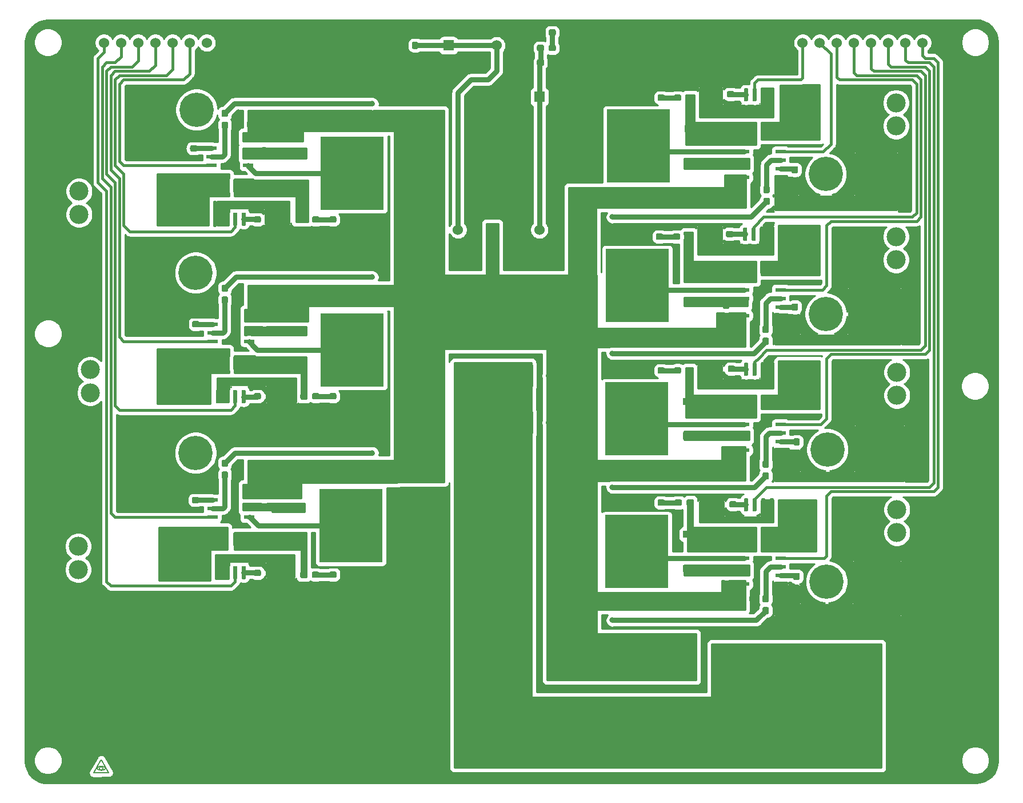
<source format=gbr>
G04 #@! TF.GenerationSoftware,KiCad,Pcbnew,(5.1.4)-1*
G04 #@! TF.CreationDate,2019-11-22T18:45:42-06:00*
G04 #@! TF.ProjectId,PowerBoard_Hardware,506f7765-7242-46f6-9172-645f48617264,rev?*
G04 #@! TF.SameCoordinates,Original*
G04 #@! TF.FileFunction,Copper,L1,Top*
G04 #@! TF.FilePolarity,Positive*
%FSLAX46Y46*%
G04 Gerber Fmt 4.6, Leading zero omitted, Abs format (unit mm)*
G04 Created by KiCad (PCBNEW (5.1.4)-1) date 2019-11-22 18:45:42*
%MOMM*%
%LPD*%
G04 APERTURE LIST*
%ADD10C,0.150000*%
%ADD11R,1.550000X0.600000*%
%ADD12C,0.100000*%
%ADD13C,0.950000*%
%ADD14C,2.819400*%
%ADD15R,4.600000X1.100000*%
%ADD16R,9.400000X10.800000*%
%ADD17C,0.600000*%
%ADD18C,1.524000*%
%ADD19C,18.288000*%
%ADD20C,2.400000*%
%ADD21R,2.400000X2.400000*%
%ADD22C,1.600000*%
%ADD23R,1.600000X1.600000*%
%ADD24C,5.080000*%
%ADD25O,3.200000X3.200000*%
%ADD26R,3.200000X3.200000*%
%ADD27C,0.800000*%
%ADD28C,0.762000*%
%ADD29C,0.381000*%
%ADD30C,0.254000*%
G04 APERTURE END LIST*
D10*
X104764840Y-142626080D02*
X105918000Y-140660120D01*
X105918000Y-140660120D02*
X107015280Y-142595600D01*
X107015280Y-142595600D02*
X104775000Y-142615920D01*
X106153021Y-141955520D02*
G75*
G03X106153021Y-141955520I-260421J0D01*
G01*
X106628317Y-141954587D02*
G75*
G03X105166160Y-141955520I-730637J-691813D01*
G01*
X105221720Y-141959767D02*
G75*
G03X106619040Y-141945360I691200J730687D01*
G01*
D11*
X206535000Y-74930000D03*
X206535000Y-73660000D03*
X206535000Y-72390000D03*
X206535000Y-71120000D03*
X201135000Y-71120000D03*
X201135000Y-72390000D03*
X201135000Y-74930000D03*
D12*
G36*
X187155779Y-62772144D02*
G01*
X187178834Y-62775563D01*
X187201443Y-62781227D01*
X187223387Y-62789079D01*
X187244457Y-62799044D01*
X187264448Y-62811026D01*
X187283168Y-62824910D01*
X187300438Y-62840562D01*
X187316090Y-62857832D01*
X187329974Y-62876552D01*
X187341956Y-62896543D01*
X187351921Y-62917613D01*
X187359773Y-62939557D01*
X187365437Y-62962166D01*
X187368856Y-62985221D01*
X187370000Y-63008500D01*
X187370000Y-63483500D01*
X187368856Y-63506779D01*
X187365437Y-63529834D01*
X187359773Y-63552443D01*
X187351921Y-63574387D01*
X187341956Y-63595457D01*
X187329974Y-63615448D01*
X187316090Y-63634168D01*
X187300438Y-63651438D01*
X187283168Y-63667090D01*
X187264448Y-63680974D01*
X187244457Y-63692956D01*
X187223387Y-63702921D01*
X187201443Y-63710773D01*
X187178834Y-63716437D01*
X187155779Y-63719856D01*
X187132500Y-63721000D01*
X186557500Y-63721000D01*
X186534221Y-63719856D01*
X186511166Y-63716437D01*
X186488557Y-63710773D01*
X186466613Y-63702921D01*
X186445543Y-63692956D01*
X186425552Y-63680974D01*
X186406832Y-63667090D01*
X186389562Y-63651438D01*
X186373910Y-63634168D01*
X186360026Y-63615448D01*
X186348044Y-63595457D01*
X186338079Y-63574387D01*
X186330227Y-63552443D01*
X186324563Y-63529834D01*
X186321144Y-63506779D01*
X186320000Y-63483500D01*
X186320000Y-63008500D01*
X186321144Y-62985221D01*
X186324563Y-62962166D01*
X186330227Y-62939557D01*
X186338079Y-62917613D01*
X186348044Y-62896543D01*
X186360026Y-62876552D01*
X186373910Y-62857832D01*
X186389562Y-62840562D01*
X186406832Y-62824910D01*
X186425552Y-62811026D01*
X186445543Y-62799044D01*
X186466613Y-62789079D01*
X186488557Y-62781227D01*
X186511166Y-62775563D01*
X186534221Y-62772144D01*
X186557500Y-62771000D01*
X187132500Y-62771000D01*
X187155779Y-62772144D01*
X187155779Y-62772144D01*
G37*
D13*
X186845000Y-63246000D03*
D12*
G36*
X188905779Y-62772144D02*
G01*
X188928834Y-62775563D01*
X188951443Y-62781227D01*
X188973387Y-62789079D01*
X188994457Y-62799044D01*
X189014448Y-62811026D01*
X189033168Y-62824910D01*
X189050438Y-62840562D01*
X189066090Y-62857832D01*
X189079974Y-62876552D01*
X189091956Y-62896543D01*
X189101921Y-62917613D01*
X189109773Y-62939557D01*
X189115437Y-62962166D01*
X189118856Y-62985221D01*
X189120000Y-63008500D01*
X189120000Y-63483500D01*
X189118856Y-63506779D01*
X189115437Y-63529834D01*
X189109773Y-63552443D01*
X189101921Y-63574387D01*
X189091956Y-63595457D01*
X189079974Y-63615448D01*
X189066090Y-63634168D01*
X189050438Y-63651438D01*
X189033168Y-63667090D01*
X189014448Y-63680974D01*
X188994457Y-63692956D01*
X188973387Y-63702921D01*
X188951443Y-63710773D01*
X188928834Y-63716437D01*
X188905779Y-63719856D01*
X188882500Y-63721000D01*
X188307500Y-63721000D01*
X188284221Y-63719856D01*
X188261166Y-63716437D01*
X188238557Y-63710773D01*
X188216613Y-63702921D01*
X188195543Y-63692956D01*
X188175552Y-63680974D01*
X188156832Y-63667090D01*
X188139562Y-63651438D01*
X188123910Y-63634168D01*
X188110026Y-63615448D01*
X188098044Y-63595457D01*
X188088079Y-63574387D01*
X188080227Y-63552443D01*
X188074563Y-63529834D01*
X188071144Y-63506779D01*
X188070000Y-63483500D01*
X188070000Y-63008500D01*
X188071144Y-62985221D01*
X188074563Y-62962166D01*
X188080227Y-62939557D01*
X188088079Y-62917613D01*
X188098044Y-62896543D01*
X188110026Y-62876552D01*
X188123910Y-62857832D01*
X188139562Y-62840562D01*
X188156832Y-62824910D01*
X188175552Y-62811026D01*
X188195543Y-62799044D01*
X188216613Y-62789079D01*
X188238557Y-62781227D01*
X188261166Y-62775563D01*
X188284221Y-62772144D01*
X188307500Y-62771000D01*
X188882500Y-62771000D01*
X188905779Y-62772144D01*
X188905779Y-62772144D01*
G37*
D13*
X188595000Y-63246000D03*
D12*
G36*
X204603779Y-78188144D02*
G01*
X204626834Y-78191563D01*
X204649443Y-78197227D01*
X204671387Y-78205079D01*
X204692457Y-78215044D01*
X204712448Y-78227026D01*
X204731168Y-78240910D01*
X204748438Y-78256562D01*
X204764090Y-78273832D01*
X204777974Y-78292552D01*
X204789956Y-78312543D01*
X204799921Y-78333613D01*
X204807773Y-78355557D01*
X204813437Y-78378166D01*
X204816856Y-78401221D01*
X204818000Y-78424500D01*
X204818000Y-78999500D01*
X204816856Y-79022779D01*
X204813437Y-79045834D01*
X204807773Y-79068443D01*
X204799921Y-79090387D01*
X204789956Y-79111457D01*
X204777974Y-79131448D01*
X204764090Y-79150168D01*
X204748438Y-79167438D01*
X204731168Y-79183090D01*
X204712448Y-79196974D01*
X204692457Y-79208956D01*
X204671387Y-79218921D01*
X204649443Y-79226773D01*
X204626834Y-79232437D01*
X204603779Y-79235856D01*
X204580500Y-79237000D01*
X204105500Y-79237000D01*
X204082221Y-79235856D01*
X204059166Y-79232437D01*
X204036557Y-79226773D01*
X204014613Y-79218921D01*
X203993543Y-79208956D01*
X203973552Y-79196974D01*
X203954832Y-79183090D01*
X203937562Y-79167438D01*
X203921910Y-79150168D01*
X203908026Y-79131448D01*
X203896044Y-79111457D01*
X203886079Y-79090387D01*
X203878227Y-79068443D01*
X203872563Y-79045834D01*
X203869144Y-79022779D01*
X203868000Y-78999500D01*
X203868000Y-78424500D01*
X203869144Y-78401221D01*
X203872563Y-78378166D01*
X203878227Y-78355557D01*
X203886079Y-78333613D01*
X203896044Y-78312543D01*
X203908026Y-78292552D01*
X203921910Y-78273832D01*
X203937562Y-78256562D01*
X203954832Y-78240910D01*
X203973552Y-78227026D01*
X203993543Y-78215044D01*
X204014613Y-78205079D01*
X204036557Y-78197227D01*
X204059166Y-78191563D01*
X204082221Y-78188144D01*
X204105500Y-78187000D01*
X204580500Y-78187000D01*
X204603779Y-78188144D01*
X204603779Y-78188144D01*
G37*
D13*
X204343000Y-78712000D03*
D12*
G36*
X204603779Y-76438144D02*
G01*
X204626834Y-76441563D01*
X204649443Y-76447227D01*
X204671387Y-76455079D01*
X204692457Y-76465044D01*
X204712448Y-76477026D01*
X204731168Y-76490910D01*
X204748438Y-76506562D01*
X204764090Y-76523832D01*
X204777974Y-76542552D01*
X204789956Y-76562543D01*
X204799921Y-76583613D01*
X204807773Y-76605557D01*
X204813437Y-76628166D01*
X204816856Y-76651221D01*
X204818000Y-76674500D01*
X204818000Y-77249500D01*
X204816856Y-77272779D01*
X204813437Y-77295834D01*
X204807773Y-77318443D01*
X204799921Y-77340387D01*
X204789956Y-77361457D01*
X204777974Y-77381448D01*
X204764090Y-77400168D01*
X204748438Y-77417438D01*
X204731168Y-77433090D01*
X204712448Y-77446974D01*
X204692457Y-77458956D01*
X204671387Y-77468921D01*
X204649443Y-77476773D01*
X204626834Y-77482437D01*
X204603779Y-77485856D01*
X204580500Y-77487000D01*
X204105500Y-77487000D01*
X204082221Y-77485856D01*
X204059166Y-77482437D01*
X204036557Y-77476773D01*
X204014613Y-77468921D01*
X203993543Y-77458956D01*
X203973552Y-77446974D01*
X203954832Y-77433090D01*
X203937562Y-77417438D01*
X203921910Y-77400168D01*
X203908026Y-77381448D01*
X203896044Y-77361457D01*
X203886079Y-77340387D01*
X203878227Y-77318443D01*
X203872563Y-77295834D01*
X203869144Y-77272779D01*
X203868000Y-77249500D01*
X203868000Y-76674500D01*
X203869144Y-76651221D01*
X203872563Y-76628166D01*
X203878227Y-76605557D01*
X203886079Y-76583613D01*
X203896044Y-76562543D01*
X203908026Y-76542552D01*
X203921910Y-76523832D01*
X203937562Y-76506562D01*
X203954832Y-76490910D01*
X203973552Y-76477026D01*
X203993543Y-76465044D01*
X204014613Y-76455079D01*
X204036557Y-76447227D01*
X204059166Y-76441563D01*
X204082221Y-76438144D01*
X204105500Y-76437000D01*
X204580500Y-76437000D01*
X204603779Y-76438144D01*
X204603779Y-76438144D01*
G37*
D13*
X204343000Y-76962000D03*
D12*
G36*
X199305779Y-62391144D02*
G01*
X199328834Y-62394563D01*
X199351443Y-62400227D01*
X199373387Y-62408079D01*
X199394457Y-62418044D01*
X199414448Y-62430026D01*
X199433168Y-62443910D01*
X199450438Y-62459562D01*
X199466090Y-62476832D01*
X199479974Y-62495552D01*
X199491956Y-62515543D01*
X199501921Y-62536613D01*
X199509773Y-62558557D01*
X199515437Y-62581166D01*
X199518856Y-62604221D01*
X199520000Y-62627500D01*
X199520000Y-63102500D01*
X199518856Y-63125779D01*
X199515437Y-63148834D01*
X199509773Y-63171443D01*
X199501921Y-63193387D01*
X199491956Y-63214457D01*
X199479974Y-63234448D01*
X199466090Y-63253168D01*
X199450438Y-63270438D01*
X199433168Y-63286090D01*
X199414448Y-63299974D01*
X199394457Y-63311956D01*
X199373387Y-63321921D01*
X199351443Y-63329773D01*
X199328834Y-63335437D01*
X199305779Y-63338856D01*
X199282500Y-63340000D01*
X198707500Y-63340000D01*
X198684221Y-63338856D01*
X198661166Y-63335437D01*
X198638557Y-63329773D01*
X198616613Y-63321921D01*
X198595543Y-63311956D01*
X198575552Y-63299974D01*
X198556832Y-63286090D01*
X198539562Y-63270438D01*
X198523910Y-63253168D01*
X198510026Y-63234448D01*
X198498044Y-63214457D01*
X198488079Y-63193387D01*
X198480227Y-63171443D01*
X198474563Y-63148834D01*
X198471144Y-63125779D01*
X198470000Y-63102500D01*
X198470000Y-62627500D01*
X198471144Y-62604221D01*
X198474563Y-62581166D01*
X198480227Y-62558557D01*
X198488079Y-62536613D01*
X198498044Y-62515543D01*
X198510026Y-62495552D01*
X198523910Y-62476832D01*
X198539562Y-62459562D01*
X198556832Y-62443910D01*
X198575552Y-62430026D01*
X198595543Y-62418044D01*
X198616613Y-62408079D01*
X198638557Y-62400227D01*
X198661166Y-62394563D01*
X198684221Y-62391144D01*
X198707500Y-62390000D01*
X199282500Y-62390000D01*
X199305779Y-62391144D01*
X199305779Y-62391144D01*
G37*
D13*
X198995000Y-62865000D03*
D12*
G36*
X197555779Y-62391144D02*
G01*
X197578834Y-62394563D01*
X197601443Y-62400227D01*
X197623387Y-62408079D01*
X197644457Y-62418044D01*
X197664448Y-62430026D01*
X197683168Y-62443910D01*
X197700438Y-62459562D01*
X197716090Y-62476832D01*
X197729974Y-62495552D01*
X197741956Y-62515543D01*
X197751921Y-62536613D01*
X197759773Y-62558557D01*
X197765437Y-62581166D01*
X197768856Y-62604221D01*
X197770000Y-62627500D01*
X197770000Y-63102500D01*
X197768856Y-63125779D01*
X197765437Y-63148834D01*
X197759773Y-63171443D01*
X197751921Y-63193387D01*
X197741956Y-63214457D01*
X197729974Y-63234448D01*
X197716090Y-63253168D01*
X197700438Y-63270438D01*
X197683168Y-63286090D01*
X197664448Y-63299974D01*
X197644457Y-63311956D01*
X197623387Y-63321921D01*
X197601443Y-63329773D01*
X197578834Y-63335437D01*
X197555779Y-63338856D01*
X197532500Y-63340000D01*
X196957500Y-63340000D01*
X196934221Y-63338856D01*
X196911166Y-63335437D01*
X196888557Y-63329773D01*
X196866613Y-63321921D01*
X196845543Y-63311956D01*
X196825552Y-63299974D01*
X196806832Y-63286090D01*
X196789562Y-63270438D01*
X196773910Y-63253168D01*
X196760026Y-63234448D01*
X196748044Y-63214457D01*
X196738079Y-63193387D01*
X196730227Y-63171443D01*
X196724563Y-63148834D01*
X196721144Y-63125779D01*
X196720000Y-63102500D01*
X196720000Y-62627500D01*
X196721144Y-62604221D01*
X196724563Y-62581166D01*
X196730227Y-62558557D01*
X196738079Y-62536613D01*
X196748044Y-62515543D01*
X196760026Y-62495552D01*
X196773910Y-62476832D01*
X196789562Y-62459562D01*
X196806832Y-62443910D01*
X196825552Y-62430026D01*
X196845543Y-62418044D01*
X196866613Y-62408079D01*
X196888557Y-62400227D01*
X196911166Y-62394563D01*
X196934221Y-62391144D01*
X196957500Y-62390000D01*
X197532500Y-62390000D01*
X197555779Y-62391144D01*
X197555779Y-62391144D01*
G37*
D13*
X197245000Y-62865000D03*
D14*
X117729000Y-82931000D03*
X117729000Y-86360000D03*
X104267000Y-86360000D03*
X104267000Y-82931000D03*
D12*
G36*
X118180779Y-49691144D02*
G01*
X118203834Y-49694563D01*
X118226443Y-49700227D01*
X118248387Y-49708079D01*
X118269457Y-49718044D01*
X118289448Y-49730026D01*
X118308168Y-49743910D01*
X118325438Y-49759562D01*
X118341090Y-49776832D01*
X118354974Y-49795552D01*
X118366956Y-49815543D01*
X118376921Y-49836613D01*
X118384773Y-49858557D01*
X118390437Y-49881166D01*
X118393856Y-49904221D01*
X118395000Y-49927500D01*
X118395000Y-50402500D01*
X118393856Y-50425779D01*
X118390437Y-50448834D01*
X118384773Y-50471443D01*
X118376921Y-50493387D01*
X118366956Y-50514457D01*
X118354974Y-50534448D01*
X118341090Y-50553168D01*
X118325438Y-50570438D01*
X118308168Y-50586090D01*
X118289448Y-50599974D01*
X118269457Y-50611956D01*
X118248387Y-50621921D01*
X118226443Y-50629773D01*
X118203834Y-50635437D01*
X118180779Y-50638856D01*
X118157500Y-50640000D01*
X117582500Y-50640000D01*
X117559221Y-50638856D01*
X117536166Y-50635437D01*
X117513557Y-50629773D01*
X117491613Y-50621921D01*
X117470543Y-50611956D01*
X117450552Y-50599974D01*
X117431832Y-50586090D01*
X117414562Y-50570438D01*
X117398910Y-50553168D01*
X117385026Y-50534448D01*
X117373044Y-50514457D01*
X117363079Y-50493387D01*
X117355227Y-50471443D01*
X117349563Y-50448834D01*
X117346144Y-50425779D01*
X117345000Y-50402500D01*
X117345000Y-49927500D01*
X117346144Y-49904221D01*
X117349563Y-49881166D01*
X117355227Y-49858557D01*
X117363079Y-49836613D01*
X117373044Y-49815543D01*
X117385026Y-49795552D01*
X117398910Y-49776832D01*
X117414562Y-49759562D01*
X117431832Y-49743910D01*
X117450552Y-49730026D01*
X117470543Y-49718044D01*
X117491613Y-49708079D01*
X117513557Y-49700227D01*
X117536166Y-49694563D01*
X117559221Y-49691144D01*
X117582500Y-49690000D01*
X118157500Y-49690000D01*
X118180779Y-49691144D01*
X118180779Y-49691144D01*
G37*
D13*
X117870000Y-50165000D03*
D12*
G36*
X119930779Y-49691144D02*
G01*
X119953834Y-49694563D01*
X119976443Y-49700227D01*
X119998387Y-49708079D01*
X120019457Y-49718044D01*
X120039448Y-49730026D01*
X120058168Y-49743910D01*
X120075438Y-49759562D01*
X120091090Y-49776832D01*
X120104974Y-49795552D01*
X120116956Y-49815543D01*
X120126921Y-49836613D01*
X120134773Y-49858557D01*
X120140437Y-49881166D01*
X120143856Y-49904221D01*
X120145000Y-49927500D01*
X120145000Y-50402500D01*
X120143856Y-50425779D01*
X120140437Y-50448834D01*
X120134773Y-50471443D01*
X120126921Y-50493387D01*
X120116956Y-50514457D01*
X120104974Y-50534448D01*
X120091090Y-50553168D01*
X120075438Y-50570438D01*
X120058168Y-50586090D01*
X120039448Y-50599974D01*
X120019457Y-50611956D01*
X119998387Y-50621921D01*
X119976443Y-50629773D01*
X119953834Y-50635437D01*
X119930779Y-50638856D01*
X119907500Y-50640000D01*
X119332500Y-50640000D01*
X119309221Y-50638856D01*
X119286166Y-50635437D01*
X119263557Y-50629773D01*
X119241613Y-50621921D01*
X119220543Y-50611956D01*
X119200552Y-50599974D01*
X119181832Y-50586090D01*
X119164562Y-50570438D01*
X119148910Y-50553168D01*
X119135026Y-50534448D01*
X119123044Y-50514457D01*
X119113079Y-50493387D01*
X119105227Y-50471443D01*
X119099563Y-50448834D01*
X119096144Y-50425779D01*
X119095000Y-50402500D01*
X119095000Y-49927500D01*
X119096144Y-49904221D01*
X119099563Y-49881166D01*
X119105227Y-49858557D01*
X119113079Y-49836613D01*
X119123044Y-49815543D01*
X119135026Y-49795552D01*
X119148910Y-49776832D01*
X119164562Y-49759562D01*
X119181832Y-49743910D01*
X119200552Y-49730026D01*
X119220543Y-49718044D01*
X119241613Y-49708079D01*
X119263557Y-49700227D01*
X119286166Y-49694563D01*
X119309221Y-49691144D01*
X119332500Y-49690000D01*
X119907500Y-49690000D01*
X119930779Y-49691144D01*
X119930779Y-49691144D01*
G37*
D13*
X119620000Y-50165000D03*
D12*
G36*
X120198779Y-75726144D02*
G01*
X120221834Y-75729563D01*
X120244443Y-75735227D01*
X120266387Y-75743079D01*
X120287457Y-75753044D01*
X120307448Y-75765026D01*
X120326168Y-75778910D01*
X120343438Y-75794562D01*
X120359090Y-75811832D01*
X120372974Y-75830552D01*
X120384956Y-75850543D01*
X120394921Y-75871613D01*
X120402773Y-75893557D01*
X120408437Y-75916166D01*
X120411856Y-75939221D01*
X120413000Y-75962500D01*
X120413000Y-76437500D01*
X120411856Y-76460779D01*
X120408437Y-76483834D01*
X120402773Y-76506443D01*
X120394921Y-76528387D01*
X120384956Y-76549457D01*
X120372974Y-76569448D01*
X120359090Y-76588168D01*
X120343438Y-76605438D01*
X120326168Y-76621090D01*
X120307448Y-76634974D01*
X120287457Y-76646956D01*
X120266387Y-76656921D01*
X120244443Y-76664773D01*
X120221834Y-76670437D01*
X120198779Y-76673856D01*
X120175500Y-76675000D01*
X119600500Y-76675000D01*
X119577221Y-76673856D01*
X119554166Y-76670437D01*
X119531557Y-76664773D01*
X119509613Y-76656921D01*
X119488543Y-76646956D01*
X119468552Y-76634974D01*
X119449832Y-76621090D01*
X119432562Y-76605438D01*
X119416910Y-76588168D01*
X119403026Y-76569448D01*
X119391044Y-76549457D01*
X119381079Y-76528387D01*
X119373227Y-76506443D01*
X119367563Y-76483834D01*
X119364144Y-76460779D01*
X119363000Y-76437500D01*
X119363000Y-75962500D01*
X119364144Y-75939221D01*
X119367563Y-75916166D01*
X119373227Y-75893557D01*
X119381079Y-75871613D01*
X119391044Y-75850543D01*
X119403026Y-75830552D01*
X119416910Y-75811832D01*
X119432562Y-75794562D01*
X119449832Y-75778910D01*
X119468552Y-75765026D01*
X119488543Y-75753044D01*
X119509613Y-75743079D01*
X119531557Y-75735227D01*
X119554166Y-75729563D01*
X119577221Y-75726144D01*
X119600500Y-75725000D01*
X120175500Y-75725000D01*
X120198779Y-75726144D01*
X120198779Y-75726144D01*
G37*
D13*
X119888000Y-76200000D03*
D12*
G36*
X118448779Y-75726144D02*
G01*
X118471834Y-75729563D01*
X118494443Y-75735227D01*
X118516387Y-75743079D01*
X118537457Y-75753044D01*
X118557448Y-75765026D01*
X118576168Y-75778910D01*
X118593438Y-75794562D01*
X118609090Y-75811832D01*
X118622974Y-75830552D01*
X118634956Y-75850543D01*
X118644921Y-75871613D01*
X118652773Y-75893557D01*
X118658437Y-75916166D01*
X118661856Y-75939221D01*
X118663000Y-75962500D01*
X118663000Y-76437500D01*
X118661856Y-76460779D01*
X118658437Y-76483834D01*
X118652773Y-76506443D01*
X118644921Y-76528387D01*
X118634956Y-76549457D01*
X118622974Y-76569448D01*
X118609090Y-76588168D01*
X118593438Y-76605438D01*
X118576168Y-76621090D01*
X118557448Y-76634974D01*
X118537457Y-76646956D01*
X118516387Y-76656921D01*
X118494443Y-76664773D01*
X118471834Y-76670437D01*
X118448779Y-76673856D01*
X118425500Y-76675000D01*
X117850500Y-76675000D01*
X117827221Y-76673856D01*
X117804166Y-76670437D01*
X117781557Y-76664773D01*
X117759613Y-76656921D01*
X117738543Y-76646956D01*
X117718552Y-76634974D01*
X117699832Y-76621090D01*
X117682562Y-76605438D01*
X117666910Y-76588168D01*
X117653026Y-76569448D01*
X117641044Y-76549457D01*
X117631079Y-76528387D01*
X117623227Y-76506443D01*
X117617563Y-76483834D01*
X117614144Y-76460779D01*
X117613000Y-76437500D01*
X117613000Y-75962500D01*
X117614144Y-75939221D01*
X117617563Y-75916166D01*
X117623227Y-75893557D01*
X117631079Y-75871613D01*
X117641044Y-75850543D01*
X117653026Y-75830552D01*
X117666910Y-75811832D01*
X117682562Y-75794562D01*
X117699832Y-75778910D01*
X117718552Y-75765026D01*
X117738543Y-75753044D01*
X117759613Y-75743079D01*
X117781557Y-75735227D01*
X117804166Y-75729563D01*
X117827221Y-75726144D01*
X117850500Y-75725000D01*
X118425500Y-75725000D01*
X118448779Y-75726144D01*
X118448779Y-75726144D01*
G37*
D13*
X118138000Y-76200000D03*
D12*
G36*
X120170779Y-101761144D02*
G01*
X120193834Y-101764563D01*
X120216443Y-101770227D01*
X120238387Y-101778079D01*
X120259457Y-101788044D01*
X120279448Y-101800026D01*
X120298168Y-101813910D01*
X120315438Y-101829562D01*
X120331090Y-101846832D01*
X120344974Y-101865552D01*
X120356956Y-101885543D01*
X120366921Y-101906613D01*
X120374773Y-101928557D01*
X120380437Y-101951166D01*
X120383856Y-101974221D01*
X120385000Y-101997500D01*
X120385000Y-102472500D01*
X120383856Y-102495779D01*
X120380437Y-102518834D01*
X120374773Y-102541443D01*
X120366921Y-102563387D01*
X120356956Y-102584457D01*
X120344974Y-102604448D01*
X120331090Y-102623168D01*
X120315438Y-102640438D01*
X120298168Y-102656090D01*
X120279448Y-102669974D01*
X120259457Y-102681956D01*
X120238387Y-102691921D01*
X120216443Y-102699773D01*
X120193834Y-102705437D01*
X120170779Y-102708856D01*
X120147500Y-102710000D01*
X119572500Y-102710000D01*
X119549221Y-102708856D01*
X119526166Y-102705437D01*
X119503557Y-102699773D01*
X119481613Y-102691921D01*
X119460543Y-102681956D01*
X119440552Y-102669974D01*
X119421832Y-102656090D01*
X119404562Y-102640438D01*
X119388910Y-102623168D01*
X119375026Y-102604448D01*
X119363044Y-102584457D01*
X119353079Y-102563387D01*
X119345227Y-102541443D01*
X119339563Y-102518834D01*
X119336144Y-102495779D01*
X119335000Y-102472500D01*
X119335000Y-101997500D01*
X119336144Y-101974221D01*
X119339563Y-101951166D01*
X119345227Y-101928557D01*
X119353079Y-101906613D01*
X119363044Y-101885543D01*
X119375026Y-101865552D01*
X119388910Y-101846832D01*
X119404562Y-101829562D01*
X119421832Y-101813910D01*
X119440552Y-101800026D01*
X119460543Y-101788044D01*
X119481613Y-101778079D01*
X119503557Y-101770227D01*
X119526166Y-101764563D01*
X119549221Y-101761144D01*
X119572500Y-101760000D01*
X120147500Y-101760000D01*
X120170779Y-101761144D01*
X120170779Y-101761144D01*
G37*
D13*
X119860000Y-102235000D03*
D12*
G36*
X118420779Y-101761144D02*
G01*
X118443834Y-101764563D01*
X118466443Y-101770227D01*
X118488387Y-101778079D01*
X118509457Y-101788044D01*
X118529448Y-101800026D01*
X118548168Y-101813910D01*
X118565438Y-101829562D01*
X118581090Y-101846832D01*
X118594974Y-101865552D01*
X118606956Y-101885543D01*
X118616921Y-101906613D01*
X118624773Y-101928557D01*
X118630437Y-101951166D01*
X118633856Y-101974221D01*
X118635000Y-101997500D01*
X118635000Y-102472500D01*
X118633856Y-102495779D01*
X118630437Y-102518834D01*
X118624773Y-102541443D01*
X118616921Y-102563387D01*
X118606956Y-102584457D01*
X118594974Y-102604448D01*
X118581090Y-102623168D01*
X118565438Y-102640438D01*
X118548168Y-102656090D01*
X118529448Y-102669974D01*
X118509457Y-102681956D01*
X118488387Y-102691921D01*
X118466443Y-102699773D01*
X118443834Y-102705437D01*
X118420779Y-102708856D01*
X118397500Y-102710000D01*
X117822500Y-102710000D01*
X117799221Y-102708856D01*
X117776166Y-102705437D01*
X117753557Y-102699773D01*
X117731613Y-102691921D01*
X117710543Y-102681956D01*
X117690552Y-102669974D01*
X117671832Y-102656090D01*
X117654562Y-102640438D01*
X117638910Y-102623168D01*
X117625026Y-102604448D01*
X117613044Y-102584457D01*
X117603079Y-102563387D01*
X117595227Y-102541443D01*
X117589563Y-102518834D01*
X117586144Y-102495779D01*
X117585000Y-102472500D01*
X117585000Y-101997500D01*
X117586144Y-101974221D01*
X117589563Y-101951166D01*
X117595227Y-101928557D01*
X117603079Y-101906613D01*
X117613044Y-101885543D01*
X117625026Y-101865552D01*
X117638910Y-101846832D01*
X117654562Y-101829562D01*
X117671832Y-101813910D01*
X117690552Y-101800026D01*
X117710543Y-101788044D01*
X117731613Y-101778079D01*
X117753557Y-101770227D01*
X117776166Y-101764563D01*
X117799221Y-101761144D01*
X117822500Y-101760000D01*
X118397500Y-101760000D01*
X118420779Y-101761144D01*
X118420779Y-101761144D01*
G37*
D13*
X118110000Y-102235000D03*
D12*
G36*
X208921779Y-52816144D02*
G01*
X208944834Y-52819563D01*
X208967443Y-52825227D01*
X208989387Y-52833079D01*
X209010457Y-52843044D01*
X209030448Y-52855026D01*
X209049168Y-52868910D01*
X209066438Y-52884562D01*
X209082090Y-52901832D01*
X209095974Y-52920552D01*
X209107956Y-52940543D01*
X209117921Y-52961613D01*
X209125773Y-52983557D01*
X209131437Y-53006166D01*
X209134856Y-53029221D01*
X209136000Y-53052500D01*
X209136000Y-53627500D01*
X209134856Y-53650779D01*
X209131437Y-53673834D01*
X209125773Y-53696443D01*
X209117921Y-53718387D01*
X209107956Y-53739457D01*
X209095974Y-53759448D01*
X209082090Y-53778168D01*
X209066438Y-53795438D01*
X209049168Y-53811090D01*
X209030448Y-53824974D01*
X209010457Y-53836956D01*
X208989387Y-53846921D01*
X208967443Y-53854773D01*
X208944834Y-53860437D01*
X208921779Y-53863856D01*
X208898500Y-53865000D01*
X208423500Y-53865000D01*
X208400221Y-53863856D01*
X208377166Y-53860437D01*
X208354557Y-53854773D01*
X208332613Y-53846921D01*
X208311543Y-53836956D01*
X208291552Y-53824974D01*
X208272832Y-53811090D01*
X208255562Y-53795438D01*
X208239910Y-53778168D01*
X208226026Y-53759448D01*
X208214044Y-53739457D01*
X208204079Y-53718387D01*
X208196227Y-53696443D01*
X208190563Y-53673834D01*
X208187144Y-53650779D01*
X208186000Y-53627500D01*
X208186000Y-53052500D01*
X208187144Y-53029221D01*
X208190563Y-53006166D01*
X208196227Y-52983557D01*
X208204079Y-52961613D01*
X208214044Y-52940543D01*
X208226026Y-52920552D01*
X208239910Y-52901832D01*
X208255562Y-52884562D01*
X208272832Y-52868910D01*
X208291552Y-52855026D01*
X208311543Y-52843044D01*
X208332613Y-52833079D01*
X208354557Y-52825227D01*
X208377166Y-52819563D01*
X208400221Y-52816144D01*
X208423500Y-52815000D01*
X208898500Y-52815000D01*
X208921779Y-52816144D01*
X208921779Y-52816144D01*
G37*
D13*
X208661000Y-53340000D03*
D12*
G36*
X208921779Y-54566144D02*
G01*
X208944834Y-54569563D01*
X208967443Y-54575227D01*
X208989387Y-54583079D01*
X209010457Y-54593044D01*
X209030448Y-54605026D01*
X209049168Y-54618910D01*
X209066438Y-54634562D01*
X209082090Y-54651832D01*
X209095974Y-54670552D01*
X209107956Y-54690543D01*
X209117921Y-54711613D01*
X209125773Y-54733557D01*
X209131437Y-54756166D01*
X209134856Y-54779221D01*
X209136000Y-54802500D01*
X209136000Y-55377500D01*
X209134856Y-55400779D01*
X209131437Y-55423834D01*
X209125773Y-55446443D01*
X209117921Y-55468387D01*
X209107956Y-55489457D01*
X209095974Y-55509448D01*
X209082090Y-55528168D01*
X209066438Y-55545438D01*
X209049168Y-55561090D01*
X209030448Y-55574974D01*
X209010457Y-55586956D01*
X208989387Y-55596921D01*
X208967443Y-55604773D01*
X208944834Y-55610437D01*
X208921779Y-55613856D01*
X208898500Y-55615000D01*
X208423500Y-55615000D01*
X208400221Y-55613856D01*
X208377166Y-55610437D01*
X208354557Y-55604773D01*
X208332613Y-55596921D01*
X208311543Y-55586956D01*
X208291552Y-55574974D01*
X208272832Y-55561090D01*
X208255562Y-55545438D01*
X208239910Y-55528168D01*
X208226026Y-55509448D01*
X208214044Y-55489457D01*
X208204079Y-55468387D01*
X208196227Y-55446443D01*
X208190563Y-55423834D01*
X208187144Y-55400779D01*
X208186000Y-55377500D01*
X208186000Y-54802500D01*
X208187144Y-54779221D01*
X208190563Y-54756166D01*
X208196227Y-54733557D01*
X208204079Y-54711613D01*
X208214044Y-54690543D01*
X208226026Y-54670552D01*
X208239910Y-54651832D01*
X208255562Y-54634562D01*
X208272832Y-54618910D01*
X208291552Y-54605026D01*
X208311543Y-54593044D01*
X208332613Y-54583079D01*
X208354557Y-54575227D01*
X208377166Y-54569563D01*
X208400221Y-54566144D01*
X208423500Y-54565000D01*
X208898500Y-54565000D01*
X208921779Y-54566144D01*
X208921779Y-54566144D01*
G37*
D13*
X208661000Y-55090000D03*
D12*
G36*
X129342779Y-60232144D02*
G01*
X129365834Y-60235563D01*
X129388443Y-60241227D01*
X129410387Y-60249079D01*
X129431457Y-60259044D01*
X129451448Y-60271026D01*
X129470168Y-60284910D01*
X129487438Y-60300562D01*
X129503090Y-60317832D01*
X129516974Y-60336552D01*
X129528956Y-60356543D01*
X129538921Y-60377613D01*
X129546773Y-60399557D01*
X129552437Y-60422166D01*
X129555856Y-60445221D01*
X129557000Y-60468500D01*
X129557000Y-60943500D01*
X129555856Y-60966779D01*
X129552437Y-60989834D01*
X129546773Y-61012443D01*
X129538921Y-61034387D01*
X129528956Y-61055457D01*
X129516974Y-61075448D01*
X129503090Y-61094168D01*
X129487438Y-61111438D01*
X129470168Y-61127090D01*
X129451448Y-61140974D01*
X129431457Y-61152956D01*
X129410387Y-61162921D01*
X129388443Y-61170773D01*
X129365834Y-61176437D01*
X129342779Y-61179856D01*
X129319500Y-61181000D01*
X128744500Y-61181000D01*
X128721221Y-61179856D01*
X128698166Y-61176437D01*
X128675557Y-61170773D01*
X128653613Y-61162921D01*
X128632543Y-61152956D01*
X128612552Y-61140974D01*
X128593832Y-61127090D01*
X128576562Y-61111438D01*
X128560910Y-61094168D01*
X128547026Y-61075448D01*
X128535044Y-61055457D01*
X128525079Y-61034387D01*
X128517227Y-61012443D01*
X128511563Y-60989834D01*
X128508144Y-60966779D01*
X128507000Y-60943500D01*
X128507000Y-60468500D01*
X128508144Y-60445221D01*
X128511563Y-60422166D01*
X128517227Y-60399557D01*
X128525079Y-60377613D01*
X128535044Y-60356543D01*
X128547026Y-60336552D01*
X128560910Y-60317832D01*
X128576562Y-60300562D01*
X128593832Y-60284910D01*
X128612552Y-60271026D01*
X128632543Y-60259044D01*
X128653613Y-60249079D01*
X128675557Y-60241227D01*
X128698166Y-60235563D01*
X128721221Y-60232144D01*
X128744500Y-60231000D01*
X129319500Y-60231000D01*
X129342779Y-60232144D01*
X129342779Y-60232144D01*
G37*
D13*
X129032000Y-60706000D03*
D12*
G36*
X131092779Y-60232144D02*
G01*
X131115834Y-60235563D01*
X131138443Y-60241227D01*
X131160387Y-60249079D01*
X131181457Y-60259044D01*
X131201448Y-60271026D01*
X131220168Y-60284910D01*
X131237438Y-60300562D01*
X131253090Y-60317832D01*
X131266974Y-60336552D01*
X131278956Y-60356543D01*
X131288921Y-60377613D01*
X131296773Y-60399557D01*
X131302437Y-60422166D01*
X131305856Y-60445221D01*
X131307000Y-60468500D01*
X131307000Y-60943500D01*
X131305856Y-60966779D01*
X131302437Y-60989834D01*
X131296773Y-61012443D01*
X131288921Y-61034387D01*
X131278956Y-61055457D01*
X131266974Y-61075448D01*
X131253090Y-61094168D01*
X131237438Y-61111438D01*
X131220168Y-61127090D01*
X131201448Y-61140974D01*
X131181457Y-61152956D01*
X131160387Y-61162921D01*
X131138443Y-61170773D01*
X131115834Y-61176437D01*
X131092779Y-61179856D01*
X131069500Y-61181000D01*
X130494500Y-61181000D01*
X130471221Y-61179856D01*
X130448166Y-61176437D01*
X130425557Y-61170773D01*
X130403613Y-61162921D01*
X130382543Y-61152956D01*
X130362552Y-61140974D01*
X130343832Y-61127090D01*
X130326562Y-61111438D01*
X130310910Y-61094168D01*
X130297026Y-61075448D01*
X130285044Y-61055457D01*
X130275079Y-61034387D01*
X130267227Y-61012443D01*
X130261563Y-60989834D01*
X130258144Y-60966779D01*
X130257000Y-60943500D01*
X130257000Y-60468500D01*
X130258144Y-60445221D01*
X130261563Y-60422166D01*
X130267227Y-60399557D01*
X130275079Y-60377613D01*
X130285044Y-60356543D01*
X130297026Y-60336552D01*
X130310910Y-60317832D01*
X130326562Y-60300562D01*
X130343832Y-60284910D01*
X130362552Y-60271026D01*
X130382543Y-60259044D01*
X130403613Y-60249079D01*
X130425557Y-60241227D01*
X130448166Y-60235563D01*
X130471221Y-60232144D01*
X130494500Y-60231000D01*
X131069500Y-60231000D01*
X131092779Y-60232144D01*
X131092779Y-60232144D01*
G37*
D13*
X130782000Y-60706000D03*
D12*
G36*
X131092779Y-86394144D02*
G01*
X131115834Y-86397563D01*
X131138443Y-86403227D01*
X131160387Y-86411079D01*
X131181457Y-86421044D01*
X131201448Y-86433026D01*
X131220168Y-86446910D01*
X131237438Y-86462562D01*
X131253090Y-86479832D01*
X131266974Y-86498552D01*
X131278956Y-86518543D01*
X131288921Y-86539613D01*
X131296773Y-86561557D01*
X131302437Y-86584166D01*
X131305856Y-86607221D01*
X131307000Y-86630500D01*
X131307000Y-87105500D01*
X131305856Y-87128779D01*
X131302437Y-87151834D01*
X131296773Y-87174443D01*
X131288921Y-87196387D01*
X131278956Y-87217457D01*
X131266974Y-87237448D01*
X131253090Y-87256168D01*
X131237438Y-87273438D01*
X131220168Y-87289090D01*
X131201448Y-87302974D01*
X131181457Y-87314956D01*
X131160387Y-87324921D01*
X131138443Y-87332773D01*
X131115834Y-87338437D01*
X131092779Y-87341856D01*
X131069500Y-87343000D01*
X130494500Y-87343000D01*
X130471221Y-87341856D01*
X130448166Y-87338437D01*
X130425557Y-87332773D01*
X130403613Y-87324921D01*
X130382543Y-87314956D01*
X130362552Y-87302974D01*
X130343832Y-87289090D01*
X130326562Y-87273438D01*
X130310910Y-87256168D01*
X130297026Y-87237448D01*
X130285044Y-87217457D01*
X130275079Y-87196387D01*
X130267227Y-87174443D01*
X130261563Y-87151834D01*
X130258144Y-87128779D01*
X130257000Y-87105500D01*
X130257000Y-86630500D01*
X130258144Y-86607221D01*
X130261563Y-86584166D01*
X130267227Y-86561557D01*
X130275079Y-86539613D01*
X130285044Y-86518543D01*
X130297026Y-86498552D01*
X130310910Y-86479832D01*
X130326562Y-86462562D01*
X130343832Y-86446910D01*
X130362552Y-86433026D01*
X130382543Y-86421044D01*
X130403613Y-86411079D01*
X130425557Y-86403227D01*
X130448166Y-86397563D01*
X130471221Y-86394144D01*
X130494500Y-86393000D01*
X131069500Y-86393000D01*
X131092779Y-86394144D01*
X131092779Y-86394144D01*
G37*
D13*
X130782000Y-86868000D03*
D12*
G36*
X129342779Y-86394144D02*
G01*
X129365834Y-86397563D01*
X129388443Y-86403227D01*
X129410387Y-86411079D01*
X129431457Y-86421044D01*
X129451448Y-86433026D01*
X129470168Y-86446910D01*
X129487438Y-86462562D01*
X129503090Y-86479832D01*
X129516974Y-86498552D01*
X129528956Y-86518543D01*
X129538921Y-86539613D01*
X129546773Y-86561557D01*
X129552437Y-86584166D01*
X129555856Y-86607221D01*
X129557000Y-86630500D01*
X129557000Y-87105500D01*
X129555856Y-87128779D01*
X129552437Y-87151834D01*
X129546773Y-87174443D01*
X129538921Y-87196387D01*
X129528956Y-87217457D01*
X129516974Y-87237448D01*
X129503090Y-87256168D01*
X129487438Y-87273438D01*
X129470168Y-87289090D01*
X129451448Y-87302974D01*
X129431457Y-87314956D01*
X129410387Y-87324921D01*
X129388443Y-87332773D01*
X129365834Y-87338437D01*
X129342779Y-87341856D01*
X129319500Y-87343000D01*
X128744500Y-87343000D01*
X128721221Y-87341856D01*
X128698166Y-87338437D01*
X128675557Y-87332773D01*
X128653613Y-87324921D01*
X128632543Y-87314956D01*
X128612552Y-87302974D01*
X128593832Y-87289090D01*
X128576562Y-87273438D01*
X128560910Y-87256168D01*
X128547026Y-87237448D01*
X128535044Y-87217457D01*
X128525079Y-87196387D01*
X128517227Y-87174443D01*
X128511563Y-87151834D01*
X128508144Y-87128779D01*
X128507000Y-87105500D01*
X128507000Y-86630500D01*
X128508144Y-86607221D01*
X128511563Y-86584166D01*
X128517227Y-86561557D01*
X128525079Y-86539613D01*
X128535044Y-86518543D01*
X128547026Y-86498552D01*
X128560910Y-86479832D01*
X128576562Y-86462562D01*
X128593832Y-86446910D01*
X128612552Y-86433026D01*
X128632543Y-86421044D01*
X128653613Y-86411079D01*
X128675557Y-86403227D01*
X128698166Y-86397563D01*
X128721221Y-86394144D01*
X128744500Y-86393000D01*
X129319500Y-86393000D01*
X129342779Y-86394144D01*
X129342779Y-86394144D01*
G37*
D13*
X129032000Y-86868000D03*
D12*
G36*
X131092779Y-112556144D02*
G01*
X131115834Y-112559563D01*
X131138443Y-112565227D01*
X131160387Y-112573079D01*
X131181457Y-112583044D01*
X131201448Y-112595026D01*
X131220168Y-112608910D01*
X131237438Y-112624562D01*
X131253090Y-112641832D01*
X131266974Y-112660552D01*
X131278956Y-112680543D01*
X131288921Y-112701613D01*
X131296773Y-112723557D01*
X131302437Y-112746166D01*
X131305856Y-112769221D01*
X131307000Y-112792500D01*
X131307000Y-113267500D01*
X131305856Y-113290779D01*
X131302437Y-113313834D01*
X131296773Y-113336443D01*
X131288921Y-113358387D01*
X131278956Y-113379457D01*
X131266974Y-113399448D01*
X131253090Y-113418168D01*
X131237438Y-113435438D01*
X131220168Y-113451090D01*
X131201448Y-113464974D01*
X131181457Y-113476956D01*
X131160387Y-113486921D01*
X131138443Y-113494773D01*
X131115834Y-113500437D01*
X131092779Y-113503856D01*
X131069500Y-113505000D01*
X130494500Y-113505000D01*
X130471221Y-113503856D01*
X130448166Y-113500437D01*
X130425557Y-113494773D01*
X130403613Y-113486921D01*
X130382543Y-113476956D01*
X130362552Y-113464974D01*
X130343832Y-113451090D01*
X130326562Y-113435438D01*
X130310910Y-113418168D01*
X130297026Y-113399448D01*
X130285044Y-113379457D01*
X130275079Y-113358387D01*
X130267227Y-113336443D01*
X130261563Y-113313834D01*
X130258144Y-113290779D01*
X130257000Y-113267500D01*
X130257000Y-112792500D01*
X130258144Y-112769221D01*
X130261563Y-112746166D01*
X130267227Y-112723557D01*
X130275079Y-112701613D01*
X130285044Y-112680543D01*
X130297026Y-112660552D01*
X130310910Y-112641832D01*
X130326562Y-112624562D01*
X130343832Y-112608910D01*
X130362552Y-112595026D01*
X130382543Y-112583044D01*
X130403613Y-112573079D01*
X130425557Y-112565227D01*
X130448166Y-112559563D01*
X130471221Y-112556144D01*
X130494500Y-112555000D01*
X131069500Y-112555000D01*
X131092779Y-112556144D01*
X131092779Y-112556144D01*
G37*
D13*
X130782000Y-113030000D03*
D12*
G36*
X129342779Y-112556144D02*
G01*
X129365834Y-112559563D01*
X129388443Y-112565227D01*
X129410387Y-112573079D01*
X129431457Y-112583044D01*
X129451448Y-112595026D01*
X129470168Y-112608910D01*
X129487438Y-112624562D01*
X129503090Y-112641832D01*
X129516974Y-112660552D01*
X129528956Y-112680543D01*
X129538921Y-112701613D01*
X129546773Y-112723557D01*
X129552437Y-112746166D01*
X129555856Y-112769221D01*
X129557000Y-112792500D01*
X129557000Y-113267500D01*
X129555856Y-113290779D01*
X129552437Y-113313834D01*
X129546773Y-113336443D01*
X129538921Y-113358387D01*
X129528956Y-113379457D01*
X129516974Y-113399448D01*
X129503090Y-113418168D01*
X129487438Y-113435438D01*
X129470168Y-113451090D01*
X129451448Y-113464974D01*
X129431457Y-113476956D01*
X129410387Y-113486921D01*
X129388443Y-113494773D01*
X129365834Y-113500437D01*
X129342779Y-113503856D01*
X129319500Y-113505000D01*
X128744500Y-113505000D01*
X128721221Y-113503856D01*
X128698166Y-113500437D01*
X128675557Y-113494773D01*
X128653613Y-113486921D01*
X128632543Y-113476956D01*
X128612552Y-113464974D01*
X128593832Y-113451090D01*
X128576562Y-113435438D01*
X128560910Y-113418168D01*
X128547026Y-113399448D01*
X128535044Y-113379457D01*
X128525079Y-113358387D01*
X128517227Y-113336443D01*
X128511563Y-113313834D01*
X128508144Y-113290779D01*
X128507000Y-113267500D01*
X128507000Y-112792500D01*
X128508144Y-112769221D01*
X128511563Y-112746166D01*
X128517227Y-112723557D01*
X128525079Y-112701613D01*
X128535044Y-112680543D01*
X128547026Y-112660552D01*
X128560910Y-112641832D01*
X128576562Y-112624562D01*
X128593832Y-112608910D01*
X128612552Y-112595026D01*
X128632543Y-112583044D01*
X128653613Y-112573079D01*
X128675557Y-112565227D01*
X128698166Y-112559563D01*
X128721221Y-112556144D01*
X128744500Y-112555000D01*
X129319500Y-112555000D01*
X129342779Y-112556144D01*
X129342779Y-112556144D01*
G37*
D13*
X129032000Y-113030000D03*
D12*
G36*
X197682779Y-41690144D02*
G01*
X197705834Y-41693563D01*
X197728443Y-41699227D01*
X197750387Y-41707079D01*
X197771457Y-41717044D01*
X197791448Y-41729026D01*
X197810168Y-41742910D01*
X197827438Y-41758562D01*
X197843090Y-41775832D01*
X197856974Y-41794552D01*
X197868956Y-41814543D01*
X197878921Y-41835613D01*
X197886773Y-41857557D01*
X197892437Y-41880166D01*
X197895856Y-41903221D01*
X197897000Y-41926500D01*
X197897000Y-42401500D01*
X197895856Y-42424779D01*
X197892437Y-42447834D01*
X197886773Y-42470443D01*
X197878921Y-42492387D01*
X197868956Y-42513457D01*
X197856974Y-42533448D01*
X197843090Y-42552168D01*
X197827438Y-42569438D01*
X197810168Y-42585090D01*
X197791448Y-42598974D01*
X197771457Y-42610956D01*
X197750387Y-42620921D01*
X197728443Y-42628773D01*
X197705834Y-42634437D01*
X197682779Y-42637856D01*
X197659500Y-42639000D01*
X197084500Y-42639000D01*
X197061221Y-42637856D01*
X197038166Y-42634437D01*
X197015557Y-42628773D01*
X196993613Y-42620921D01*
X196972543Y-42610956D01*
X196952552Y-42598974D01*
X196933832Y-42585090D01*
X196916562Y-42569438D01*
X196900910Y-42552168D01*
X196887026Y-42533448D01*
X196875044Y-42513457D01*
X196865079Y-42492387D01*
X196857227Y-42470443D01*
X196851563Y-42447834D01*
X196848144Y-42424779D01*
X196847000Y-42401500D01*
X196847000Y-41926500D01*
X196848144Y-41903221D01*
X196851563Y-41880166D01*
X196857227Y-41857557D01*
X196865079Y-41835613D01*
X196875044Y-41814543D01*
X196887026Y-41794552D01*
X196900910Y-41775832D01*
X196916562Y-41758562D01*
X196933832Y-41742910D01*
X196952552Y-41729026D01*
X196972543Y-41717044D01*
X196993613Y-41707079D01*
X197015557Y-41699227D01*
X197038166Y-41693563D01*
X197061221Y-41690144D01*
X197084500Y-41689000D01*
X197659500Y-41689000D01*
X197682779Y-41690144D01*
X197682779Y-41690144D01*
G37*
D13*
X197372000Y-42164000D03*
D12*
G36*
X199432779Y-41690144D02*
G01*
X199455834Y-41693563D01*
X199478443Y-41699227D01*
X199500387Y-41707079D01*
X199521457Y-41717044D01*
X199541448Y-41729026D01*
X199560168Y-41742910D01*
X199577438Y-41758562D01*
X199593090Y-41775832D01*
X199606974Y-41794552D01*
X199618956Y-41814543D01*
X199628921Y-41835613D01*
X199636773Y-41857557D01*
X199642437Y-41880166D01*
X199645856Y-41903221D01*
X199647000Y-41926500D01*
X199647000Y-42401500D01*
X199645856Y-42424779D01*
X199642437Y-42447834D01*
X199636773Y-42470443D01*
X199628921Y-42492387D01*
X199618956Y-42513457D01*
X199606974Y-42533448D01*
X199593090Y-42552168D01*
X199577438Y-42569438D01*
X199560168Y-42585090D01*
X199541448Y-42598974D01*
X199521457Y-42610956D01*
X199500387Y-42620921D01*
X199478443Y-42628773D01*
X199455834Y-42634437D01*
X199432779Y-42637856D01*
X199409500Y-42639000D01*
X198834500Y-42639000D01*
X198811221Y-42637856D01*
X198788166Y-42634437D01*
X198765557Y-42628773D01*
X198743613Y-42620921D01*
X198722543Y-42610956D01*
X198702552Y-42598974D01*
X198683832Y-42585090D01*
X198666562Y-42569438D01*
X198650910Y-42552168D01*
X198637026Y-42533448D01*
X198625044Y-42513457D01*
X198615079Y-42492387D01*
X198607227Y-42470443D01*
X198601563Y-42447834D01*
X198598144Y-42424779D01*
X198597000Y-42401500D01*
X198597000Y-41926500D01*
X198598144Y-41903221D01*
X198601563Y-41880166D01*
X198607227Y-41857557D01*
X198615079Y-41835613D01*
X198625044Y-41814543D01*
X198637026Y-41794552D01*
X198650910Y-41775832D01*
X198666562Y-41758562D01*
X198683832Y-41742910D01*
X198702552Y-41729026D01*
X198722543Y-41717044D01*
X198743613Y-41707079D01*
X198765557Y-41699227D01*
X198788166Y-41693563D01*
X198811221Y-41690144D01*
X198834500Y-41689000D01*
X199409500Y-41689000D01*
X199432779Y-41690144D01*
X199432779Y-41690144D01*
G37*
D13*
X199122000Y-42164000D03*
D12*
G36*
X208921779Y-74886144D02*
G01*
X208944834Y-74889563D01*
X208967443Y-74895227D01*
X208989387Y-74903079D01*
X209010457Y-74913044D01*
X209030448Y-74925026D01*
X209049168Y-74938910D01*
X209066438Y-74954562D01*
X209082090Y-74971832D01*
X209095974Y-74990552D01*
X209107956Y-75010543D01*
X209117921Y-75031613D01*
X209125773Y-75053557D01*
X209131437Y-75076166D01*
X209134856Y-75099221D01*
X209136000Y-75122500D01*
X209136000Y-75697500D01*
X209134856Y-75720779D01*
X209131437Y-75743834D01*
X209125773Y-75766443D01*
X209117921Y-75788387D01*
X209107956Y-75809457D01*
X209095974Y-75829448D01*
X209082090Y-75848168D01*
X209066438Y-75865438D01*
X209049168Y-75881090D01*
X209030448Y-75894974D01*
X209010457Y-75906956D01*
X208989387Y-75916921D01*
X208967443Y-75924773D01*
X208944834Y-75930437D01*
X208921779Y-75933856D01*
X208898500Y-75935000D01*
X208423500Y-75935000D01*
X208400221Y-75933856D01*
X208377166Y-75930437D01*
X208354557Y-75924773D01*
X208332613Y-75916921D01*
X208311543Y-75906956D01*
X208291552Y-75894974D01*
X208272832Y-75881090D01*
X208255562Y-75865438D01*
X208239910Y-75848168D01*
X208226026Y-75829448D01*
X208214044Y-75809457D01*
X208204079Y-75788387D01*
X208196227Y-75766443D01*
X208190563Y-75743834D01*
X208187144Y-75720779D01*
X208186000Y-75697500D01*
X208186000Y-75122500D01*
X208187144Y-75099221D01*
X208190563Y-75076166D01*
X208196227Y-75053557D01*
X208204079Y-75031613D01*
X208214044Y-75010543D01*
X208226026Y-74990552D01*
X208239910Y-74971832D01*
X208255562Y-74954562D01*
X208272832Y-74938910D01*
X208291552Y-74925026D01*
X208311543Y-74913044D01*
X208332613Y-74903079D01*
X208354557Y-74895227D01*
X208377166Y-74889563D01*
X208400221Y-74886144D01*
X208423500Y-74885000D01*
X208898500Y-74885000D01*
X208921779Y-74886144D01*
X208921779Y-74886144D01*
G37*
D13*
X208661000Y-75410000D03*
D12*
G36*
X208921779Y-73136144D02*
G01*
X208944834Y-73139563D01*
X208967443Y-73145227D01*
X208989387Y-73153079D01*
X209010457Y-73163044D01*
X209030448Y-73175026D01*
X209049168Y-73188910D01*
X209066438Y-73204562D01*
X209082090Y-73221832D01*
X209095974Y-73240552D01*
X209107956Y-73260543D01*
X209117921Y-73281613D01*
X209125773Y-73303557D01*
X209131437Y-73326166D01*
X209134856Y-73349221D01*
X209136000Y-73372500D01*
X209136000Y-73947500D01*
X209134856Y-73970779D01*
X209131437Y-73993834D01*
X209125773Y-74016443D01*
X209117921Y-74038387D01*
X209107956Y-74059457D01*
X209095974Y-74079448D01*
X209082090Y-74098168D01*
X209066438Y-74115438D01*
X209049168Y-74131090D01*
X209030448Y-74144974D01*
X209010457Y-74156956D01*
X208989387Y-74166921D01*
X208967443Y-74174773D01*
X208944834Y-74180437D01*
X208921779Y-74183856D01*
X208898500Y-74185000D01*
X208423500Y-74185000D01*
X208400221Y-74183856D01*
X208377166Y-74180437D01*
X208354557Y-74174773D01*
X208332613Y-74166921D01*
X208311543Y-74156956D01*
X208291552Y-74144974D01*
X208272832Y-74131090D01*
X208255562Y-74115438D01*
X208239910Y-74098168D01*
X208226026Y-74079448D01*
X208214044Y-74059457D01*
X208204079Y-74038387D01*
X208196227Y-74016443D01*
X208190563Y-73993834D01*
X208187144Y-73970779D01*
X208186000Y-73947500D01*
X208186000Y-73372500D01*
X208187144Y-73349221D01*
X208190563Y-73326166D01*
X208196227Y-73303557D01*
X208204079Y-73281613D01*
X208214044Y-73260543D01*
X208226026Y-73240552D01*
X208239910Y-73221832D01*
X208255562Y-73204562D01*
X208272832Y-73188910D01*
X208291552Y-73175026D01*
X208311543Y-73163044D01*
X208332613Y-73153079D01*
X208354557Y-73145227D01*
X208377166Y-73139563D01*
X208400221Y-73136144D01*
X208423500Y-73135000D01*
X208898500Y-73135000D01*
X208921779Y-73136144D01*
X208921779Y-73136144D01*
G37*
D13*
X208661000Y-73660000D03*
D12*
G36*
X209175779Y-93089144D02*
G01*
X209198834Y-93092563D01*
X209221443Y-93098227D01*
X209243387Y-93106079D01*
X209264457Y-93116044D01*
X209284448Y-93128026D01*
X209303168Y-93141910D01*
X209320438Y-93157562D01*
X209336090Y-93174832D01*
X209349974Y-93193552D01*
X209361956Y-93213543D01*
X209371921Y-93234613D01*
X209379773Y-93256557D01*
X209385437Y-93279166D01*
X209388856Y-93302221D01*
X209390000Y-93325500D01*
X209390000Y-93900500D01*
X209388856Y-93923779D01*
X209385437Y-93946834D01*
X209379773Y-93969443D01*
X209371921Y-93991387D01*
X209361956Y-94012457D01*
X209349974Y-94032448D01*
X209336090Y-94051168D01*
X209320438Y-94068438D01*
X209303168Y-94084090D01*
X209284448Y-94097974D01*
X209264457Y-94109956D01*
X209243387Y-94119921D01*
X209221443Y-94127773D01*
X209198834Y-94133437D01*
X209175779Y-94136856D01*
X209152500Y-94138000D01*
X208677500Y-94138000D01*
X208654221Y-94136856D01*
X208631166Y-94133437D01*
X208608557Y-94127773D01*
X208586613Y-94119921D01*
X208565543Y-94109956D01*
X208545552Y-94097974D01*
X208526832Y-94084090D01*
X208509562Y-94068438D01*
X208493910Y-94051168D01*
X208480026Y-94032448D01*
X208468044Y-94012457D01*
X208458079Y-93991387D01*
X208450227Y-93969443D01*
X208444563Y-93946834D01*
X208441144Y-93923779D01*
X208440000Y-93900500D01*
X208440000Y-93325500D01*
X208441144Y-93302221D01*
X208444563Y-93279166D01*
X208450227Y-93256557D01*
X208458079Y-93234613D01*
X208468044Y-93213543D01*
X208480026Y-93193552D01*
X208493910Y-93174832D01*
X208509562Y-93157562D01*
X208526832Y-93141910D01*
X208545552Y-93128026D01*
X208565543Y-93116044D01*
X208586613Y-93106079D01*
X208608557Y-93098227D01*
X208631166Y-93092563D01*
X208654221Y-93089144D01*
X208677500Y-93088000D01*
X209152500Y-93088000D01*
X209175779Y-93089144D01*
X209175779Y-93089144D01*
G37*
D13*
X208915000Y-93613000D03*
D12*
G36*
X209175779Y-94839144D02*
G01*
X209198834Y-94842563D01*
X209221443Y-94848227D01*
X209243387Y-94856079D01*
X209264457Y-94866044D01*
X209284448Y-94878026D01*
X209303168Y-94891910D01*
X209320438Y-94907562D01*
X209336090Y-94924832D01*
X209349974Y-94943552D01*
X209361956Y-94963543D01*
X209371921Y-94984613D01*
X209379773Y-95006557D01*
X209385437Y-95029166D01*
X209388856Y-95052221D01*
X209390000Y-95075500D01*
X209390000Y-95650500D01*
X209388856Y-95673779D01*
X209385437Y-95696834D01*
X209379773Y-95719443D01*
X209371921Y-95741387D01*
X209361956Y-95762457D01*
X209349974Y-95782448D01*
X209336090Y-95801168D01*
X209320438Y-95818438D01*
X209303168Y-95834090D01*
X209284448Y-95847974D01*
X209264457Y-95859956D01*
X209243387Y-95869921D01*
X209221443Y-95877773D01*
X209198834Y-95883437D01*
X209175779Y-95886856D01*
X209152500Y-95888000D01*
X208677500Y-95888000D01*
X208654221Y-95886856D01*
X208631166Y-95883437D01*
X208608557Y-95877773D01*
X208586613Y-95869921D01*
X208565543Y-95859956D01*
X208545552Y-95847974D01*
X208526832Y-95834090D01*
X208509562Y-95818438D01*
X208493910Y-95801168D01*
X208480026Y-95782448D01*
X208468044Y-95762457D01*
X208458079Y-95741387D01*
X208450227Y-95719443D01*
X208444563Y-95696834D01*
X208441144Y-95673779D01*
X208440000Y-95650500D01*
X208440000Y-95075500D01*
X208441144Y-95052221D01*
X208444563Y-95029166D01*
X208450227Y-95006557D01*
X208458079Y-94984613D01*
X208468044Y-94963543D01*
X208480026Y-94943552D01*
X208493910Y-94924832D01*
X208509562Y-94907562D01*
X208526832Y-94891910D01*
X208545552Y-94878026D01*
X208565543Y-94866044D01*
X208586613Y-94856079D01*
X208608557Y-94848227D01*
X208631166Y-94842563D01*
X208654221Y-94839144D01*
X208677500Y-94838000D01*
X209152500Y-94838000D01*
X209175779Y-94839144D01*
X209175779Y-94839144D01*
G37*
D13*
X208915000Y-95363000D03*
D12*
G36*
X209175779Y-113014144D02*
G01*
X209198834Y-113017563D01*
X209221443Y-113023227D01*
X209243387Y-113031079D01*
X209264457Y-113041044D01*
X209284448Y-113053026D01*
X209303168Y-113066910D01*
X209320438Y-113082562D01*
X209336090Y-113099832D01*
X209349974Y-113118552D01*
X209361956Y-113138543D01*
X209371921Y-113159613D01*
X209379773Y-113181557D01*
X209385437Y-113204166D01*
X209388856Y-113227221D01*
X209390000Y-113250500D01*
X209390000Y-113825500D01*
X209388856Y-113848779D01*
X209385437Y-113871834D01*
X209379773Y-113894443D01*
X209371921Y-113916387D01*
X209361956Y-113937457D01*
X209349974Y-113957448D01*
X209336090Y-113976168D01*
X209320438Y-113993438D01*
X209303168Y-114009090D01*
X209284448Y-114022974D01*
X209264457Y-114034956D01*
X209243387Y-114044921D01*
X209221443Y-114052773D01*
X209198834Y-114058437D01*
X209175779Y-114061856D01*
X209152500Y-114063000D01*
X208677500Y-114063000D01*
X208654221Y-114061856D01*
X208631166Y-114058437D01*
X208608557Y-114052773D01*
X208586613Y-114044921D01*
X208565543Y-114034956D01*
X208545552Y-114022974D01*
X208526832Y-114009090D01*
X208509562Y-113993438D01*
X208493910Y-113976168D01*
X208480026Y-113957448D01*
X208468044Y-113937457D01*
X208458079Y-113916387D01*
X208450227Y-113894443D01*
X208444563Y-113871834D01*
X208441144Y-113848779D01*
X208440000Y-113825500D01*
X208440000Y-113250500D01*
X208441144Y-113227221D01*
X208444563Y-113204166D01*
X208450227Y-113181557D01*
X208458079Y-113159613D01*
X208468044Y-113138543D01*
X208480026Y-113118552D01*
X208493910Y-113099832D01*
X208509562Y-113082562D01*
X208526832Y-113066910D01*
X208545552Y-113053026D01*
X208565543Y-113041044D01*
X208586613Y-113031079D01*
X208608557Y-113023227D01*
X208631166Y-113017563D01*
X208654221Y-113014144D01*
X208677500Y-113013000D01*
X209152500Y-113013000D01*
X209175779Y-113014144D01*
X209175779Y-113014144D01*
G37*
D13*
X208915000Y-113538000D03*
D12*
G36*
X209175779Y-114764144D02*
G01*
X209198834Y-114767563D01*
X209221443Y-114773227D01*
X209243387Y-114781079D01*
X209264457Y-114791044D01*
X209284448Y-114803026D01*
X209303168Y-114816910D01*
X209320438Y-114832562D01*
X209336090Y-114849832D01*
X209349974Y-114868552D01*
X209361956Y-114888543D01*
X209371921Y-114909613D01*
X209379773Y-114931557D01*
X209385437Y-114954166D01*
X209388856Y-114977221D01*
X209390000Y-115000500D01*
X209390000Y-115575500D01*
X209388856Y-115598779D01*
X209385437Y-115621834D01*
X209379773Y-115644443D01*
X209371921Y-115666387D01*
X209361956Y-115687457D01*
X209349974Y-115707448D01*
X209336090Y-115726168D01*
X209320438Y-115743438D01*
X209303168Y-115759090D01*
X209284448Y-115772974D01*
X209264457Y-115784956D01*
X209243387Y-115794921D01*
X209221443Y-115802773D01*
X209198834Y-115808437D01*
X209175779Y-115811856D01*
X209152500Y-115813000D01*
X208677500Y-115813000D01*
X208654221Y-115811856D01*
X208631166Y-115808437D01*
X208608557Y-115802773D01*
X208586613Y-115794921D01*
X208565543Y-115784956D01*
X208545552Y-115772974D01*
X208526832Y-115759090D01*
X208509562Y-115743438D01*
X208493910Y-115726168D01*
X208480026Y-115707448D01*
X208468044Y-115687457D01*
X208458079Y-115666387D01*
X208450227Y-115644443D01*
X208444563Y-115621834D01*
X208441144Y-115598779D01*
X208440000Y-115575500D01*
X208440000Y-115000500D01*
X208441144Y-114977221D01*
X208444563Y-114954166D01*
X208450227Y-114931557D01*
X208458079Y-114909613D01*
X208468044Y-114888543D01*
X208480026Y-114868552D01*
X208493910Y-114849832D01*
X208509562Y-114832562D01*
X208526832Y-114816910D01*
X208545552Y-114803026D01*
X208565543Y-114791044D01*
X208586613Y-114781079D01*
X208608557Y-114773227D01*
X208631166Y-114767563D01*
X208654221Y-114764144D01*
X208677500Y-114763000D01*
X209152500Y-114763000D01*
X209175779Y-114764144D01*
X209175779Y-114764144D01*
G37*
D13*
X208915000Y-115288000D03*
D12*
G36*
X197823779Y-82330144D02*
G01*
X197846834Y-82333563D01*
X197869443Y-82339227D01*
X197891387Y-82347079D01*
X197912457Y-82357044D01*
X197932448Y-82369026D01*
X197951168Y-82382910D01*
X197968438Y-82398562D01*
X197984090Y-82415832D01*
X197997974Y-82434552D01*
X198009956Y-82454543D01*
X198019921Y-82475613D01*
X198027773Y-82497557D01*
X198033437Y-82520166D01*
X198036856Y-82543221D01*
X198038000Y-82566500D01*
X198038000Y-83041500D01*
X198036856Y-83064779D01*
X198033437Y-83087834D01*
X198027773Y-83110443D01*
X198019921Y-83132387D01*
X198009956Y-83153457D01*
X197997974Y-83173448D01*
X197984090Y-83192168D01*
X197968438Y-83209438D01*
X197951168Y-83225090D01*
X197932448Y-83238974D01*
X197912457Y-83250956D01*
X197891387Y-83260921D01*
X197869443Y-83268773D01*
X197846834Y-83274437D01*
X197823779Y-83277856D01*
X197800500Y-83279000D01*
X197225500Y-83279000D01*
X197202221Y-83277856D01*
X197179166Y-83274437D01*
X197156557Y-83268773D01*
X197134613Y-83260921D01*
X197113543Y-83250956D01*
X197093552Y-83238974D01*
X197074832Y-83225090D01*
X197057562Y-83209438D01*
X197041910Y-83192168D01*
X197028026Y-83173448D01*
X197016044Y-83153457D01*
X197006079Y-83132387D01*
X196998227Y-83110443D01*
X196992563Y-83087834D01*
X196989144Y-83064779D01*
X196988000Y-83041500D01*
X196988000Y-82566500D01*
X196989144Y-82543221D01*
X196992563Y-82520166D01*
X196998227Y-82497557D01*
X197006079Y-82475613D01*
X197016044Y-82454543D01*
X197028026Y-82434552D01*
X197041910Y-82415832D01*
X197057562Y-82398562D01*
X197074832Y-82382910D01*
X197093552Y-82369026D01*
X197113543Y-82357044D01*
X197134613Y-82347079D01*
X197156557Y-82339227D01*
X197179166Y-82333563D01*
X197202221Y-82330144D01*
X197225500Y-82329000D01*
X197800500Y-82329000D01*
X197823779Y-82330144D01*
X197823779Y-82330144D01*
G37*
D13*
X197513000Y-82804000D03*
D12*
G36*
X199573779Y-82330144D02*
G01*
X199596834Y-82333563D01*
X199619443Y-82339227D01*
X199641387Y-82347079D01*
X199662457Y-82357044D01*
X199682448Y-82369026D01*
X199701168Y-82382910D01*
X199718438Y-82398562D01*
X199734090Y-82415832D01*
X199747974Y-82434552D01*
X199759956Y-82454543D01*
X199769921Y-82475613D01*
X199777773Y-82497557D01*
X199783437Y-82520166D01*
X199786856Y-82543221D01*
X199788000Y-82566500D01*
X199788000Y-83041500D01*
X199786856Y-83064779D01*
X199783437Y-83087834D01*
X199777773Y-83110443D01*
X199769921Y-83132387D01*
X199759956Y-83153457D01*
X199747974Y-83173448D01*
X199734090Y-83192168D01*
X199718438Y-83209438D01*
X199701168Y-83225090D01*
X199682448Y-83238974D01*
X199662457Y-83250956D01*
X199641387Y-83260921D01*
X199619443Y-83268773D01*
X199596834Y-83274437D01*
X199573779Y-83277856D01*
X199550500Y-83279000D01*
X198975500Y-83279000D01*
X198952221Y-83277856D01*
X198929166Y-83274437D01*
X198906557Y-83268773D01*
X198884613Y-83260921D01*
X198863543Y-83250956D01*
X198843552Y-83238974D01*
X198824832Y-83225090D01*
X198807562Y-83209438D01*
X198791910Y-83192168D01*
X198778026Y-83173448D01*
X198766044Y-83153457D01*
X198756079Y-83132387D01*
X198748227Y-83110443D01*
X198742563Y-83087834D01*
X198739144Y-83064779D01*
X198738000Y-83041500D01*
X198738000Y-82566500D01*
X198739144Y-82543221D01*
X198742563Y-82520166D01*
X198748227Y-82497557D01*
X198756079Y-82475613D01*
X198766044Y-82454543D01*
X198778026Y-82434552D01*
X198791910Y-82415832D01*
X198807562Y-82398562D01*
X198824832Y-82382910D01*
X198843552Y-82369026D01*
X198863543Y-82357044D01*
X198884613Y-82347079D01*
X198906557Y-82339227D01*
X198929166Y-82333563D01*
X198952221Y-82330144D01*
X198975500Y-82329000D01*
X199550500Y-82329000D01*
X199573779Y-82330144D01*
X199573779Y-82330144D01*
G37*
D13*
X199263000Y-82804000D03*
D12*
G36*
X198049779Y-102396144D02*
G01*
X198072834Y-102399563D01*
X198095443Y-102405227D01*
X198117387Y-102413079D01*
X198138457Y-102423044D01*
X198158448Y-102435026D01*
X198177168Y-102448910D01*
X198194438Y-102464562D01*
X198210090Y-102481832D01*
X198223974Y-102500552D01*
X198235956Y-102520543D01*
X198245921Y-102541613D01*
X198253773Y-102563557D01*
X198259437Y-102586166D01*
X198262856Y-102609221D01*
X198264000Y-102632500D01*
X198264000Y-103107500D01*
X198262856Y-103130779D01*
X198259437Y-103153834D01*
X198253773Y-103176443D01*
X198245921Y-103198387D01*
X198235956Y-103219457D01*
X198223974Y-103239448D01*
X198210090Y-103258168D01*
X198194438Y-103275438D01*
X198177168Y-103291090D01*
X198158448Y-103304974D01*
X198138457Y-103316956D01*
X198117387Y-103326921D01*
X198095443Y-103334773D01*
X198072834Y-103340437D01*
X198049779Y-103343856D01*
X198026500Y-103345000D01*
X197451500Y-103345000D01*
X197428221Y-103343856D01*
X197405166Y-103340437D01*
X197382557Y-103334773D01*
X197360613Y-103326921D01*
X197339543Y-103316956D01*
X197319552Y-103304974D01*
X197300832Y-103291090D01*
X197283562Y-103275438D01*
X197267910Y-103258168D01*
X197254026Y-103239448D01*
X197242044Y-103219457D01*
X197232079Y-103198387D01*
X197224227Y-103176443D01*
X197218563Y-103153834D01*
X197215144Y-103130779D01*
X197214000Y-103107500D01*
X197214000Y-102632500D01*
X197215144Y-102609221D01*
X197218563Y-102586166D01*
X197224227Y-102563557D01*
X197232079Y-102541613D01*
X197242044Y-102520543D01*
X197254026Y-102500552D01*
X197267910Y-102481832D01*
X197283562Y-102464562D01*
X197300832Y-102448910D01*
X197319552Y-102435026D01*
X197339543Y-102423044D01*
X197360613Y-102413079D01*
X197382557Y-102405227D01*
X197405166Y-102399563D01*
X197428221Y-102396144D01*
X197451500Y-102395000D01*
X198026500Y-102395000D01*
X198049779Y-102396144D01*
X198049779Y-102396144D01*
G37*
D13*
X197739000Y-102870000D03*
D12*
G36*
X199799779Y-102396144D02*
G01*
X199822834Y-102399563D01*
X199845443Y-102405227D01*
X199867387Y-102413079D01*
X199888457Y-102423044D01*
X199908448Y-102435026D01*
X199927168Y-102448910D01*
X199944438Y-102464562D01*
X199960090Y-102481832D01*
X199973974Y-102500552D01*
X199985956Y-102520543D01*
X199995921Y-102541613D01*
X200003773Y-102563557D01*
X200009437Y-102586166D01*
X200012856Y-102609221D01*
X200014000Y-102632500D01*
X200014000Y-103107500D01*
X200012856Y-103130779D01*
X200009437Y-103153834D01*
X200003773Y-103176443D01*
X199995921Y-103198387D01*
X199985956Y-103219457D01*
X199973974Y-103239448D01*
X199960090Y-103258168D01*
X199944438Y-103275438D01*
X199927168Y-103291090D01*
X199908448Y-103304974D01*
X199888457Y-103316956D01*
X199867387Y-103326921D01*
X199845443Y-103334773D01*
X199822834Y-103340437D01*
X199799779Y-103343856D01*
X199776500Y-103345000D01*
X199201500Y-103345000D01*
X199178221Y-103343856D01*
X199155166Y-103340437D01*
X199132557Y-103334773D01*
X199110613Y-103326921D01*
X199089543Y-103316956D01*
X199069552Y-103304974D01*
X199050832Y-103291090D01*
X199033562Y-103275438D01*
X199017910Y-103258168D01*
X199004026Y-103239448D01*
X198992044Y-103219457D01*
X198982079Y-103198387D01*
X198974227Y-103176443D01*
X198968563Y-103153834D01*
X198965144Y-103130779D01*
X198964000Y-103107500D01*
X198964000Y-102632500D01*
X198965144Y-102609221D01*
X198968563Y-102586166D01*
X198974227Y-102563557D01*
X198982079Y-102541613D01*
X198992044Y-102520543D01*
X199004026Y-102500552D01*
X199017910Y-102481832D01*
X199033562Y-102464562D01*
X199050832Y-102448910D01*
X199069552Y-102435026D01*
X199089543Y-102423044D01*
X199110613Y-102413079D01*
X199132557Y-102405227D01*
X199155166Y-102399563D01*
X199178221Y-102396144D01*
X199201500Y-102395000D01*
X199776500Y-102395000D01*
X199799779Y-102396144D01*
X199799779Y-102396144D01*
G37*
D13*
X199489000Y-102870000D03*
D14*
X116078000Y-56515000D03*
X116078000Y-59944000D03*
X102616000Y-59944000D03*
X102616000Y-56515000D03*
X115951000Y-109093000D03*
X115951000Y-112522000D03*
X102489000Y-112522000D03*
X102489000Y-109093000D03*
X210185000Y-46863000D03*
X210185000Y-43434000D03*
X223647000Y-43434000D03*
X223647000Y-46863000D03*
X223647000Y-66675000D03*
X223647000Y-63246000D03*
X210185000Y-63246000D03*
X210185000Y-66675000D03*
X223774000Y-86741000D03*
X223774000Y-83312000D03*
X210312000Y-83312000D03*
X210312000Y-86741000D03*
X223774000Y-107061000D03*
X223774000Y-103632000D03*
X210312000Y-103632000D03*
X210312000Y-107061000D03*
D15*
X133925000Y-51308000D03*
X133925000Y-56388000D03*
D16*
X143075000Y-53848000D03*
D15*
X133925000Y-77470000D03*
X133925000Y-82550000D03*
D16*
X143075000Y-80010000D03*
X142875000Y-106045000D03*
D15*
X133725000Y-108585000D03*
X133725000Y-103505000D03*
X194624000Y-52324000D03*
X194624000Y-47244000D03*
D16*
X185474000Y-49784000D03*
X185305000Y-70466000D03*
D15*
X194455000Y-67926000D03*
X194455000Y-73006000D03*
X194370000Y-92710000D03*
X194370000Y-87630000D03*
D16*
X185220000Y-90170000D03*
D15*
X194370000Y-112395000D03*
X194370000Y-107315000D03*
D16*
X185220000Y-109855000D03*
D12*
G36*
X124466779Y-44462144D02*
G01*
X124489834Y-44465563D01*
X124512443Y-44471227D01*
X124534387Y-44479079D01*
X124555457Y-44489044D01*
X124575448Y-44501026D01*
X124594168Y-44514910D01*
X124611438Y-44530562D01*
X124627090Y-44547832D01*
X124640974Y-44566552D01*
X124652956Y-44586543D01*
X124662921Y-44607613D01*
X124670773Y-44629557D01*
X124676437Y-44652166D01*
X124679856Y-44675221D01*
X124681000Y-44698500D01*
X124681000Y-45273500D01*
X124679856Y-45296779D01*
X124676437Y-45319834D01*
X124670773Y-45342443D01*
X124662921Y-45364387D01*
X124652956Y-45385457D01*
X124640974Y-45405448D01*
X124627090Y-45424168D01*
X124611438Y-45441438D01*
X124594168Y-45457090D01*
X124575448Y-45470974D01*
X124555457Y-45482956D01*
X124534387Y-45492921D01*
X124512443Y-45500773D01*
X124489834Y-45506437D01*
X124466779Y-45509856D01*
X124443500Y-45511000D01*
X123968500Y-45511000D01*
X123945221Y-45509856D01*
X123922166Y-45506437D01*
X123899557Y-45500773D01*
X123877613Y-45492921D01*
X123856543Y-45482956D01*
X123836552Y-45470974D01*
X123817832Y-45457090D01*
X123800562Y-45441438D01*
X123784910Y-45424168D01*
X123771026Y-45405448D01*
X123759044Y-45385457D01*
X123749079Y-45364387D01*
X123741227Y-45342443D01*
X123735563Y-45319834D01*
X123732144Y-45296779D01*
X123731000Y-45273500D01*
X123731000Y-44698500D01*
X123732144Y-44675221D01*
X123735563Y-44652166D01*
X123741227Y-44629557D01*
X123749079Y-44607613D01*
X123759044Y-44586543D01*
X123771026Y-44566552D01*
X123784910Y-44547832D01*
X123800562Y-44530562D01*
X123817832Y-44514910D01*
X123836552Y-44501026D01*
X123856543Y-44489044D01*
X123877613Y-44479079D01*
X123899557Y-44471227D01*
X123922166Y-44465563D01*
X123945221Y-44462144D01*
X123968500Y-44461000D01*
X124443500Y-44461000D01*
X124466779Y-44462144D01*
X124466779Y-44462144D01*
G37*
D13*
X124206000Y-44986000D03*
D12*
G36*
X124466779Y-46212144D02*
G01*
X124489834Y-46215563D01*
X124512443Y-46221227D01*
X124534387Y-46229079D01*
X124555457Y-46239044D01*
X124575448Y-46251026D01*
X124594168Y-46264910D01*
X124611438Y-46280562D01*
X124627090Y-46297832D01*
X124640974Y-46316552D01*
X124652956Y-46336543D01*
X124662921Y-46357613D01*
X124670773Y-46379557D01*
X124676437Y-46402166D01*
X124679856Y-46425221D01*
X124681000Y-46448500D01*
X124681000Y-47023500D01*
X124679856Y-47046779D01*
X124676437Y-47069834D01*
X124670773Y-47092443D01*
X124662921Y-47114387D01*
X124652956Y-47135457D01*
X124640974Y-47155448D01*
X124627090Y-47174168D01*
X124611438Y-47191438D01*
X124594168Y-47207090D01*
X124575448Y-47220974D01*
X124555457Y-47232956D01*
X124534387Y-47242921D01*
X124512443Y-47250773D01*
X124489834Y-47256437D01*
X124466779Y-47259856D01*
X124443500Y-47261000D01*
X123968500Y-47261000D01*
X123945221Y-47259856D01*
X123922166Y-47256437D01*
X123899557Y-47250773D01*
X123877613Y-47242921D01*
X123856543Y-47232956D01*
X123836552Y-47220974D01*
X123817832Y-47207090D01*
X123800562Y-47191438D01*
X123784910Y-47174168D01*
X123771026Y-47155448D01*
X123759044Y-47135457D01*
X123749079Y-47114387D01*
X123741227Y-47092443D01*
X123735563Y-47069834D01*
X123732144Y-47046779D01*
X123731000Y-47023500D01*
X123731000Y-46448500D01*
X123732144Y-46425221D01*
X123735563Y-46402166D01*
X123741227Y-46379557D01*
X123749079Y-46357613D01*
X123759044Y-46336543D01*
X123771026Y-46316552D01*
X123784910Y-46297832D01*
X123800562Y-46280562D01*
X123817832Y-46264910D01*
X123836552Y-46251026D01*
X123856543Y-46239044D01*
X123877613Y-46229079D01*
X123899557Y-46221227D01*
X123922166Y-46215563D01*
X123945221Y-46212144D01*
X123968500Y-46211000D01*
X124443500Y-46211000D01*
X124466779Y-46212144D01*
X124466779Y-46212144D01*
G37*
D13*
X124206000Y-46736000D03*
D12*
G36*
X124466779Y-72092144D02*
G01*
X124489834Y-72095563D01*
X124512443Y-72101227D01*
X124534387Y-72109079D01*
X124555457Y-72119044D01*
X124575448Y-72131026D01*
X124594168Y-72144910D01*
X124611438Y-72160562D01*
X124627090Y-72177832D01*
X124640974Y-72196552D01*
X124652956Y-72216543D01*
X124662921Y-72237613D01*
X124670773Y-72259557D01*
X124676437Y-72282166D01*
X124679856Y-72305221D01*
X124681000Y-72328500D01*
X124681000Y-72903500D01*
X124679856Y-72926779D01*
X124676437Y-72949834D01*
X124670773Y-72972443D01*
X124662921Y-72994387D01*
X124652956Y-73015457D01*
X124640974Y-73035448D01*
X124627090Y-73054168D01*
X124611438Y-73071438D01*
X124594168Y-73087090D01*
X124575448Y-73100974D01*
X124555457Y-73112956D01*
X124534387Y-73122921D01*
X124512443Y-73130773D01*
X124489834Y-73136437D01*
X124466779Y-73139856D01*
X124443500Y-73141000D01*
X123968500Y-73141000D01*
X123945221Y-73139856D01*
X123922166Y-73136437D01*
X123899557Y-73130773D01*
X123877613Y-73122921D01*
X123856543Y-73112956D01*
X123836552Y-73100974D01*
X123817832Y-73087090D01*
X123800562Y-73071438D01*
X123784910Y-73054168D01*
X123771026Y-73035448D01*
X123759044Y-73015457D01*
X123749079Y-72994387D01*
X123741227Y-72972443D01*
X123735563Y-72949834D01*
X123732144Y-72926779D01*
X123731000Y-72903500D01*
X123731000Y-72328500D01*
X123732144Y-72305221D01*
X123735563Y-72282166D01*
X123741227Y-72259557D01*
X123749079Y-72237613D01*
X123759044Y-72216543D01*
X123771026Y-72196552D01*
X123784910Y-72177832D01*
X123800562Y-72160562D01*
X123817832Y-72144910D01*
X123836552Y-72131026D01*
X123856543Y-72119044D01*
X123877613Y-72109079D01*
X123899557Y-72101227D01*
X123922166Y-72095563D01*
X123945221Y-72092144D01*
X123968500Y-72091000D01*
X124443500Y-72091000D01*
X124466779Y-72092144D01*
X124466779Y-72092144D01*
G37*
D13*
X124206000Y-72616000D03*
D12*
G36*
X124466779Y-70342144D02*
G01*
X124489834Y-70345563D01*
X124512443Y-70351227D01*
X124534387Y-70359079D01*
X124555457Y-70369044D01*
X124575448Y-70381026D01*
X124594168Y-70394910D01*
X124611438Y-70410562D01*
X124627090Y-70427832D01*
X124640974Y-70446552D01*
X124652956Y-70466543D01*
X124662921Y-70487613D01*
X124670773Y-70509557D01*
X124676437Y-70532166D01*
X124679856Y-70555221D01*
X124681000Y-70578500D01*
X124681000Y-71153500D01*
X124679856Y-71176779D01*
X124676437Y-71199834D01*
X124670773Y-71222443D01*
X124662921Y-71244387D01*
X124652956Y-71265457D01*
X124640974Y-71285448D01*
X124627090Y-71304168D01*
X124611438Y-71321438D01*
X124594168Y-71337090D01*
X124575448Y-71350974D01*
X124555457Y-71362956D01*
X124534387Y-71372921D01*
X124512443Y-71380773D01*
X124489834Y-71386437D01*
X124466779Y-71389856D01*
X124443500Y-71391000D01*
X123968500Y-71391000D01*
X123945221Y-71389856D01*
X123922166Y-71386437D01*
X123899557Y-71380773D01*
X123877613Y-71372921D01*
X123856543Y-71362956D01*
X123836552Y-71350974D01*
X123817832Y-71337090D01*
X123800562Y-71321438D01*
X123784910Y-71304168D01*
X123771026Y-71285448D01*
X123759044Y-71265457D01*
X123749079Y-71244387D01*
X123741227Y-71222443D01*
X123735563Y-71199834D01*
X123732144Y-71176779D01*
X123731000Y-71153500D01*
X123731000Y-70578500D01*
X123732144Y-70555221D01*
X123735563Y-70532166D01*
X123741227Y-70509557D01*
X123749079Y-70487613D01*
X123759044Y-70466543D01*
X123771026Y-70446552D01*
X123784910Y-70427832D01*
X123800562Y-70410562D01*
X123817832Y-70394910D01*
X123836552Y-70381026D01*
X123856543Y-70369044D01*
X123877613Y-70359079D01*
X123899557Y-70351227D01*
X123922166Y-70345563D01*
X123945221Y-70342144D01*
X123968500Y-70341000D01*
X124443500Y-70341000D01*
X124466779Y-70342144D01*
X124466779Y-70342144D01*
G37*
D13*
X124206000Y-70866000D03*
D12*
G36*
X124466779Y-96250144D02*
G01*
X124489834Y-96253563D01*
X124512443Y-96259227D01*
X124534387Y-96267079D01*
X124555457Y-96277044D01*
X124575448Y-96289026D01*
X124594168Y-96302910D01*
X124611438Y-96318562D01*
X124627090Y-96335832D01*
X124640974Y-96354552D01*
X124652956Y-96374543D01*
X124662921Y-96395613D01*
X124670773Y-96417557D01*
X124676437Y-96440166D01*
X124679856Y-96463221D01*
X124681000Y-96486500D01*
X124681000Y-97061500D01*
X124679856Y-97084779D01*
X124676437Y-97107834D01*
X124670773Y-97130443D01*
X124662921Y-97152387D01*
X124652956Y-97173457D01*
X124640974Y-97193448D01*
X124627090Y-97212168D01*
X124611438Y-97229438D01*
X124594168Y-97245090D01*
X124575448Y-97258974D01*
X124555457Y-97270956D01*
X124534387Y-97280921D01*
X124512443Y-97288773D01*
X124489834Y-97294437D01*
X124466779Y-97297856D01*
X124443500Y-97299000D01*
X123968500Y-97299000D01*
X123945221Y-97297856D01*
X123922166Y-97294437D01*
X123899557Y-97288773D01*
X123877613Y-97280921D01*
X123856543Y-97270956D01*
X123836552Y-97258974D01*
X123817832Y-97245090D01*
X123800562Y-97229438D01*
X123784910Y-97212168D01*
X123771026Y-97193448D01*
X123759044Y-97173457D01*
X123749079Y-97152387D01*
X123741227Y-97130443D01*
X123735563Y-97107834D01*
X123732144Y-97084779D01*
X123731000Y-97061500D01*
X123731000Y-96486500D01*
X123732144Y-96463221D01*
X123735563Y-96440166D01*
X123741227Y-96417557D01*
X123749079Y-96395613D01*
X123759044Y-96374543D01*
X123771026Y-96354552D01*
X123784910Y-96335832D01*
X123800562Y-96318562D01*
X123817832Y-96302910D01*
X123836552Y-96289026D01*
X123856543Y-96277044D01*
X123877613Y-96267079D01*
X123899557Y-96259227D01*
X123922166Y-96253563D01*
X123945221Y-96250144D01*
X123968500Y-96249000D01*
X124443500Y-96249000D01*
X124466779Y-96250144D01*
X124466779Y-96250144D01*
G37*
D13*
X124206000Y-96774000D03*
D12*
G36*
X124466779Y-98000144D02*
G01*
X124489834Y-98003563D01*
X124512443Y-98009227D01*
X124534387Y-98017079D01*
X124555457Y-98027044D01*
X124575448Y-98039026D01*
X124594168Y-98052910D01*
X124611438Y-98068562D01*
X124627090Y-98085832D01*
X124640974Y-98104552D01*
X124652956Y-98124543D01*
X124662921Y-98145613D01*
X124670773Y-98167557D01*
X124676437Y-98190166D01*
X124679856Y-98213221D01*
X124681000Y-98236500D01*
X124681000Y-98811500D01*
X124679856Y-98834779D01*
X124676437Y-98857834D01*
X124670773Y-98880443D01*
X124662921Y-98902387D01*
X124652956Y-98923457D01*
X124640974Y-98943448D01*
X124627090Y-98962168D01*
X124611438Y-98979438D01*
X124594168Y-98995090D01*
X124575448Y-99008974D01*
X124555457Y-99020956D01*
X124534387Y-99030921D01*
X124512443Y-99038773D01*
X124489834Y-99044437D01*
X124466779Y-99047856D01*
X124443500Y-99049000D01*
X123968500Y-99049000D01*
X123945221Y-99047856D01*
X123922166Y-99044437D01*
X123899557Y-99038773D01*
X123877613Y-99030921D01*
X123856543Y-99020956D01*
X123836552Y-99008974D01*
X123817832Y-98995090D01*
X123800562Y-98979438D01*
X123784910Y-98962168D01*
X123771026Y-98943448D01*
X123759044Y-98923457D01*
X123749079Y-98902387D01*
X123741227Y-98880443D01*
X123735563Y-98857834D01*
X123732144Y-98834779D01*
X123731000Y-98811500D01*
X123731000Y-98236500D01*
X123732144Y-98213221D01*
X123735563Y-98190166D01*
X123741227Y-98167557D01*
X123749079Y-98145613D01*
X123759044Y-98124543D01*
X123771026Y-98104552D01*
X123784910Y-98085832D01*
X123800562Y-98068562D01*
X123817832Y-98052910D01*
X123836552Y-98039026D01*
X123856543Y-98027044D01*
X123877613Y-98017079D01*
X123899557Y-98009227D01*
X123922166Y-98003563D01*
X123945221Y-98000144D01*
X123968500Y-97999000D01*
X124443500Y-97999000D01*
X124466779Y-98000144D01*
X124466779Y-98000144D01*
G37*
D13*
X124206000Y-98524000D03*
D12*
G36*
X204730779Y-55751144D02*
G01*
X204753834Y-55754563D01*
X204776443Y-55760227D01*
X204798387Y-55768079D01*
X204819457Y-55778044D01*
X204839448Y-55790026D01*
X204858168Y-55803910D01*
X204875438Y-55819562D01*
X204891090Y-55836832D01*
X204904974Y-55855552D01*
X204916956Y-55875543D01*
X204926921Y-55896613D01*
X204934773Y-55918557D01*
X204940437Y-55941166D01*
X204943856Y-55964221D01*
X204945000Y-55987500D01*
X204945000Y-56562500D01*
X204943856Y-56585779D01*
X204940437Y-56608834D01*
X204934773Y-56631443D01*
X204926921Y-56653387D01*
X204916956Y-56674457D01*
X204904974Y-56694448D01*
X204891090Y-56713168D01*
X204875438Y-56730438D01*
X204858168Y-56746090D01*
X204839448Y-56759974D01*
X204819457Y-56771956D01*
X204798387Y-56781921D01*
X204776443Y-56789773D01*
X204753834Y-56795437D01*
X204730779Y-56798856D01*
X204707500Y-56800000D01*
X204232500Y-56800000D01*
X204209221Y-56798856D01*
X204186166Y-56795437D01*
X204163557Y-56789773D01*
X204141613Y-56781921D01*
X204120543Y-56771956D01*
X204100552Y-56759974D01*
X204081832Y-56746090D01*
X204064562Y-56730438D01*
X204048910Y-56713168D01*
X204035026Y-56694448D01*
X204023044Y-56674457D01*
X204013079Y-56653387D01*
X204005227Y-56631443D01*
X203999563Y-56608834D01*
X203996144Y-56585779D01*
X203995000Y-56562500D01*
X203995000Y-55987500D01*
X203996144Y-55964221D01*
X203999563Y-55941166D01*
X204005227Y-55918557D01*
X204013079Y-55896613D01*
X204023044Y-55875543D01*
X204035026Y-55855552D01*
X204048910Y-55836832D01*
X204064562Y-55819562D01*
X204081832Y-55803910D01*
X204100552Y-55790026D01*
X204120543Y-55778044D01*
X204141613Y-55768079D01*
X204163557Y-55760227D01*
X204186166Y-55754563D01*
X204209221Y-55751144D01*
X204232500Y-55750000D01*
X204707500Y-55750000D01*
X204730779Y-55751144D01*
X204730779Y-55751144D01*
G37*
D13*
X204470000Y-56275000D03*
D12*
G36*
X204730779Y-57501144D02*
G01*
X204753834Y-57504563D01*
X204776443Y-57510227D01*
X204798387Y-57518079D01*
X204819457Y-57528044D01*
X204839448Y-57540026D01*
X204858168Y-57553910D01*
X204875438Y-57569562D01*
X204891090Y-57586832D01*
X204904974Y-57605552D01*
X204916956Y-57625543D01*
X204926921Y-57646613D01*
X204934773Y-57668557D01*
X204940437Y-57691166D01*
X204943856Y-57714221D01*
X204945000Y-57737500D01*
X204945000Y-58312500D01*
X204943856Y-58335779D01*
X204940437Y-58358834D01*
X204934773Y-58381443D01*
X204926921Y-58403387D01*
X204916956Y-58424457D01*
X204904974Y-58444448D01*
X204891090Y-58463168D01*
X204875438Y-58480438D01*
X204858168Y-58496090D01*
X204839448Y-58509974D01*
X204819457Y-58521956D01*
X204798387Y-58531921D01*
X204776443Y-58539773D01*
X204753834Y-58545437D01*
X204730779Y-58548856D01*
X204707500Y-58550000D01*
X204232500Y-58550000D01*
X204209221Y-58548856D01*
X204186166Y-58545437D01*
X204163557Y-58539773D01*
X204141613Y-58531921D01*
X204120543Y-58521956D01*
X204100552Y-58509974D01*
X204081832Y-58496090D01*
X204064562Y-58480438D01*
X204048910Y-58463168D01*
X204035026Y-58444448D01*
X204023044Y-58424457D01*
X204013079Y-58403387D01*
X204005227Y-58381443D01*
X203999563Y-58358834D01*
X203996144Y-58335779D01*
X203995000Y-58312500D01*
X203995000Y-57737500D01*
X203996144Y-57714221D01*
X203999563Y-57691166D01*
X204005227Y-57668557D01*
X204013079Y-57646613D01*
X204023044Y-57625543D01*
X204035026Y-57605552D01*
X204048910Y-57586832D01*
X204064562Y-57569562D01*
X204081832Y-57553910D01*
X204100552Y-57540026D01*
X204120543Y-57528044D01*
X204141613Y-57518079D01*
X204163557Y-57510227D01*
X204186166Y-57504563D01*
X204209221Y-57501144D01*
X204232500Y-57500000D01*
X204707500Y-57500000D01*
X204730779Y-57501144D01*
X204730779Y-57501144D01*
G37*
D13*
X204470000Y-58025000D03*
D12*
G36*
X130308779Y-50008144D02*
G01*
X130331834Y-50011563D01*
X130354443Y-50017227D01*
X130376387Y-50025079D01*
X130397457Y-50035044D01*
X130417448Y-50047026D01*
X130436168Y-50060910D01*
X130453438Y-50076562D01*
X130469090Y-50093832D01*
X130482974Y-50112552D01*
X130494956Y-50132543D01*
X130504921Y-50153613D01*
X130512773Y-50175557D01*
X130518437Y-50198166D01*
X130521856Y-50221221D01*
X130523000Y-50244500D01*
X130523000Y-50819500D01*
X130521856Y-50842779D01*
X130518437Y-50865834D01*
X130512773Y-50888443D01*
X130504921Y-50910387D01*
X130494956Y-50931457D01*
X130482974Y-50951448D01*
X130469090Y-50970168D01*
X130453438Y-50987438D01*
X130436168Y-51003090D01*
X130417448Y-51016974D01*
X130397457Y-51028956D01*
X130376387Y-51038921D01*
X130354443Y-51046773D01*
X130331834Y-51052437D01*
X130308779Y-51055856D01*
X130285500Y-51057000D01*
X129810500Y-51057000D01*
X129787221Y-51055856D01*
X129764166Y-51052437D01*
X129741557Y-51046773D01*
X129719613Y-51038921D01*
X129698543Y-51028956D01*
X129678552Y-51016974D01*
X129659832Y-51003090D01*
X129642562Y-50987438D01*
X129626910Y-50970168D01*
X129613026Y-50951448D01*
X129601044Y-50931457D01*
X129591079Y-50910387D01*
X129583227Y-50888443D01*
X129577563Y-50865834D01*
X129574144Y-50842779D01*
X129573000Y-50819500D01*
X129573000Y-50244500D01*
X129574144Y-50221221D01*
X129577563Y-50198166D01*
X129583227Y-50175557D01*
X129591079Y-50153613D01*
X129601044Y-50132543D01*
X129613026Y-50112552D01*
X129626910Y-50093832D01*
X129642562Y-50076562D01*
X129659832Y-50060910D01*
X129678552Y-50047026D01*
X129698543Y-50035044D01*
X129719613Y-50025079D01*
X129741557Y-50017227D01*
X129764166Y-50011563D01*
X129787221Y-50008144D01*
X129810500Y-50007000D01*
X130285500Y-50007000D01*
X130308779Y-50008144D01*
X130308779Y-50008144D01*
G37*
D13*
X130048000Y-50532000D03*
D12*
G36*
X130308779Y-48258144D02*
G01*
X130331834Y-48261563D01*
X130354443Y-48267227D01*
X130376387Y-48275079D01*
X130397457Y-48285044D01*
X130417448Y-48297026D01*
X130436168Y-48310910D01*
X130453438Y-48326562D01*
X130469090Y-48343832D01*
X130482974Y-48362552D01*
X130494956Y-48382543D01*
X130504921Y-48403613D01*
X130512773Y-48425557D01*
X130518437Y-48448166D01*
X130521856Y-48471221D01*
X130523000Y-48494500D01*
X130523000Y-49069500D01*
X130521856Y-49092779D01*
X130518437Y-49115834D01*
X130512773Y-49138443D01*
X130504921Y-49160387D01*
X130494956Y-49181457D01*
X130482974Y-49201448D01*
X130469090Y-49220168D01*
X130453438Y-49237438D01*
X130436168Y-49253090D01*
X130417448Y-49266974D01*
X130397457Y-49278956D01*
X130376387Y-49288921D01*
X130354443Y-49296773D01*
X130331834Y-49302437D01*
X130308779Y-49305856D01*
X130285500Y-49307000D01*
X129810500Y-49307000D01*
X129787221Y-49305856D01*
X129764166Y-49302437D01*
X129741557Y-49296773D01*
X129719613Y-49288921D01*
X129698543Y-49278956D01*
X129678552Y-49266974D01*
X129659832Y-49253090D01*
X129642562Y-49237438D01*
X129626910Y-49220168D01*
X129613026Y-49201448D01*
X129601044Y-49181457D01*
X129591079Y-49160387D01*
X129583227Y-49138443D01*
X129577563Y-49115834D01*
X129574144Y-49092779D01*
X129573000Y-49069500D01*
X129573000Y-48494500D01*
X129574144Y-48471221D01*
X129577563Y-48448166D01*
X129583227Y-48425557D01*
X129591079Y-48403613D01*
X129601044Y-48382543D01*
X129613026Y-48362552D01*
X129626910Y-48343832D01*
X129642562Y-48326562D01*
X129659832Y-48310910D01*
X129678552Y-48297026D01*
X129698543Y-48285044D01*
X129719613Y-48275079D01*
X129741557Y-48267227D01*
X129764166Y-48261563D01*
X129787221Y-48258144D01*
X129810500Y-48257000D01*
X130285500Y-48257000D01*
X130308779Y-48258144D01*
X130308779Y-48258144D01*
G37*
D13*
X130048000Y-48782000D03*
D12*
G36*
X130308779Y-74914144D02*
G01*
X130331834Y-74917563D01*
X130354443Y-74923227D01*
X130376387Y-74931079D01*
X130397457Y-74941044D01*
X130417448Y-74953026D01*
X130436168Y-74966910D01*
X130453438Y-74982562D01*
X130469090Y-74999832D01*
X130482974Y-75018552D01*
X130494956Y-75038543D01*
X130504921Y-75059613D01*
X130512773Y-75081557D01*
X130518437Y-75104166D01*
X130521856Y-75127221D01*
X130523000Y-75150500D01*
X130523000Y-75725500D01*
X130521856Y-75748779D01*
X130518437Y-75771834D01*
X130512773Y-75794443D01*
X130504921Y-75816387D01*
X130494956Y-75837457D01*
X130482974Y-75857448D01*
X130469090Y-75876168D01*
X130453438Y-75893438D01*
X130436168Y-75909090D01*
X130417448Y-75922974D01*
X130397457Y-75934956D01*
X130376387Y-75944921D01*
X130354443Y-75952773D01*
X130331834Y-75958437D01*
X130308779Y-75961856D01*
X130285500Y-75963000D01*
X129810500Y-75963000D01*
X129787221Y-75961856D01*
X129764166Y-75958437D01*
X129741557Y-75952773D01*
X129719613Y-75944921D01*
X129698543Y-75934956D01*
X129678552Y-75922974D01*
X129659832Y-75909090D01*
X129642562Y-75893438D01*
X129626910Y-75876168D01*
X129613026Y-75857448D01*
X129601044Y-75837457D01*
X129591079Y-75816387D01*
X129583227Y-75794443D01*
X129577563Y-75771834D01*
X129574144Y-75748779D01*
X129573000Y-75725500D01*
X129573000Y-75150500D01*
X129574144Y-75127221D01*
X129577563Y-75104166D01*
X129583227Y-75081557D01*
X129591079Y-75059613D01*
X129601044Y-75038543D01*
X129613026Y-75018552D01*
X129626910Y-74999832D01*
X129642562Y-74982562D01*
X129659832Y-74966910D01*
X129678552Y-74953026D01*
X129698543Y-74941044D01*
X129719613Y-74931079D01*
X129741557Y-74923227D01*
X129764166Y-74917563D01*
X129787221Y-74914144D01*
X129810500Y-74913000D01*
X130285500Y-74913000D01*
X130308779Y-74914144D01*
X130308779Y-74914144D01*
G37*
D13*
X130048000Y-75438000D03*
D12*
G36*
X130308779Y-76664144D02*
G01*
X130331834Y-76667563D01*
X130354443Y-76673227D01*
X130376387Y-76681079D01*
X130397457Y-76691044D01*
X130417448Y-76703026D01*
X130436168Y-76716910D01*
X130453438Y-76732562D01*
X130469090Y-76749832D01*
X130482974Y-76768552D01*
X130494956Y-76788543D01*
X130504921Y-76809613D01*
X130512773Y-76831557D01*
X130518437Y-76854166D01*
X130521856Y-76877221D01*
X130523000Y-76900500D01*
X130523000Y-77475500D01*
X130521856Y-77498779D01*
X130518437Y-77521834D01*
X130512773Y-77544443D01*
X130504921Y-77566387D01*
X130494956Y-77587457D01*
X130482974Y-77607448D01*
X130469090Y-77626168D01*
X130453438Y-77643438D01*
X130436168Y-77659090D01*
X130417448Y-77672974D01*
X130397457Y-77684956D01*
X130376387Y-77694921D01*
X130354443Y-77702773D01*
X130331834Y-77708437D01*
X130308779Y-77711856D01*
X130285500Y-77713000D01*
X129810500Y-77713000D01*
X129787221Y-77711856D01*
X129764166Y-77708437D01*
X129741557Y-77702773D01*
X129719613Y-77694921D01*
X129698543Y-77684956D01*
X129678552Y-77672974D01*
X129659832Y-77659090D01*
X129642562Y-77643438D01*
X129626910Y-77626168D01*
X129613026Y-77607448D01*
X129601044Y-77587457D01*
X129591079Y-77566387D01*
X129583227Y-77544443D01*
X129577563Y-77521834D01*
X129574144Y-77498779D01*
X129573000Y-77475500D01*
X129573000Y-76900500D01*
X129574144Y-76877221D01*
X129577563Y-76854166D01*
X129583227Y-76831557D01*
X129591079Y-76809613D01*
X129601044Y-76788543D01*
X129613026Y-76768552D01*
X129626910Y-76749832D01*
X129642562Y-76732562D01*
X129659832Y-76716910D01*
X129678552Y-76703026D01*
X129698543Y-76691044D01*
X129719613Y-76681079D01*
X129741557Y-76673227D01*
X129764166Y-76667563D01*
X129787221Y-76664144D01*
X129810500Y-76663000D01*
X130285500Y-76663000D01*
X130308779Y-76664144D01*
X130308779Y-76664144D01*
G37*
D13*
X130048000Y-77188000D03*
D12*
G36*
X130308779Y-102854144D02*
G01*
X130331834Y-102857563D01*
X130354443Y-102863227D01*
X130376387Y-102871079D01*
X130397457Y-102881044D01*
X130417448Y-102893026D01*
X130436168Y-102906910D01*
X130453438Y-102922562D01*
X130469090Y-102939832D01*
X130482974Y-102958552D01*
X130494956Y-102978543D01*
X130504921Y-102999613D01*
X130512773Y-103021557D01*
X130518437Y-103044166D01*
X130521856Y-103067221D01*
X130523000Y-103090500D01*
X130523000Y-103665500D01*
X130521856Y-103688779D01*
X130518437Y-103711834D01*
X130512773Y-103734443D01*
X130504921Y-103756387D01*
X130494956Y-103777457D01*
X130482974Y-103797448D01*
X130469090Y-103816168D01*
X130453438Y-103833438D01*
X130436168Y-103849090D01*
X130417448Y-103862974D01*
X130397457Y-103874956D01*
X130376387Y-103884921D01*
X130354443Y-103892773D01*
X130331834Y-103898437D01*
X130308779Y-103901856D01*
X130285500Y-103903000D01*
X129810500Y-103903000D01*
X129787221Y-103901856D01*
X129764166Y-103898437D01*
X129741557Y-103892773D01*
X129719613Y-103884921D01*
X129698543Y-103874956D01*
X129678552Y-103862974D01*
X129659832Y-103849090D01*
X129642562Y-103833438D01*
X129626910Y-103816168D01*
X129613026Y-103797448D01*
X129601044Y-103777457D01*
X129591079Y-103756387D01*
X129583227Y-103734443D01*
X129577563Y-103711834D01*
X129574144Y-103688779D01*
X129573000Y-103665500D01*
X129573000Y-103090500D01*
X129574144Y-103067221D01*
X129577563Y-103044166D01*
X129583227Y-103021557D01*
X129591079Y-102999613D01*
X129601044Y-102978543D01*
X129613026Y-102958552D01*
X129626910Y-102939832D01*
X129642562Y-102922562D01*
X129659832Y-102906910D01*
X129678552Y-102893026D01*
X129698543Y-102881044D01*
X129719613Y-102871079D01*
X129741557Y-102863227D01*
X129764166Y-102857563D01*
X129787221Y-102854144D01*
X129810500Y-102853000D01*
X130285500Y-102853000D01*
X130308779Y-102854144D01*
X130308779Y-102854144D01*
G37*
D13*
X130048000Y-103378000D03*
D12*
G36*
X130308779Y-101104144D02*
G01*
X130331834Y-101107563D01*
X130354443Y-101113227D01*
X130376387Y-101121079D01*
X130397457Y-101131044D01*
X130417448Y-101143026D01*
X130436168Y-101156910D01*
X130453438Y-101172562D01*
X130469090Y-101189832D01*
X130482974Y-101208552D01*
X130494956Y-101228543D01*
X130504921Y-101249613D01*
X130512773Y-101271557D01*
X130518437Y-101294166D01*
X130521856Y-101317221D01*
X130523000Y-101340500D01*
X130523000Y-101915500D01*
X130521856Y-101938779D01*
X130518437Y-101961834D01*
X130512773Y-101984443D01*
X130504921Y-102006387D01*
X130494956Y-102027457D01*
X130482974Y-102047448D01*
X130469090Y-102066168D01*
X130453438Y-102083438D01*
X130436168Y-102099090D01*
X130417448Y-102112974D01*
X130397457Y-102124956D01*
X130376387Y-102134921D01*
X130354443Y-102142773D01*
X130331834Y-102148437D01*
X130308779Y-102151856D01*
X130285500Y-102153000D01*
X129810500Y-102153000D01*
X129787221Y-102151856D01*
X129764166Y-102148437D01*
X129741557Y-102142773D01*
X129719613Y-102134921D01*
X129698543Y-102124956D01*
X129678552Y-102112974D01*
X129659832Y-102099090D01*
X129642562Y-102083438D01*
X129626910Y-102066168D01*
X129613026Y-102047448D01*
X129601044Y-102027457D01*
X129591079Y-102006387D01*
X129583227Y-101984443D01*
X129577563Y-101961834D01*
X129574144Y-101938779D01*
X129573000Y-101915500D01*
X129573000Y-101340500D01*
X129574144Y-101317221D01*
X129577563Y-101294166D01*
X129583227Y-101271557D01*
X129591079Y-101249613D01*
X129601044Y-101228543D01*
X129613026Y-101208552D01*
X129626910Y-101189832D01*
X129642562Y-101172562D01*
X129659832Y-101156910D01*
X129678552Y-101143026D01*
X129698543Y-101131044D01*
X129719613Y-101121079D01*
X129741557Y-101113227D01*
X129764166Y-101107563D01*
X129787221Y-101104144D01*
X129810500Y-101103000D01*
X130285500Y-101103000D01*
X130308779Y-101104144D01*
X130308779Y-101104144D01*
G37*
D13*
X130048000Y-101628000D03*
D12*
G36*
X198888779Y-54086144D02*
G01*
X198911834Y-54089563D01*
X198934443Y-54095227D01*
X198956387Y-54103079D01*
X198977457Y-54113044D01*
X198997448Y-54125026D01*
X199016168Y-54138910D01*
X199033438Y-54154562D01*
X199049090Y-54171832D01*
X199062974Y-54190552D01*
X199074956Y-54210543D01*
X199084921Y-54231613D01*
X199092773Y-54253557D01*
X199098437Y-54276166D01*
X199101856Y-54299221D01*
X199103000Y-54322500D01*
X199103000Y-54897500D01*
X199101856Y-54920779D01*
X199098437Y-54943834D01*
X199092773Y-54966443D01*
X199084921Y-54988387D01*
X199074956Y-55009457D01*
X199062974Y-55029448D01*
X199049090Y-55048168D01*
X199033438Y-55065438D01*
X199016168Y-55081090D01*
X198997448Y-55094974D01*
X198977457Y-55106956D01*
X198956387Y-55116921D01*
X198934443Y-55124773D01*
X198911834Y-55130437D01*
X198888779Y-55133856D01*
X198865500Y-55135000D01*
X198390500Y-55135000D01*
X198367221Y-55133856D01*
X198344166Y-55130437D01*
X198321557Y-55124773D01*
X198299613Y-55116921D01*
X198278543Y-55106956D01*
X198258552Y-55094974D01*
X198239832Y-55081090D01*
X198222562Y-55065438D01*
X198206910Y-55048168D01*
X198193026Y-55029448D01*
X198181044Y-55009457D01*
X198171079Y-54988387D01*
X198163227Y-54966443D01*
X198157563Y-54943834D01*
X198154144Y-54920779D01*
X198153000Y-54897500D01*
X198153000Y-54322500D01*
X198154144Y-54299221D01*
X198157563Y-54276166D01*
X198163227Y-54253557D01*
X198171079Y-54231613D01*
X198181044Y-54210543D01*
X198193026Y-54190552D01*
X198206910Y-54171832D01*
X198222562Y-54154562D01*
X198239832Y-54138910D01*
X198258552Y-54125026D01*
X198278543Y-54113044D01*
X198299613Y-54103079D01*
X198321557Y-54095227D01*
X198344166Y-54089563D01*
X198367221Y-54086144D01*
X198390500Y-54085000D01*
X198865500Y-54085000D01*
X198888779Y-54086144D01*
X198888779Y-54086144D01*
G37*
D13*
X198628000Y-54610000D03*
D12*
G36*
X198888779Y-52336144D02*
G01*
X198911834Y-52339563D01*
X198934443Y-52345227D01*
X198956387Y-52353079D01*
X198977457Y-52363044D01*
X198997448Y-52375026D01*
X199016168Y-52388910D01*
X199033438Y-52404562D01*
X199049090Y-52421832D01*
X199062974Y-52440552D01*
X199074956Y-52460543D01*
X199084921Y-52481613D01*
X199092773Y-52503557D01*
X199098437Y-52526166D01*
X199101856Y-52549221D01*
X199103000Y-52572500D01*
X199103000Y-53147500D01*
X199101856Y-53170779D01*
X199098437Y-53193834D01*
X199092773Y-53216443D01*
X199084921Y-53238387D01*
X199074956Y-53259457D01*
X199062974Y-53279448D01*
X199049090Y-53298168D01*
X199033438Y-53315438D01*
X199016168Y-53331090D01*
X198997448Y-53344974D01*
X198977457Y-53356956D01*
X198956387Y-53366921D01*
X198934443Y-53374773D01*
X198911834Y-53380437D01*
X198888779Y-53383856D01*
X198865500Y-53385000D01*
X198390500Y-53385000D01*
X198367221Y-53383856D01*
X198344166Y-53380437D01*
X198321557Y-53374773D01*
X198299613Y-53366921D01*
X198278543Y-53356956D01*
X198258552Y-53344974D01*
X198239832Y-53331090D01*
X198222562Y-53315438D01*
X198206910Y-53298168D01*
X198193026Y-53279448D01*
X198181044Y-53259457D01*
X198171079Y-53238387D01*
X198163227Y-53216443D01*
X198157563Y-53193834D01*
X198154144Y-53170779D01*
X198153000Y-53147500D01*
X198153000Y-52572500D01*
X198154144Y-52549221D01*
X198157563Y-52526166D01*
X198163227Y-52503557D01*
X198171079Y-52481613D01*
X198181044Y-52460543D01*
X198193026Y-52440552D01*
X198206910Y-52421832D01*
X198222562Y-52404562D01*
X198239832Y-52388910D01*
X198258552Y-52375026D01*
X198278543Y-52363044D01*
X198299613Y-52353079D01*
X198321557Y-52345227D01*
X198344166Y-52339563D01*
X198367221Y-52336144D01*
X198390500Y-52335000D01*
X198865500Y-52335000D01*
X198888779Y-52336144D01*
X198888779Y-52336144D01*
G37*
D13*
X198628000Y-52860000D03*
D12*
G36*
X204603779Y-96391144D02*
G01*
X204626834Y-96394563D01*
X204649443Y-96400227D01*
X204671387Y-96408079D01*
X204692457Y-96418044D01*
X204712448Y-96430026D01*
X204731168Y-96443910D01*
X204748438Y-96459562D01*
X204764090Y-96476832D01*
X204777974Y-96495552D01*
X204789956Y-96515543D01*
X204799921Y-96536613D01*
X204807773Y-96558557D01*
X204813437Y-96581166D01*
X204816856Y-96604221D01*
X204818000Y-96627500D01*
X204818000Y-97202500D01*
X204816856Y-97225779D01*
X204813437Y-97248834D01*
X204807773Y-97271443D01*
X204799921Y-97293387D01*
X204789956Y-97314457D01*
X204777974Y-97334448D01*
X204764090Y-97353168D01*
X204748438Y-97370438D01*
X204731168Y-97386090D01*
X204712448Y-97399974D01*
X204692457Y-97411956D01*
X204671387Y-97421921D01*
X204649443Y-97429773D01*
X204626834Y-97435437D01*
X204603779Y-97438856D01*
X204580500Y-97440000D01*
X204105500Y-97440000D01*
X204082221Y-97438856D01*
X204059166Y-97435437D01*
X204036557Y-97429773D01*
X204014613Y-97421921D01*
X203993543Y-97411956D01*
X203973552Y-97399974D01*
X203954832Y-97386090D01*
X203937562Y-97370438D01*
X203921910Y-97353168D01*
X203908026Y-97334448D01*
X203896044Y-97314457D01*
X203886079Y-97293387D01*
X203878227Y-97271443D01*
X203872563Y-97248834D01*
X203869144Y-97225779D01*
X203868000Y-97202500D01*
X203868000Y-96627500D01*
X203869144Y-96604221D01*
X203872563Y-96581166D01*
X203878227Y-96558557D01*
X203886079Y-96536613D01*
X203896044Y-96515543D01*
X203908026Y-96495552D01*
X203921910Y-96476832D01*
X203937562Y-96459562D01*
X203954832Y-96443910D01*
X203973552Y-96430026D01*
X203993543Y-96418044D01*
X204014613Y-96408079D01*
X204036557Y-96400227D01*
X204059166Y-96394563D01*
X204082221Y-96391144D01*
X204105500Y-96390000D01*
X204580500Y-96390000D01*
X204603779Y-96391144D01*
X204603779Y-96391144D01*
G37*
D13*
X204343000Y-96915000D03*
D12*
G36*
X204603779Y-98141144D02*
G01*
X204626834Y-98144563D01*
X204649443Y-98150227D01*
X204671387Y-98158079D01*
X204692457Y-98168044D01*
X204712448Y-98180026D01*
X204731168Y-98193910D01*
X204748438Y-98209562D01*
X204764090Y-98226832D01*
X204777974Y-98245552D01*
X204789956Y-98265543D01*
X204799921Y-98286613D01*
X204807773Y-98308557D01*
X204813437Y-98331166D01*
X204816856Y-98354221D01*
X204818000Y-98377500D01*
X204818000Y-98952500D01*
X204816856Y-98975779D01*
X204813437Y-98998834D01*
X204807773Y-99021443D01*
X204799921Y-99043387D01*
X204789956Y-99064457D01*
X204777974Y-99084448D01*
X204764090Y-99103168D01*
X204748438Y-99120438D01*
X204731168Y-99136090D01*
X204712448Y-99149974D01*
X204692457Y-99161956D01*
X204671387Y-99171921D01*
X204649443Y-99179773D01*
X204626834Y-99185437D01*
X204603779Y-99188856D01*
X204580500Y-99190000D01*
X204105500Y-99190000D01*
X204082221Y-99188856D01*
X204059166Y-99185437D01*
X204036557Y-99179773D01*
X204014613Y-99171921D01*
X203993543Y-99161956D01*
X203973552Y-99149974D01*
X203954832Y-99136090D01*
X203937562Y-99120438D01*
X203921910Y-99103168D01*
X203908026Y-99084448D01*
X203896044Y-99064457D01*
X203886079Y-99043387D01*
X203878227Y-99021443D01*
X203872563Y-98998834D01*
X203869144Y-98975779D01*
X203868000Y-98952500D01*
X203868000Y-98377500D01*
X203869144Y-98354221D01*
X203872563Y-98331166D01*
X203878227Y-98308557D01*
X203886079Y-98286613D01*
X203896044Y-98265543D01*
X203908026Y-98245552D01*
X203921910Y-98226832D01*
X203937562Y-98209562D01*
X203954832Y-98193910D01*
X203973552Y-98180026D01*
X203993543Y-98168044D01*
X204014613Y-98158079D01*
X204036557Y-98150227D01*
X204059166Y-98144563D01*
X204082221Y-98141144D01*
X204105500Y-98140000D01*
X204580500Y-98140000D01*
X204603779Y-98141144D01*
X204603779Y-98141144D01*
G37*
D13*
X204343000Y-98665000D03*
D12*
G36*
X204603779Y-118066144D02*
G01*
X204626834Y-118069563D01*
X204649443Y-118075227D01*
X204671387Y-118083079D01*
X204692457Y-118093044D01*
X204712448Y-118105026D01*
X204731168Y-118118910D01*
X204748438Y-118134562D01*
X204764090Y-118151832D01*
X204777974Y-118170552D01*
X204789956Y-118190543D01*
X204799921Y-118211613D01*
X204807773Y-118233557D01*
X204813437Y-118256166D01*
X204816856Y-118279221D01*
X204818000Y-118302500D01*
X204818000Y-118877500D01*
X204816856Y-118900779D01*
X204813437Y-118923834D01*
X204807773Y-118946443D01*
X204799921Y-118968387D01*
X204789956Y-118989457D01*
X204777974Y-119009448D01*
X204764090Y-119028168D01*
X204748438Y-119045438D01*
X204731168Y-119061090D01*
X204712448Y-119074974D01*
X204692457Y-119086956D01*
X204671387Y-119096921D01*
X204649443Y-119104773D01*
X204626834Y-119110437D01*
X204603779Y-119113856D01*
X204580500Y-119115000D01*
X204105500Y-119115000D01*
X204082221Y-119113856D01*
X204059166Y-119110437D01*
X204036557Y-119104773D01*
X204014613Y-119096921D01*
X203993543Y-119086956D01*
X203973552Y-119074974D01*
X203954832Y-119061090D01*
X203937562Y-119045438D01*
X203921910Y-119028168D01*
X203908026Y-119009448D01*
X203896044Y-118989457D01*
X203886079Y-118968387D01*
X203878227Y-118946443D01*
X203872563Y-118923834D01*
X203869144Y-118900779D01*
X203868000Y-118877500D01*
X203868000Y-118302500D01*
X203869144Y-118279221D01*
X203872563Y-118256166D01*
X203878227Y-118233557D01*
X203886079Y-118211613D01*
X203896044Y-118190543D01*
X203908026Y-118170552D01*
X203921910Y-118151832D01*
X203937562Y-118134562D01*
X203954832Y-118118910D01*
X203973552Y-118105026D01*
X203993543Y-118093044D01*
X204014613Y-118083079D01*
X204036557Y-118075227D01*
X204059166Y-118069563D01*
X204082221Y-118066144D01*
X204105500Y-118065000D01*
X204580500Y-118065000D01*
X204603779Y-118066144D01*
X204603779Y-118066144D01*
G37*
D13*
X204343000Y-118590000D03*
D12*
G36*
X204603779Y-116316144D02*
G01*
X204626834Y-116319563D01*
X204649443Y-116325227D01*
X204671387Y-116333079D01*
X204692457Y-116343044D01*
X204712448Y-116355026D01*
X204731168Y-116368910D01*
X204748438Y-116384562D01*
X204764090Y-116401832D01*
X204777974Y-116420552D01*
X204789956Y-116440543D01*
X204799921Y-116461613D01*
X204807773Y-116483557D01*
X204813437Y-116506166D01*
X204816856Y-116529221D01*
X204818000Y-116552500D01*
X204818000Y-117127500D01*
X204816856Y-117150779D01*
X204813437Y-117173834D01*
X204807773Y-117196443D01*
X204799921Y-117218387D01*
X204789956Y-117239457D01*
X204777974Y-117259448D01*
X204764090Y-117278168D01*
X204748438Y-117295438D01*
X204731168Y-117311090D01*
X204712448Y-117324974D01*
X204692457Y-117336956D01*
X204671387Y-117346921D01*
X204649443Y-117354773D01*
X204626834Y-117360437D01*
X204603779Y-117363856D01*
X204580500Y-117365000D01*
X204105500Y-117365000D01*
X204082221Y-117363856D01*
X204059166Y-117360437D01*
X204036557Y-117354773D01*
X204014613Y-117346921D01*
X203993543Y-117336956D01*
X203973552Y-117324974D01*
X203954832Y-117311090D01*
X203937562Y-117295438D01*
X203921910Y-117278168D01*
X203908026Y-117259448D01*
X203896044Y-117239457D01*
X203886079Y-117218387D01*
X203878227Y-117196443D01*
X203872563Y-117173834D01*
X203869144Y-117150779D01*
X203868000Y-117127500D01*
X203868000Y-116552500D01*
X203869144Y-116529221D01*
X203872563Y-116506166D01*
X203878227Y-116483557D01*
X203886079Y-116461613D01*
X203896044Y-116440543D01*
X203908026Y-116420552D01*
X203921910Y-116401832D01*
X203937562Y-116384562D01*
X203954832Y-116368910D01*
X203973552Y-116355026D01*
X203993543Y-116343044D01*
X204014613Y-116333079D01*
X204036557Y-116325227D01*
X204059166Y-116319563D01*
X204082221Y-116316144D01*
X204105500Y-116315000D01*
X204580500Y-116315000D01*
X204603779Y-116316144D01*
X204603779Y-116316144D01*
G37*
D13*
X204343000Y-116840000D03*
D12*
G36*
X198761779Y-72882144D02*
G01*
X198784834Y-72885563D01*
X198807443Y-72891227D01*
X198829387Y-72899079D01*
X198850457Y-72909044D01*
X198870448Y-72921026D01*
X198889168Y-72934910D01*
X198906438Y-72950562D01*
X198922090Y-72967832D01*
X198935974Y-72986552D01*
X198947956Y-73006543D01*
X198957921Y-73027613D01*
X198965773Y-73049557D01*
X198971437Y-73072166D01*
X198974856Y-73095221D01*
X198976000Y-73118500D01*
X198976000Y-73693500D01*
X198974856Y-73716779D01*
X198971437Y-73739834D01*
X198965773Y-73762443D01*
X198957921Y-73784387D01*
X198947956Y-73805457D01*
X198935974Y-73825448D01*
X198922090Y-73844168D01*
X198906438Y-73861438D01*
X198889168Y-73877090D01*
X198870448Y-73890974D01*
X198850457Y-73902956D01*
X198829387Y-73912921D01*
X198807443Y-73920773D01*
X198784834Y-73926437D01*
X198761779Y-73929856D01*
X198738500Y-73931000D01*
X198263500Y-73931000D01*
X198240221Y-73929856D01*
X198217166Y-73926437D01*
X198194557Y-73920773D01*
X198172613Y-73912921D01*
X198151543Y-73902956D01*
X198131552Y-73890974D01*
X198112832Y-73877090D01*
X198095562Y-73861438D01*
X198079910Y-73844168D01*
X198066026Y-73825448D01*
X198054044Y-73805457D01*
X198044079Y-73784387D01*
X198036227Y-73762443D01*
X198030563Y-73739834D01*
X198027144Y-73716779D01*
X198026000Y-73693500D01*
X198026000Y-73118500D01*
X198027144Y-73095221D01*
X198030563Y-73072166D01*
X198036227Y-73049557D01*
X198044079Y-73027613D01*
X198054044Y-73006543D01*
X198066026Y-72986552D01*
X198079910Y-72967832D01*
X198095562Y-72950562D01*
X198112832Y-72934910D01*
X198131552Y-72921026D01*
X198151543Y-72909044D01*
X198172613Y-72899079D01*
X198194557Y-72891227D01*
X198217166Y-72885563D01*
X198240221Y-72882144D01*
X198263500Y-72881000D01*
X198738500Y-72881000D01*
X198761779Y-72882144D01*
X198761779Y-72882144D01*
G37*
D13*
X198501000Y-73406000D03*
D12*
G36*
X198761779Y-74632144D02*
G01*
X198784834Y-74635563D01*
X198807443Y-74641227D01*
X198829387Y-74649079D01*
X198850457Y-74659044D01*
X198870448Y-74671026D01*
X198889168Y-74684910D01*
X198906438Y-74700562D01*
X198922090Y-74717832D01*
X198935974Y-74736552D01*
X198947956Y-74756543D01*
X198957921Y-74777613D01*
X198965773Y-74799557D01*
X198971437Y-74822166D01*
X198974856Y-74845221D01*
X198976000Y-74868500D01*
X198976000Y-75443500D01*
X198974856Y-75466779D01*
X198971437Y-75489834D01*
X198965773Y-75512443D01*
X198957921Y-75534387D01*
X198947956Y-75555457D01*
X198935974Y-75575448D01*
X198922090Y-75594168D01*
X198906438Y-75611438D01*
X198889168Y-75627090D01*
X198870448Y-75640974D01*
X198850457Y-75652956D01*
X198829387Y-75662921D01*
X198807443Y-75670773D01*
X198784834Y-75676437D01*
X198761779Y-75679856D01*
X198738500Y-75681000D01*
X198263500Y-75681000D01*
X198240221Y-75679856D01*
X198217166Y-75676437D01*
X198194557Y-75670773D01*
X198172613Y-75662921D01*
X198151543Y-75652956D01*
X198131552Y-75640974D01*
X198112832Y-75627090D01*
X198095562Y-75611438D01*
X198079910Y-75594168D01*
X198066026Y-75575448D01*
X198054044Y-75555457D01*
X198044079Y-75534387D01*
X198036227Y-75512443D01*
X198030563Y-75489834D01*
X198027144Y-75466779D01*
X198026000Y-75443500D01*
X198026000Y-74868500D01*
X198027144Y-74845221D01*
X198030563Y-74822166D01*
X198036227Y-74799557D01*
X198044079Y-74777613D01*
X198054044Y-74756543D01*
X198066026Y-74736552D01*
X198079910Y-74717832D01*
X198095562Y-74700562D01*
X198112832Y-74684910D01*
X198131552Y-74671026D01*
X198151543Y-74659044D01*
X198172613Y-74649079D01*
X198194557Y-74641227D01*
X198217166Y-74635563D01*
X198240221Y-74632144D01*
X198263500Y-74631000D01*
X198738500Y-74631000D01*
X198761779Y-74632144D01*
X198761779Y-74632144D01*
G37*
D13*
X198501000Y-75156000D03*
D12*
G36*
X198507779Y-94218144D02*
G01*
X198530834Y-94221563D01*
X198553443Y-94227227D01*
X198575387Y-94235079D01*
X198596457Y-94245044D01*
X198616448Y-94257026D01*
X198635168Y-94270910D01*
X198652438Y-94286562D01*
X198668090Y-94303832D01*
X198681974Y-94322552D01*
X198693956Y-94342543D01*
X198703921Y-94363613D01*
X198711773Y-94385557D01*
X198717437Y-94408166D01*
X198720856Y-94431221D01*
X198722000Y-94454500D01*
X198722000Y-95029500D01*
X198720856Y-95052779D01*
X198717437Y-95075834D01*
X198711773Y-95098443D01*
X198703921Y-95120387D01*
X198693956Y-95141457D01*
X198681974Y-95161448D01*
X198668090Y-95180168D01*
X198652438Y-95197438D01*
X198635168Y-95213090D01*
X198616448Y-95226974D01*
X198596457Y-95238956D01*
X198575387Y-95248921D01*
X198553443Y-95256773D01*
X198530834Y-95262437D01*
X198507779Y-95265856D01*
X198484500Y-95267000D01*
X198009500Y-95267000D01*
X197986221Y-95265856D01*
X197963166Y-95262437D01*
X197940557Y-95256773D01*
X197918613Y-95248921D01*
X197897543Y-95238956D01*
X197877552Y-95226974D01*
X197858832Y-95213090D01*
X197841562Y-95197438D01*
X197825910Y-95180168D01*
X197812026Y-95161448D01*
X197800044Y-95141457D01*
X197790079Y-95120387D01*
X197782227Y-95098443D01*
X197776563Y-95075834D01*
X197773144Y-95052779D01*
X197772000Y-95029500D01*
X197772000Y-94454500D01*
X197773144Y-94431221D01*
X197776563Y-94408166D01*
X197782227Y-94385557D01*
X197790079Y-94363613D01*
X197800044Y-94342543D01*
X197812026Y-94322552D01*
X197825910Y-94303832D01*
X197841562Y-94286562D01*
X197858832Y-94270910D01*
X197877552Y-94257026D01*
X197897543Y-94245044D01*
X197918613Y-94235079D01*
X197940557Y-94227227D01*
X197963166Y-94221563D01*
X197986221Y-94218144D01*
X198009500Y-94217000D01*
X198484500Y-94217000D01*
X198507779Y-94218144D01*
X198507779Y-94218144D01*
G37*
D13*
X198247000Y-94742000D03*
D12*
G36*
X198507779Y-92468144D02*
G01*
X198530834Y-92471563D01*
X198553443Y-92477227D01*
X198575387Y-92485079D01*
X198596457Y-92495044D01*
X198616448Y-92507026D01*
X198635168Y-92520910D01*
X198652438Y-92536562D01*
X198668090Y-92553832D01*
X198681974Y-92572552D01*
X198693956Y-92592543D01*
X198703921Y-92613613D01*
X198711773Y-92635557D01*
X198717437Y-92658166D01*
X198720856Y-92681221D01*
X198722000Y-92704500D01*
X198722000Y-93279500D01*
X198720856Y-93302779D01*
X198717437Y-93325834D01*
X198711773Y-93348443D01*
X198703921Y-93370387D01*
X198693956Y-93391457D01*
X198681974Y-93411448D01*
X198668090Y-93430168D01*
X198652438Y-93447438D01*
X198635168Y-93463090D01*
X198616448Y-93476974D01*
X198596457Y-93488956D01*
X198575387Y-93498921D01*
X198553443Y-93506773D01*
X198530834Y-93512437D01*
X198507779Y-93515856D01*
X198484500Y-93517000D01*
X198009500Y-93517000D01*
X197986221Y-93515856D01*
X197963166Y-93512437D01*
X197940557Y-93506773D01*
X197918613Y-93498921D01*
X197897543Y-93488956D01*
X197877552Y-93476974D01*
X197858832Y-93463090D01*
X197841562Y-93447438D01*
X197825910Y-93430168D01*
X197812026Y-93411448D01*
X197800044Y-93391457D01*
X197790079Y-93370387D01*
X197782227Y-93348443D01*
X197776563Y-93325834D01*
X197773144Y-93302779D01*
X197772000Y-93279500D01*
X197772000Y-92704500D01*
X197773144Y-92681221D01*
X197776563Y-92658166D01*
X197782227Y-92635557D01*
X197790079Y-92613613D01*
X197800044Y-92592543D01*
X197812026Y-92572552D01*
X197825910Y-92553832D01*
X197841562Y-92536562D01*
X197858832Y-92520910D01*
X197877552Y-92507026D01*
X197897543Y-92495044D01*
X197918613Y-92485079D01*
X197940557Y-92477227D01*
X197963166Y-92471563D01*
X197986221Y-92468144D01*
X198009500Y-92467000D01*
X198484500Y-92467000D01*
X198507779Y-92468144D01*
X198507779Y-92468144D01*
G37*
D13*
X198247000Y-92992000D03*
D12*
G36*
X198761779Y-112506144D02*
G01*
X198784834Y-112509563D01*
X198807443Y-112515227D01*
X198829387Y-112523079D01*
X198850457Y-112533044D01*
X198870448Y-112545026D01*
X198889168Y-112558910D01*
X198906438Y-112574562D01*
X198922090Y-112591832D01*
X198935974Y-112610552D01*
X198947956Y-112630543D01*
X198957921Y-112651613D01*
X198965773Y-112673557D01*
X198971437Y-112696166D01*
X198974856Y-112719221D01*
X198976000Y-112742500D01*
X198976000Y-113317500D01*
X198974856Y-113340779D01*
X198971437Y-113363834D01*
X198965773Y-113386443D01*
X198957921Y-113408387D01*
X198947956Y-113429457D01*
X198935974Y-113449448D01*
X198922090Y-113468168D01*
X198906438Y-113485438D01*
X198889168Y-113501090D01*
X198870448Y-113514974D01*
X198850457Y-113526956D01*
X198829387Y-113536921D01*
X198807443Y-113544773D01*
X198784834Y-113550437D01*
X198761779Y-113553856D01*
X198738500Y-113555000D01*
X198263500Y-113555000D01*
X198240221Y-113553856D01*
X198217166Y-113550437D01*
X198194557Y-113544773D01*
X198172613Y-113536921D01*
X198151543Y-113526956D01*
X198131552Y-113514974D01*
X198112832Y-113501090D01*
X198095562Y-113485438D01*
X198079910Y-113468168D01*
X198066026Y-113449448D01*
X198054044Y-113429457D01*
X198044079Y-113408387D01*
X198036227Y-113386443D01*
X198030563Y-113363834D01*
X198027144Y-113340779D01*
X198026000Y-113317500D01*
X198026000Y-112742500D01*
X198027144Y-112719221D01*
X198030563Y-112696166D01*
X198036227Y-112673557D01*
X198044079Y-112651613D01*
X198054044Y-112630543D01*
X198066026Y-112610552D01*
X198079910Y-112591832D01*
X198095562Y-112574562D01*
X198112832Y-112558910D01*
X198131552Y-112545026D01*
X198151543Y-112533044D01*
X198172613Y-112523079D01*
X198194557Y-112515227D01*
X198217166Y-112509563D01*
X198240221Y-112506144D01*
X198263500Y-112505000D01*
X198738500Y-112505000D01*
X198761779Y-112506144D01*
X198761779Y-112506144D01*
G37*
D13*
X198501000Y-113030000D03*
D12*
G36*
X198761779Y-114256144D02*
G01*
X198784834Y-114259563D01*
X198807443Y-114265227D01*
X198829387Y-114273079D01*
X198850457Y-114283044D01*
X198870448Y-114295026D01*
X198889168Y-114308910D01*
X198906438Y-114324562D01*
X198922090Y-114341832D01*
X198935974Y-114360552D01*
X198947956Y-114380543D01*
X198957921Y-114401613D01*
X198965773Y-114423557D01*
X198971437Y-114446166D01*
X198974856Y-114469221D01*
X198976000Y-114492500D01*
X198976000Y-115067500D01*
X198974856Y-115090779D01*
X198971437Y-115113834D01*
X198965773Y-115136443D01*
X198957921Y-115158387D01*
X198947956Y-115179457D01*
X198935974Y-115199448D01*
X198922090Y-115218168D01*
X198906438Y-115235438D01*
X198889168Y-115251090D01*
X198870448Y-115264974D01*
X198850457Y-115276956D01*
X198829387Y-115286921D01*
X198807443Y-115294773D01*
X198784834Y-115300437D01*
X198761779Y-115303856D01*
X198738500Y-115305000D01*
X198263500Y-115305000D01*
X198240221Y-115303856D01*
X198217166Y-115300437D01*
X198194557Y-115294773D01*
X198172613Y-115286921D01*
X198151543Y-115276956D01*
X198131552Y-115264974D01*
X198112832Y-115251090D01*
X198095562Y-115235438D01*
X198079910Y-115218168D01*
X198066026Y-115199448D01*
X198054044Y-115179457D01*
X198044079Y-115158387D01*
X198036227Y-115136443D01*
X198030563Y-115113834D01*
X198027144Y-115090779D01*
X198026000Y-115067500D01*
X198026000Y-114492500D01*
X198027144Y-114469221D01*
X198030563Y-114446166D01*
X198036227Y-114423557D01*
X198044079Y-114401613D01*
X198054044Y-114380543D01*
X198066026Y-114360552D01*
X198079910Y-114341832D01*
X198095562Y-114324562D01*
X198112832Y-114308910D01*
X198131552Y-114295026D01*
X198151543Y-114283044D01*
X198172613Y-114273079D01*
X198194557Y-114265227D01*
X198217166Y-114259563D01*
X198240221Y-114256144D01*
X198263500Y-114255000D01*
X198738500Y-114255000D01*
X198761779Y-114256144D01*
X198761779Y-114256144D01*
G37*
D13*
X198501000Y-114780000D03*
D11*
X122268000Y-48895000D03*
X122268000Y-50165000D03*
X122268000Y-51435000D03*
X122268000Y-52705000D03*
X127668000Y-52705000D03*
X127668000Y-51435000D03*
X127668000Y-48895000D03*
X122395000Y-100965000D03*
X122395000Y-102235000D03*
X122395000Y-103505000D03*
X122395000Y-104775000D03*
X127795000Y-104775000D03*
X127795000Y-103505000D03*
X127795000Y-100965000D03*
X206535000Y-54483000D03*
X206535000Y-53213000D03*
X206535000Y-51943000D03*
X206535000Y-50673000D03*
X201135000Y-50673000D03*
X201135000Y-51943000D03*
X201135000Y-54483000D03*
D12*
G36*
X127164703Y-59666722D02*
G01*
X127179264Y-59668882D01*
X127193543Y-59672459D01*
X127207403Y-59677418D01*
X127220710Y-59683712D01*
X127233336Y-59691280D01*
X127245159Y-59700048D01*
X127256066Y-59709934D01*
X127265952Y-59720841D01*
X127274720Y-59732664D01*
X127282288Y-59745290D01*
X127288582Y-59758597D01*
X127293541Y-59772457D01*
X127297118Y-59786736D01*
X127299278Y-59801297D01*
X127300000Y-59816000D01*
X127300000Y-61466000D01*
X127299278Y-61480703D01*
X127297118Y-61495264D01*
X127293541Y-61509543D01*
X127288582Y-61523403D01*
X127282288Y-61536710D01*
X127274720Y-61549336D01*
X127265952Y-61561159D01*
X127256066Y-61572066D01*
X127245159Y-61581952D01*
X127233336Y-61590720D01*
X127220710Y-61598288D01*
X127207403Y-61604582D01*
X127193543Y-61609541D01*
X127179264Y-61613118D01*
X127164703Y-61615278D01*
X127150000Y-61616000D01*
X126850000Y-61616000D01*
X126835297Y-61615278D01*
X126820736Y-61613118D01*
X126806457Y-61609541D01*
X126792597Y-61604582D01*
X126779290Y-61598288D01*
X126766664Y-61590720D01*
X126754841Y-61581952D01*
X126743934Y-61572066D01*
X126734048Y-61561159D01*
X126725280Y-61549336D01*
X126717712Y-61536710D01*
X126711418Y-61523403D01*
X126706459Y-61509543D01*
X126702882Y-61495264D01*
X126700722Y-61480703D01*
X126700000Y-61466000D01*
X126700000Y-59816000D01*
X126700722Y-59801297D01*
X126702882Y-59786736D01*
X126706459Y-59772457D01*
X126711418Y-59758597D01*
X126717712Y-59745290D01*
X126725280Y-59732664D01*
X126734048Y-59720841D01*
X126743934Y-59709934D01*
X126754841Y-59700048D01*
X126766664Y-59691280D01*
X126779290Y-59683712D01*
X126792597Y-59677418D01*
X126806457Y-59672459D01*
X126820736Y-59668882D01*
X126835297Y-59666722D01*
X126850000Y-59666000D01*
X127150000Y-59666000D01*
X127164703Y-59666722D01*
X127164703Y-59666722D01*
G37*
D17*
X127000000Y-60641000D03*
D12*
G36*
X125894703Y-59666722D02*
G01*
X125909264Y-59668882D01*
X125923543Y-59672459D01*
X125937403Y-59677418D01*
X125950710Y-59683712D01*
X125963336Y-59691280D01*
X125975159Y-59700048D01*
X125986066Y-59709934D01*
X125995952Y-59720841D01*
X126004720Y-59732664D01*
X126012288Y-59745290D01*
X126018582Y-59758597D01*
X126023541Y-59772457D01*
X126027118Y-59786736D01*
X126029278Y-59801297D01*
X126030000Y-59816000D01*
X126030000Y-61466000D01*
X126029278Y-61480703D01*
X126027118Y-61495264D01*
X126023541Y-61509543D01*
X126018582Y-61523403D01*
X126012288Y-61536710D01*
X126004720Y-61549336D01*
X125995952Y-61561159D01*
X125986066Y-61572066D01*
X125975159Y-61581952D01*
X125963336Y-61590720D01*
X125950710Y-61598288D01*
X125937403Y-61604582D01*
X125923543Y-61609541D01*
X125909264Y-61613118D01*
X125894703Y-61615278D01*
X125880000Y-61616000D01*
X125580000Y-61616000D01*
X125565297Y-61615278D01*
X125550736Y-61613118D01*
X125536457Y-61609541D01*
X125522597Y-61604582D01*
X125509290Y-61598288D01*
X125496664Y-61590720D01*
X125484841Y-61581952D01*
X125473934Y-61572066D01*
X125464048Y-61561159D01*
X125455280Y-61549336D01*
X125447712Y-61536710D01*
X125441418Y-61523403D01*
X125436459Y-61509543D01*
X125432882Y-61495264D01*
X125430722Y-61480703D01*
X125430000Y-61466000D01*
X125430000Y-59816000D01*
X125430722Y-59801297D01*
X125432882Y-59786736D01*
X125436459Y-59772457D01*
X125441418Y-59758597D01*
X125447712Y-59745290D01*
X125455280Y-59732664D01*
X125464048Y-59720841D01*
X125473934Y-59709934D01*
X125484841Y-59700048D01*
X125496664Y-59691280D01*
X125509290Y-59683712D01*
X125522597Y-59677418D01*
X125536457Y-59672459D01*
X125550736Y-59668882D01*
X125565297Y-59666722D01*
X125580000Y-59666000D01*
X125880000Y-59666000D01*
X125894703Y-59666722D01*
X125894703Y-59666722D01*
G37*
D17*
X125730000Y-60641000D03*
D12*
G36*
X124624703Y-59666722D02*
G01*
X124639264Y-59668882D01*
X124653543Y-59672459D01*
X124667403Y-59677418D01*
X124680710Y-59683712D01*
X124693336Y-59691280D01*
X124705159Y-59700048D01*
X124716066Y-59709934D01*
X124725952Y-59720841D01*
X124734720Y-59732664D01*
X124742288Y-59745290D01*
X124748582Y-59758597D01*
X124753541Y-59772457D01*
X124757118Y-59786736D01*
X124759278Y-59801297D01*
X124760000Y-59816000D01*
X124760000Y-61466000D01*
X124759278Y-61480703D01*
X124757118Y-61495264D01*
X124753541Y-61509543D01*
X124748582Y-61523403D01*
X124742288Y-61536710D01*
X124734720Y-61549336D01*
X124725952Y-61561159D01*
X124716066Y-61572066D01*
X124705159Y-61581952D01*
X124693336Y-61590720D01*
X124680710Y-61598288D01*
X124667403Y-61604582D01*
X124653543Y-61609541D01*
X124639264Y-61613118D01*
X124624703Y-61615278D01*
X124610000Y-61616000D01*
X124310000Y-61616000D01*
X124295297Y-61615278D01*
X124280736Y-61613118D01*
X124266457Y-61609541D01*
X124252597Y-61604582D01*
X124239290Y-61598288D01*
X124226664Y-61590720D01*
X124214841Y-61581952D01*
X124203934Y-61572066D01*
X124194048Y-61561159D01*
X124185280Y-61549336D01*
X124177712Y-61536710D01*
X124171418Y-61523403D01*
X124166459Y-61509543D01*
X124162882Y-61495264D01*
X124160722Y-61480703D01*
X124160000Y-61466000D01*
X124160000Y-59816000D01*
X124160722Y-59801297D01*
X124162882Y-59786736D01*
X124166459Y-59772457D01*
X124171418Y-59758597D01*
X124177712Y-59745290D01*
X124185280Y-59732664D01*
X124194048Y-59720841D01*
X124203934Y-59709934D01*
X124214841Y-59700048D01*
X124226664Y-59691280D01*
X124239290Y-59683712D01*
X124252597Y-59677418D01*
X124266457Y-59672459D01*
X124280736Y-59668882D01*
X124295297Y-59666722D01*
X124310000Y-59666000D01*
X124610000Y-59666000D01*
X124624703Y-59666722D01*
X124624703Y-59666722D01*
G37*
D17*
X124460000Y-60641000D03*
D12*
G36*
X123354703Y-59666722D02*
G01*
X123369264Y-59668882D01*
X123383543Y-59672459D01*
X123397403Y-59677418D01*
X123410710Y-59683712D01*
X123423336Y-59691280D01*
X123435159Y-59700048D01*
X123446066Y-59709934D01*
X123455952Y-59720841D01*
X123464720Y-59732664D01*
X123472288Y-59745290D01*
X123478582Y-59758597D01*
X123483541Y-59772457D01*
X123487118Y-59786736D01*
X123489278Y-59801297D01*
X123490000Y-59816000D01*
X123490000Y-61466000D01*
X123489278Y-61480703D01*
X123487118Y-61495264D01*
X123483541Y-61509543D01*
X123478582Y-61523403D01*
X123472288Y-61536710D01*
X123464720Y-61549336D01*
X123455952Y-61561159D01*
X123446066Y-61572066D01*
X123435159Y-61581952D01*
X123423336Y-61590720D01*
X123410710Y-61598288D01*
X123397403Y-61604582D01*
X123383543Y-61609541D01*
X123369264Y-61613118D01*
X123354703Y-61615278D01*
X123340000Y-61616000D01*
X123040000Y-61616000D01*
X123025297Y-61615278D01*
X123010736Y-61613118D01*
X122996457Y-61609541D01*
X122982597Y-61604582D01*
X122969290Y-61598288D01*
X122956664Y-61590720D01*
X122944841Y-61581952D01*
X122933934Y-61572066D01*
X122924048Y-61561159D01*
X122915280Y-61549336D01*
X122907712Y-61536710D01*
X122901418Y-61523403D01*
X122896459Y-61509543D01*
X122892882Y-61495264D01*
X122890722Y-61480703D01*
X122890000Y-61466000D01*
X122890000Y-59816000D01*
X122890722Y-59801297D01*
X122892882Y-59786736D01*
X122896459Y-59772457D01*
X122901418Y-59758597D01*
X122907712Y-59745290D01*
X122915280Y-59732664D01*
X122924048Y-59720841D01*
X122933934Y-59709934D01*
X122944841Y-59700048D01*
X122956664Y-59691280D01*
X122969290Y-59683712D01*
X122982597Y-59677418D01*
X122996457Y-59672459D01*
X123010736Y-59668882D01*
X123025297Y-59666722D01*
X123040000Y-59666000D01*
X123340000Y-59666000D01*
X123354703Y-59666722D01*
X123354703Y-59666722D01*
G37*
D17*
X123190000Y-60641000D03*
D12*
G36*
X123354703Y-54716722D02*
G01*
X123369264Y-54718882D01*
X123383543Y-54722459D01*
X123397403Y-54727418D01*
X123410710Y-54733712D01*
X123423336Y-54741280D01*
X123435159Y-54750048D01*
X123446066Y-54759934D01*
X123455952Y-54770841D01*
X123464720Y-54782664D01*
X123472288Y-54795290D01*
X123478582Y-54808597D01*
X123483541Y-54822457D01*
X123487118Y-54836736D01*
X123489278Y-54851297D01*
X123490000Y-54866000D01*
X123490000Y-56516000D01*
X123489278Y-56530703D01*
X123487118Y-56545264D01*
X123483541Y-56559543D01*
X123478582Y-56573403D01*
X123472288Y-56586710D01*
X123464720Y-56599336D01*
X123455952Y-56611159D01*
X123446066Y-56622066D01*
X123435159Y-56631952D01*
X123423336Y-56640720D01*
X123410710Y-56648288D01*
X123397403Y-56654582D01*
X123383543Y-56659541D01*
X123369264Y-56663118D01*
X123354703Y-56665278D01*
X123340000Y-56666000D01*
X123040000Y-56666000D01*
X123025297Y-56665278D01*
X123010736Y-56663118D01*
X122996457Y-56659541D01*
X122982597Y-56654582D01*
X122969290Y-56648288D01*
X122956664Y-56640720D01*
X122944841Y-56631952D01*
X122933934Y-56622066D01*
X122924048Y-56611159D01*
X122915280Y-56599336D01*
X122907712Y-56586710D01*
X122901418Y-56573403D01*
X122896459Y-56559543D01*
X122892882Y-56545264D01*
X122890722Y-56530703D01*
X122890000Y-56516000D01*
X122890000Y-54866000D01*
X122890722Y-54851297D01*
X122892882Y-54836736D01*
X122896459Y-54822457D01*
X122901418Y-54808597D01*
X122907712Y-54795290D01*
X122915280Y-54782664D01*
X122924048Y-54770841D01*
X122933934Y-54759934D01*
X122944841Y-54750048D01*
X122956664Y-54741280D01*
X122969290Y-54733712D01*
X122982597Y-54727418D01*
X122996457Y-54722459D01*
X123010736Y-54718882D01*
X123025297Y-54716722D01*
X123040000Y-54716000D01*
X123340000Y-54716000D01*
X123354703Y-54716722D01*
X123354703Y-54716722D01*
G37*
D17*
X123190000Y-55691000D03*
D12*
G36*
X124624703Y-54716722D02*
G01*
X124639264Y-54718882D01*
X124653543Y-54722459D01*
X124667403Y-54727418D01*
X124680710Y-54733712D01*
X124693336Y-54741280D01*
X124705159Y-54750048D01*
X124716066Y-54759934D01*
X124725952Y-54770841D01*
X124734720Y-54782664D01*
X124742288Y-54795290D01*
X124748582Y-54808597D01*
X124753541Y-54822457D01*
X124757118Y-54836736D01*
X124759278Y-54851297D01*
X124760000Y-54866000D01*
X124760000Y-56516000D01*
X124759278Y-56530703D01*
X124757118Y-56545264D01*
X124753541Y-56559543D01*
X124748582Y-56573403D01*
X124742288Y-56586710D01*
X124734720Y-56599336D01*
X124725952Y-56611159D01*
X124716066Y-56622066D01*
X124705159Y-56631952D01*
X124693336Y-56640720D01*
X124680710Y-56648288D01*
X124667403Y-56654582D01*
X124653543Y-56659541D01*
X124639264Y-56663118D01*
X124624703Y-56665278D01*
X124610000Y-56666000D01*
X124310000Y-56666000D01*
X124295297Y-56665278D01*
X124280736Y-56663118D01*
X124266457Y-56659541D01*
X124252597Y-56654582D01*
X124239290Y-56648288D01*
X124226664Y-56640720D01*
X124214841Y-56631952D01*
X124203934Y-56622066D01*
X124194048Y-56611159D01*
X124185280Y-56599336D01*
X124177712Y-56586710D01*
X124171418Y-56573403D01*
X124166459Y-56559543D01*
X124162882Y-56545264D01*
X124160722Y-56530703D01*
X124160000Y-56516000D01*
X124160000Y-54866000D01*
X124160722Y-54851297D01*
X124162882Y-54836736D01*
X124166459Y-54822457D01*
X124171418Y-54808597D01*
X124177712Y-54795290D01*
X124185280Y-54782664D01*
X124194048Y-54770841D01*
X124203934Y-54759934D01*
X124214841Y-54750048D01*
X124226664Y-54741280D01*
X124239290Y-54733712D01*
X124252597Y-54727418D01*
X124266457Y-54722459D01*
X124280736Y-54718882D01*
X124295297Y-54716722D01*
X124310000Y-54716000D01*
X124610000Y-54716000D01*
X124624703Y-54716722D01*
X124624703Y-54716722D01*
G37*
D17*
X124460000Y-55691000D03*
D12*
G36*
X125894703Y-54716722D02*
G01*
X125909264Y-54718882D01*
X125923543Y-54722459D01*
X125937403Y-54727418D01*
X125950710Y-54733712D01*
X125963336Y-54741280D01*
X125975159Y-54750048D01*
X125986066Y-54759934D01*
X125995952Y-54770841D01*
X126004720Y-54782664D01*
X126012288Y-54795290D01*
X126018582Y-54808597D01*
X126023541Y-54822457D01*
X126027118Y-54836736D01*
X126029278Y-54851297D01*
X126030000Y-54866000D01*
X126030000Y-56516000D01*
X126029278Y-56530703D01*
X126027118Y-56545264D01*
X126023541Y-56559543D01*
X126018582Y-56573403D01*
X126012288Y-56586710D01*
X126004720Y-56599336D01*
X125995952Y-56611159D01*
X125986066Y-56622066D01*
X125975159Y-56631952D01*
X125963336Y-56640720D01*
X125950710Y-56648288D01*
X125937403Y-56654582D01*
X125923543Y-56659541D01*
X125909264Y-56663118D01*
X125894703Y-56665278D01*
X125880000Y-56666000D01*
X125580000Y-56666000D01*
X125565297Y-56665278D01*
X125550736Y-56663118D01*
X125536457Y-56659541D01*
X125522597Y-56654582D01*
X125509290Y-56648288D01*
X125496664Y-56640720D01*
X125484841Y-56631952D01*
X125473934Y-56622066D01*
X125464048Y-56611159D01*
X125455280Y-56599336D01*
X125447712Y-56586710D01*
X125441418Y-56573403D01*
X125436459Y-56559543D01*
X125432882Y-56545264D01*
X125430722Y-56530703D01*
X125430000Y-56516000D01*
X125430000Y-54866000D01*
X125430722Y-54851297D01*
X125432882Y-54836736D01*
X125436459Y-54822457D01*
X125441418Y-54808597D01*
X125447712Y-54795290D01*
X125455280Y-54782664D01*
X125464048Y-54770841D01*
X125473934Y-54759934D01*
X125484841Y-54750048D01*
X125496664Y-54741280D01*
X125509290Y-54733712D01*
X125522597Y-54727418D01*
X125536457Y-54722459D01*
X125550736Y-54718882D01*
X125565297Y-54716722D01*
X125580000Y-54716000D01*
X125880000Y-54716000D01*
X125894703Y-54716722D01*
X125894703Y-54716722D01*
G37*
D17*
X125730000Y-55691000D03*
D12*
G36*
X127164703Y-54716722D02*
G01*
X127179264Y-54718882D01*
X127193543Y-54722459D01*
X127207403Y-54727418D01*
X127220710Y-54733712D01*
X127233336Y-54741280D01*
X127245159Y-54750048D01*
X127256066Y-54759934D01*
X127265952Y-54770841D01*
X127274720Y-54782664D01*
X127282288Y-54795290D01*
X127288582Y-54808597D01*
X127293541Y-54822457D01*
X127297118Y-54836736D01*
X127299278Y-54851297D01*
X127300000Y-54866000D01*
X127300000Y-56516000D01*
X127299278Y-56530703D01*
X127297118Y-56545264D01*
X127293541Y-56559543D01*
X127288582Y-56573403D01*
X127282288Y-56586710D01*
X127274720Y-56599336D01*
X127265952Y-56611159D01*
X127256066Y-56622066D01*
X127245159Y-56631952D01*
X127233336Y-56640720D01*
X127220710Y-56648288D01*
X127207403Y-56654582D01*
X127193543Y-56659541D01*
X127179264Y-56663118D01*
X127164703Y-56665278D01*
X127150000Y-56666000D01*
X126850000Y-56666000D01*
X126835297Y-56665278D01*
X126820736Y-56663118D01*
X126806457Y-56659541D01*
X126792597Y-56654582D01*
X126779290Y-56648288D01*
X126766664Y-56640720D01*
X126754841Y-56631952D01*
X126743934Y-56622066D01*
X126734048Y-56611159D01*
X126725280Y-56599336D01*
X126717712Y-56586710D01*
X126711418Y-56573403D01*
X126706459Y-56559543D01*
X126702882Y-56545264D01*
X126700722Y-56530703D01*
X126700000Y-56516000D01*
X126700000Y-54866000D01*
X126700722Y-54851297D01*
X126702882Y-54836736D01*
X126706459Y-54822457D01*
X126711418Y-54808597D01*
X126717712Y-54795290D01*
X126725280Y-54782664D01*
X126734048Y-54770841D01*
X126743934Y-54759934D01*
X126754841Y-54750048D01*
X126766664Y-54741280D01*
X126779290Y-54733712D01*
X126792597Y-54727418D01*
X126806457Y-54722459D01*
X126820736Y-54718882D01*
X126835297Y-54716722D01*
X126850000Y-54716000D01*
X127150000Y-54716000D01*
X127164703Y-54716722D01*
X127164703Y-54716722D01*
G37*
D17*
X127000000Y-55691000D03*
D12*
G36*
X127164703Y-81005722D02*
G01*
X127179264Y-81007882D01*
X127193543Y-81011459D01*
X127207403Y-81016418D01*
X127220710Y-81022712D01*
X127233336Y-81030280D01*
X127245159Y-81039048D01*
X127256066Y-81048934D01*
X127265952Y-81059841D01*
X127274720Y-81071664D01*
X127282288Y-81084290D01*
X127288582Y-81097597D01*
X127293541Y-81111457D01*
X127297118Y-81125736D01*
X127299278Y-81140297D01*
X127300000Y-81155000D01*
X127300000Y-82805000D01*
X127299278Y-82819703D01*
X127297118Y-82834264D01*
X127293541Y-82848543D01*
X127288582Y-82862403D01*
X127282288Y-82875710D01*
X127274720Y-82888336D01*
X127265952Y-82900159D01*
X127256066Y-82911066D01*
X127245159Y-82920952D01*
X127233336Y-82929720D01*
X127220710Y-82937288D01*
X127207403Y-82943582D01*
X127193543Y-82948541D01*
X127179264Y-82952118D01*
X127164703Y-82954278D01*
X127150000Y-82955000D01*
X126850000Y-82955000D01*
X126835297Y-82954278D01*
X126820736Y-82952118D01*
X126806457Y-82948541D01*
X126792597Y-82943582D01*
X126779290Y-82937288D01*
X126766664Y-82929720D01*
X126754841Y-82920952D01*
X126743934Y-82911066D01*
X126734048Y-82900159D01*
X126725280Y-82888336D01*
X126717712Y-82875710D01*
X126711418Y-82862403D01*
X126706459Y-82848543D01*
X126702882Y-82834264D01*
X126700722Y-82819703D01*
X126700000Y-82805000D01*
X126700000Y-81155000D01*
X126700722Y-81140297D01*
X126702882Y-81125736D01*
X126706459Y-81111457D01*
X126711418Y-81097597D01*
X126717712Y-81084290D01*
X126725280Y-81071664D01*
X126734048Y-81059841D01*
X126743934Y-81048934D01*
X126754841Y-81039048D01*
X126766664Y-81030280D01*
X126779290Y-81022712D01*
X126792597Y-81016418D01*
X126806457Y-81011459D01*
X126820736Y-81007882D01*
X126835297Y-81005722D01*
X126850000Y-81005000D01*
X127150000Y-81005000D01*
X127164703Y-81005722D01*
X127164703Y-81005722D01*
G37*
D17*
X127000000Y-81980000D03*
D12*
G36*
X125894703Y-81005722D02*
G01*
X125909264Y-81007882D01*
X125923543Y-81011459D01*
X125937403Y-81016418D01*
X125950710Y-81022712D01*
X125963336Y-81030280D01*
X125975159Y-81039048D01*
X125986066Y-81048934D01*
X125995952Y-81059841D01*
X126004720Y-81071664D01*
X126012288Y-81084290D01*
X126018582Y-81097597D01*
X126023541Y-81111457D01*
X126027118Y-81125736D01*
X126029278Y-81140297D01*
X126030000Y-81155000D01*
X126030000Y-82805000D01*
X126029278Y-82819703D01*
X126027118Y-82834264D01*
X126023541Y-82848543D01*
X126018582Y-82862403D01*
X126012288Y-82875710D01*
X126004720Y-82888336D01*
X125995952Y-82900159D01*
X125986066Y-82911066D01*
X125975159Y-82920952D01*
X125963336Y-82929720D01*
X125950710Y-82937288D01*
X125937403Y-82943582D01*
X125923543Y-82948541D01*
X125909264Y-82952118D01*
X125894703Y-82954278D01*
X125880000Y-82955000D01*
X125580000Y-82955000D01*
X125565297Y-82954278D01*
X125550736Y-82952118D01*
X125536457Y-82948541D01*
X125522597Y-82943582D01*
X125509290Y-82937288D01*
X125496664Y-82929720D01*
X125484841Y-82920952D01*
X125473934Y-82911066D01*
X125464048Y-82900159D01*
X125455280Y-82888336D01*
X125447712Y-82875710D01*
X125441418Y-82862403D01*
X125436459Y-82848543D01*
X125432882Y-82834264D01*
X125430722Y-82819703D01*
X125430000Y-82805000D01*
X125430000Y-81155000D01*
X125430722Y-81140297D01*
X125432882Y-81125736D01*
X125436459Y-81111457D01*
X125441418Y-81097597D01*
X125447712Y-81084290D01*
X125455280Y-81071664D01*
X125464048Y-81059841D01*
X125473934Y-81048934D01*
X125484841Y-81039048D01*
X125496664Y-81030280D01*
X125509290Y-81022712D01*
X125522597Y-81016418D01*
X125536457Y-81011459D01*
X125550736Y-81007882D01*
X125565297Y-81005722D01*
X125580000Y-81005000D01*
X125880000Y-81005000D01*
X125894703Y-81005722D01*
X125894703Y-81005722D01*
G37*
D17*
X125730000Y-81980000D03*
D12*
G36*
X124624703Y-81005722D02*
G01*
X124639264Y-81007882D01*
X124653543Y-81011459D01*
X124667403Y-81016418D01*
X124680710Y-81022712D01*
X124693336Y-81030280D01*
X124705159Y-81039048D01*
X124716066Y-81048934D01*
X124725952Y-81059841D01*
X124734720Y-81071664D01*
X124742288Y-81084290D01*
X124748582Y-81097597D01*
X124753541Y-81111457D01*
X124757118Y-81125736D01*
X124759278Y-81140297D01*
X124760000Y-81155000D01*
X124760000Y-82805000D01*
X124759278Y-82819703D01*
X124757118Y-82834264D01*
X124753541Y-82848543D01*
X124748582Y-82862403D01*
X124742288Y-82875710D01*
X124734720Y-82888336D01*
X124725952Y-82900159D01*
X124716066Y-82911066D01*
X124705159Y-82920952D01*
X124693336Y-82929720D01*
X124680710Y-82937288D01*
X124667403Y-82943582D01*
X124653543Y-82948541D01*
X124639264Y-82952118D01*
X124624703Y-82954278D01*
X124610000Y-82955000D01*
X124310000Y-82955000D01*
X124295297Y-82954278D01*
X124280736Y-82952118D01*
X124266457Y-82948541D01*
X124252597Y-82943582D01*
X124239290Y-82937288D01*
X124226664Y-82929720D01*
X124214841Y-82920952D01*
X124203934Y-82911066D01*
X124194048Y-82900159D01*
X124185280Y-82888336D01*
X124177712Y-82875710D01*
X124171418Y-82862403D01*
X124166459Y-82848543D01*
X124162882Y-82834264D01*
X124160722Y-82819703D01*
X124160000Y-82805000D01*
X124160000Y-81155000D01*
X124160722Y-81140297D01*
X124162882Y-81125736D01*
X124166459Y-81111457D01*
X124171418Y-81097597D01*
X124177712Y-81084290D01*
X124185280Y-81071664D01*
X124194048Y-81059841D01*
X124203934Y-81048934D01*
X124214841Y-81039048D01*
X124226664Y-81030280D01*
X124239290Y-81022712D01*
X124252597Y-81016418D01*
X124266457Y-81011459D01*
X124280736Y-81007882D01*
X124295297Y-81005722D01*
X124310000Y-81005000D01*
X124610000Y-81005000D01*
X124624703Y-81005722D01*
X124624703Y-81005722D01*
G37*
D17*
X124460000Y-81980000D03*
D12*
G36*
X123354703Y-81005722D02*
G01*
X123369264Y-81007882D01*
X123383543Y-81011459D01*
X123397403Y-81016418D01*
X123410710Y-81022712D01*
X123423336Y-81030280D01*
X123435159Y-81039048D01*
X123446066Y-81048934D01*
X123455952Y-81059841D01*
X123464720Y-81071664D01*
X123472288Y-81084290D01*
X123478582Y-81097597D01*
X123483541Y-81111457D01*
X123487118Y-81125736D01*
X123489278Y-81140297D01*
X123490000Y-81155000D01*
X123490000Y-82805000D01*
X123489278Y-82819703D01*
X123487118Y-82834264D01*
X123483541Y-82848543D01*
X123478582Y-82862403D01*
X123472288Y-82875710D01*
X123464720Y-82888336D01*
X123455952Y-82900159D01*
X123446066Y-82911066D01*
X123435159Y-82920952D01*
X123423336Y-82929720D01*
X123410710Y-82937288D01*
X123397403Y-82943582D01*
X123383543Y-82948541D01*
X123369264Y-82952118D01*
X123354703Y-82954278D01*
X123340000Y-82955000D01*
X123040000Y-82955000D01*
X123025297Y-82954278D01*
X123010736Y-82952118D01*
X122996457Y-82948541D01*
X122982597Y-82943582D01*
X122969290Y-82937288D01*
X122956664Y-82929720D01*
X122944841Y-82920952D01*
X122933934Y-82911066D01*
X122924048Y-82900159D01*
X122915280Y-82888336D01*
X122907712Y-82875710D01*
X122901418Y-82862403D01*
X122896459Y-82848543D01*
X122892882Y-82834264D01*
X122890722Y-82819703D01*
X122890000Y-82805000D01*
X122890000Y-81155000D01*
X122890722Y-81140297D01*
X122892882Y-81125736D01*
X122896459Y-81111457D01*
X122901418Y-81097597D01*
X122907712Y-81084290D01*
X122915280Y-81071664D01*
X122924048Y-81059841D01*
X122933934Y-81048934D01*
X122944841Y-81039048D01*
X122956664Y-81030280D01*
X122969290Y-81022712D01*
X122982597Y-81016418D01*
X122996457Y-81011459D01*
X123010736Y-81007882D01*
X123025297Y-81005722D01*
X123040000Y-81005000D01*
X123340000Y-81005000D01*
X123354703Y-81005722D01*
X123354703Y-81005722D01*
G37*
D17*
X123190000Y-81980000D03*
D12*
G36*
X123354703Y-85955722D02*
G01*
X123369264Y-85957882D01*
X123383543Y-85961459D01*
X123397403Y-85966418D01*
X123410710Y-85972712D01*
X123423336Y-85980280D01*
X123435159Y-85989048D01*
X123446066Y-85998934D01*
X123455952Y-86009841D01*
X123464720Y-86021664D01*
X123472288Y-86034290D01*
X123478582Y-86047597D01*
X123483541Y-86061457D01*
X123487118Y-86075736D01*
X123489278Y-86090297D01*
X123490000Y-86105000D01*
X123490000Y-87755000D01*
X123489278Y-87769703D01*
X123487118Y-87784264D01*
X123483541Y-87798543D01*
X123478582Y-87812403D01*
X123472288Y-87825710D01*
X123464720Y-87838336D01*
X123455952Y-87850159D01*
X123446066Y-87861066D01*
X123435159Y-87870952D01*
X123423336Y-87879720D01*
X123410710Y-87887288D01*
X123397403Y-87893582D01*
X123383543Y-87898541D01*
X123369264Y-87902118D01*
X123354703Y-87904278D01*
X123340000Y-87905000D01*
X123040000Y-87905000D01*
X123025297Y-87904278D01*
X123010736Y-87902118D01*
X122996457Y-87898541D01*
X122982597Y-87893582D01*
X122969290Y-87887288D01*
X122956664Y-87879720D01*
X122944841Y-87870952D01*
X122933934Y-87861066D01*
X122924048Y-87850159D01*
X122915280Y-87838336D01*
X122907712Y-87825710D01*
X122901418Y-87812403D01*
X122896459Y-87798543D01*
X122892882Y-87784264D01*
X122890722Y-87769703D01*
X122890000Y-87755000D01*
X122890000Y-86105000D01*
X122890722Y-86090297D01*
X122892882Y-86075736D01*
X122896459Y-86061457D01*
X122901418Y-86047597D01*
X122907712Y-86034290D01*
X122915280Y-86021664D01*
X122924048Y-86009841D01*
X122933934Y-85998934D01*
X122944841Y-85989048D01*
X122956664Y-85980280D01*
X122969290Y-85972712D01*
X122982597Y-85966418D01*
X122996457Y-85961459D01*
X123010736Y-85957882D01*
X123025297Y-85955722D01*
X123040000Y-85955000D01*
X123340000Y-85955000D01*
X123354703Y-85955722D01*
X123354703Y-85955722D01*
G37*
D17*
X123190000Y-86930000D03*
D12*
G36*
X124624703Y-85955722D02*
G01*
X124639264Y-85957882D01*
X124653543Y-85961459D01*
X124667403Y-85966418D01*
X124680710Y-85972712D01*
X124693336Y-85980280D01*
X124705159Y-85989048D01*
X124716066Y-85998934D01*
X124725952Y-86009841D01*
X124734720Y-86021664D01*
X124742288Y-86034290D01*
X124748582Y-86047597D01*
X124753541Y-86061457D01*
X124757118Y-86075736D01*
X124759278Y-86090297D01*
X124760000Y-86105000D01*
X124760000Y-87755000D01*
X124759278Y-87769703D01*
X124757118Y-87784264D01*
X124753541Y-87798543D01*
X124748582Y-87812403D01*
X124742288Y-87825710D01*
X124734720Y-87838336D01*
X124725952Y-87850159D01*
X124716066Y-87861066D01*
X124705159Y-87870952D01*
X124693336Y-87879720D01*
X124680710Y-87887288D01*
X124667403Y-87893582D01*
X124653543Y-87898541D01*
X124639264Y-87902118D01*
X124624703Y-87904278D01*
X124610000Y-87905000D01*
X124310000Y-87905000D01*
X124295297Y-87904278D01*
X124280736Y-87902118D01*
X124266457Y-87898541D01*
X124252597Y-87893582D01*
X124239290Y-87887288D01*
X124226664Y-87879720D01*
X124214841Y-87870952D01*
X124203934Y-87861066D01*
X124194048Y-87850159D01*
X124185280Y-87838336D01*
X124177712Y-87825710D01*
X124171418Y-87812403D01*
X124166459Y-87798543D01*
X124162882Y-87784264D01*
X124160722Y-87769703D01*
X124160000Y-87755000D01*
X124160000Y-86105000D01*
X124160722Y-86090297D01*
X124162882Y-86075736D01*
X124166459Y-86061457D01*
X124171418Y-86047597D01*
X124177712Y-86034290D01*
X124185280Y-86021664D01*
X124194048Y-86009841D01*
X124203934Y-85998934D01*
X124214841Y-85989048D01*
X124226664Y-85980280D01*
X124239290Y-85972712D01*
X124252597Y-85966418D01*
X124266457Y-85961459D01*
X124280736Y-85957882D01*
X124295297Y-85955722D01*
X124310000Y-85955000D01*
X124610000Y-85955000D01*
X124624703Y-85955722D01*
X124624703Y-85955722D01*
G37*
D17*
X124460000Y-86930000D03*
D12*
G36*
X125894703Y-85955722D02*
G01*
X125909264Y-85957882D01*
X125923543Y-85961459D01*
X125937403Y-85966418D01*
X125950710Y-85972712D01*
X125963336Y-85980280D01*
X125975159Y-85989048D01*
X125986066Y-85998934D01*
X125995952Y-86009841D01*
X126004720Y-86021664D01*
X126012288Y-86034290D01*
X126018582Y-86047597D01*
X126023541Y-86061457D01*
X126027118Y-86075736D01*
X126029278Y-86090297D01*
X126030000Y-86105000D01*
X126030000Y-87755000D01*
X126029278Y-87769703D01*
X126027118Y-87784264D01*
X126023541Y-87798543D01*
X126018582Y-87812403D01*
X126012288Y-87825710D01*
X126004720Y-87838336D01*
X125995952Y-87850159D01*
X125986066Y-87861066D01*
X125975159Y-87870952D01*
X125963336Y-87879720D01*
X125950710Y-87887288D01*
X125937403Y-87893582D01*
X125923543Y-87898541D01*
X125909264Y-87902118D01*
X125894703Y-87904278D01*
X125880000Y-87905000D01*
X125580000Y-87905000D01*
X125565297Y-87904278D01*
X125550736Y-87902118D01*
X125536457Y-87898541D01*
X125522597Y-87893582D01*
X125509290Y-87887288D01*
X125496664Y-87879720D01*
X125484841Y-87870952D01*
X125473934Y-87861066D01*
X125464048Y-87850159D01*
X125455280Y-87838336D01*
X125447712Y-87825710D01*
X125441418Y-87812403D01*
X125436459Y-87798543D01*
X125432882Y-87784264D01*
X125430722Y-87769703D01*
X125430000Y-87755000D01*
X125430000Y-86105000D01*
X125430722Y-86090297D01*
X125432882Y-86075736D01*
X125436459Y-86061457D01*
X125441418Y-86047597D01*
X125447712Y-86034290D01*
X125455280Y-86021664D01*
X125464048Y-86009841D01*
X125473934Y-85998934D01*
X125484841Y-85989048D01*
X125496664Y-85980280D01*
X125509290Y-85972712D01*
X125522597Y-85966418D01*
X125536457Y-85961459D01*
X125550736Y-85957882D01*
X125565297Y-85955722D01*
X125580000Y-85955000D01*
X125880000Y-85955000D01*
X125894703Y-85955722D01*
X125894703Y-85955722D01*
G37*
D17*
X125730000Y-86930000D03*
D12*
G36*
X127164703Y-85955722D02*
G01*
X127179264Y-85957882D01*
X127193543Y-85961459D01*
X127207403Y-85966418D01*
X127220710Y-85972712D01*
X127233336Y-85980280D01*
X127245159Y-85989048D01*
X127256066Y-85998934D01*
X127265952Y-86009841D01*
X127274720Y-86021664D01*
X127282288Y-86034290D01*
X127288582Y-86047597D01*
X127293541Y-86061457D01*
X127297118Y-86075736D01*
X127299278Y-86090297D01*
X127300000Y-86105000D01*
X127300000Y-87755000D01*
X127299278Y-87769703D01*
X127297118Y-87784264D01*
X127293541Y-87798543D01*
X127288582Y-87812403D01*
X127282288Y-87825710D01*
X127274720Y-87838336D01*
X127265952Y-87850159D01*
X127256066Y-87861066D01*
X127245159Y-87870952D01*
X127233336Y-87879720D01*
X127220710Y-87887288D01*
X127207403Y-87893582D01*
X127193543Y-87898541D01*
X127179264Y-87902118D01*
X127164703Y-87904278D01*
X127150000Y-87905000D01*
X126850000Y-87905000D01*
X126835297Y-87904278D01*
X126820736Y-87902118D01*
X126806457Y-87898541D01*
X126792597Y-87893582D01*
X126779290Y-87887288D01*
X126766664Y-87879720D01*
X126754841Y-87870952D01*
X126743934Y-87861066D01*
X126734048Y-87850159D01*
X126725280Y-87838336D01*
X126717712Y-87825710D01*
X126711418Y-87812403D01*
X126706459Y-87798543D01*
X126702882Y-87784264D01*
X126700722Y-87769703D01*
X126700000Y-87755000D01*
X126700000Y-86105000D01*
X126700722Y-86090297D01*
X126702882Y-86075736D01*
X126706459Y-86061457D01*
X126711418Y-86047597D01*
X126717712Y-86034290D01*
X126725280Y-86021664D01*
X126734048Y-86009841D01*
X126743934Y-85998934D01*
X126754841Y-85989048D01*
X126766664Y-85980280D01*
X126779290Y-85972712D01*
X126792597Y-85966418D01*
X126806457Y-85961459D01*
X126820736Y-85957882D01*
X126835297Y-85955722D01*
X126850000Y-85955000D01*
X127150000Y-85955000D01*
X127164703Y-85955722D01*
X127164703Y-85955722D01*
G37*
D17*
X127000000Y-86930000D03*
D12*
G36*
X127164703Y-107040722D02*
G01*
X127179264Y-107042882D01*
X127193543Y-107046459D01*
X127207403Y-107051418D01*
X127220710Y-107057712D01*
X127233336Y-107065280D01*
X127245159Y-107074048D01*
X127256066Y-107083934D01*
X127265952Y-107094841D01*
X127274720Y-107106664D01*
X127282288Y-107119290D01*
X127288582Y-107132597D01*
X127293541Y-107146457D01*
X127297118Y-107160736D01*
X127299278Y-107175297D01*
X127300000Y-107190000D01*
X127300000Y-108840000D01*
X127299278Y-108854703D01*
X127297118Y-108869264D01*
X127293541Y-108883543D01*
X127288582Y-108897403D01*
X127282288Y-108910710D01*
X127274720Y-108923336D01*
X127265952Y-108935159D01*
X127256066Y-108946066D01*
X127245159Y-108955952D01*
X127233336Y-108964720D01*
X127220710Y-108972288D01*
X127207403Y-108978582D01*
X127193543Y-108983541D01*
X127179264Y-108987118D01*
X127164703Y-108989278D01*
X127150000Y-108990000D01*
X126850000Y-108990000D01*
X126835297Y-108989278D01*
X126820736Y-108987118D01*
X126806457Y-108983541D01*
X126792597Y-108978582D01*
X126779290Y-108972288D01*
X126766664Y-108964720D01*
X126754841Y-108955952D01*
X126743934Y-108946066D01*
X126734048Y-108935159D01*
X126725280Y-108923336D01*
X126717712Y-108910710D01*
X126711418Y-108897403D01*
X126706459Y-108883543D01*
X126702882Y-108869264D01*
X126700722Y-108854703D01*
X126700000Y-108840000D01*
X126700000Y-107190000D01*
X126700722Y-107175297D01*
X126702882Y-107160736D01*
X126706459Y-107146457D01*
X126711418Y-107132597D01*
X126717712Y-107119290D01*
X126725280Y-107106664D01*
X126734048Y-107094841D01*
X126743934Y-107083934D01*
X126754841Y-107074048D01*
X126766664Y-107065280D01*
X126779290Y-107057712D01*
X126792597Y-107051418D01*
X126806457Y-107046459D01*
X126820736Y-107042882D01*
X126835297Y-107040722D01*
X126850000Y-107040000D01*
X127150000Y-107040000D01*
X127164703Y-107040722D01*
X127164703Y-107040722D01*
G37*
D17*
X127000000Y-108015000D03*
D12*
G36*
X125894703Y-107040722D02*
G01*
X125909264Y-107042882D01*
X125923543Y-107046459D01*
X125937403Y-107051418D01*
X125950710Y-107057712D01*
X125963336Y-107065280D01*
X125975159Y-107074048D01*
X125986066Y-107083934D01*
X125995952Y-107094841D01*
X126004720Y-107106664D01*
X126012288Y-107119290D01*
X126018582Y-107132597D01*
X126023541Y-107146457D01*
X126027118Y-107160736D01*
X126029278Y-107175297D01*
X126030000Y-107190000D01*
X126030000Y-108840000D01*
X126029278Y-108854703D01*
X126027118Y-108869264D01*
X126023541Y-108883543D01*
X126018582Y-108897403D01*
X126012288Y-108910710D01*
X126004720Y-108923336D01*
X125995952Y-108935159D01*
X125986066Y-108946066D01*
X125975159Y-108955952D01*
X125963336Y-108964720D01*
X125950710Y-108972288D01*
X125937403Y-108978582D01*
X125923543Y-108983541D01*
X125909264Y-108987118D01*
X125894703Y-108989278D01*
X125880000Y-108990000D01*
X125580000Y-108990000D01*
X125565297Y-108989278D01*
X125550736Y-108987118D01*
X125536457Y-108983541D01*
X125522597Y-108978582D01*
X125509290Y-108972288D01*
X125496664Y-108964720D01*
X125484841Y-108955952D01*
X125473934Y-108946066D01*
X125464048Y-108935159D01*
X125455280Y-108923336D01*
X125447712Y-108910710D01*
X125441418Y-108897403D01*
X125436459Y-108883543D01*
X125432882Y-108869264D01*
X125430722Y-108854703D01*
X125430000Y-108840000D01*
X125430000Y-107190000D01*
X125430722Y-107175297D01*
X125432882Y-107160736D01*
X125436459Y-107146457D01*
X125441418Y-107132597D01*
X125447712Y-107119290D01*
X125455280Y-107106664D01*
X125464048Y-107094841D01*
X125473934Y-107083934D01*
X125484841Y-107074048D01*
X125496664Y-107065280D01*
X125509290Y-107057712D01*
X125522597Y-107051418D01*
X125536457Y-107046459D01*
X125550736Y-107042882D01*
X125565297Y-107040722D01*
X125580000Y-107040000D01*
X125880000Y-107040000D01*
X125894703Y-107040722D01*
X125894703Y-107040722D01*
G37*
D17*
X125730000Y-108015000D03*
D12*
G36*
X124624703Y-107040722D02*
G01*
X124639264Y-107042882D01*
X124653543Y-107046459D01*
X124667403Y-107051418D01*
X124680710Y-107057712D01*
X124693336Y-107065280D01*
X124705159Y-107074048D01*
X124716066Y-107083934D01*
X124725952Y-107094841D01*
X124734720Y-107106664D01*
X124742288Y-107119290D01*
X124748582Y-107132597D01*
X124753541Y-107146457D01*
X124757118Y-107160736D01*
X124759278Y-107175297D01*
X124760000Y-107190000D01*
X124760000Y-108840000D01*
X124759278Y-108854703D01*
X124757118Y-108869264D01*
X124753541Y-108883543D01*
X124748582Y-108897403D01*
X124742288Y-108910710D01*
X124734720Y-108923336D01*
X124725952Y-108935159D01*
X124716066Y-108946066D01*
X124705159Y-108955952D01*
X124693336Y-108964720D01*
X124680710Y-108972288D01*
X124667403Y-108978582D01*
X124653543Y-108983541D01*
X124639264Y-108987118D01*
X124624703Y-108989278D01*
X124610000Y-108990000D01*
X124310000Y-108990000D01*
X124295297Y-108989278D01*
X124280736Y-108987118D01*
X124266457Y-108983541D01*
X124252597Y-108978582D01*
X124239290Y-108972288D01*
X124226664Y-108964720D01*
X124214841Y-108955952D01*
X124203934Y-108946066D01*
X124194048Y-108935159D01*
X124185280Y-108923336D01*
X124177712Y-108910710D01*
X124171418Y-108897403D01*
X124166459Y-108883543D01*
X124162882Y-108869264D01*
X124160722Y-108854703D01*
X124160000Y-108840000D01*
X124160000Y-107190000D01*
X124160722Y-107175297D01*
X124162882Y-107160736D01*
X124166459Y-107146457D01*
X124171418Y-107132597D01*
X124177712Y-107119290D01*
X124185280Y-107106664D01*
X124194048Y-107094841D01*
X124203934Y-107083934D01*
X124214841Y-107074048D01*
X124226664Y-107065280D01*
X124239290Y-107057712D01*
X124252597Y-107051418D01*
X124266457Y-107046459D01*
X124280736Y-107042882D01*
X124295297Y-107040722D01*
X124310000Y-107040000D01*
X124610000Y-107040000D01*
X124624703Y-107040722D01*
X124624703Y-107040722D01*
G37*
D17*
X124460000Y-108015000D03*
D12*
G36*
X123354703Y-107040722D02*
G01*
X123369264Y-107042882D01*
X123383543Y-107046459D01*
X123397403Y-107051418D01*
X123410710Y-107057712D01*
X123423336Y-107065280D01*
X123435159Y-107074048D01*
X123446066Y-107083934D01*
X123455952Y-107094841D01*
X123464720Y-107106664D01*
X123472288Y-107119290D01*
X123478582Y-107132597D01*
X123483541Y-107146457D01*
X123487118Y-107160736D01*
X123489278Y-107175297D01*
X123490000Y-107190000D01*
X123490000Y-108840000D01*
X123489278Y-108854703D01*
X123487118Y-108869264D01*
X123483541Y-108883543D01*
X123478582Y-108897403D01*
X123472288Y-108910710D01*
X123464720Y-108923336D01*
X123455952Y-108935159D01*
X123446066Y-108946066D01*
X123435159Y-108955952D01*
X123423336Y-108964720D01*
X123410710Y-108972288D01*
X123397403Y-108978582D01*
X123383543Y-108983541D01*
X123369264Y-108987118D01*
X123354703Y-108989278D01*
X123340000Y-108990000D01*
X123040000Y-108990000D01*
X123025297Y-108989278D01*
X123010736Y-108987118D01*
X122996457Y-108983541D01*
X122982597Y-108978582D01*
X122969290Y-108972288D01*
X122956664Y-108964720D01*
X122944841Y-108955952D01*
X122933934Y-108946066D01*
X122924048Y-108935159D01*
X122915280Y-108923336D01*
X122907712Y-108910710D01*
X122901418Y-108897403D01*
X122896459Y-108883543D01*
X122892882Y-108869264D01*
X122890722Y-108854703D01*
X122890000Y-108840000D01*
X122890000Y-107190000D01*
X122890722Y-107175297D01*
X122892882Y-107160736D01*
X122896459Y-107146457D01*
X122901418Y-107132597D01*
X122907712Y-107119290D01*
X122915280Y-107106664D01*
X122924048Y-107094841D01*
X122933934Y-107083934D01*
X122944841Y-107074048D01*
X122956664Y-107065280D01*
X122969290Y-107057712D01*
X122982597Y-107051418D01*
X122996457Y-107046459D01*
X123010736Y-107042882D01*
X123025297Y-107040722D01*
X123040000Y-107040000D01*
X123340000Y-107040000D01*
X123354703Y-107040722D01*
X123354703Y-107040722D01*
G37*
D17*
X123190000Y-108015000D03*
D12*
G36*
X123354703Y-111990722D02*
G01*
X123369264Y-111992882D01*
X123383543Y-111996459D01*
X123397403Y-112001418D01*
X123410710Y-112007712D01*
X123423336Y-112015280D01*
X123435159Y-112024048D01*
X123446066Y-112033934D01*
X123455952Y-112044841D01*
X123464720Y-112056664D01*
X123472288Y-112069290D01*
X123478582Y-112082597D01*
X123483541Y-112096457D01*
X123487118Y-112110736D01*
X123489278Y-112125297D01*
X123490000Y-112140000D01*
X123490000Y-113790000D01*
X123489278Y-113804703D01*
X123487118Y-113819264D01*
X123483541Y-113833543D01*
X123478582Y-113847403D01*
X123472288Y-113860710D01*
X123464720Y-113873336D01*
X123455952Y-113885159D01*
X123446066Y-113896066D01*
X123435159Y-113905952D01*
X123423336Y-113914720D01*
X123410710Y-113922288D01*
X123397403Y-113928582D01*
X123383543Y-113933541D01*
X123369264Y-113937118D01*
X123354703Y-113939278D01*
X123340000Y-113940000D01*
X123040000Y-113940000D01*
X123025297Y-113939278D01*
X123010736Y-113937118D01*
X122996457Y-113933541D01*
X122982597Y-113928582D01*
X122969290Y-113922288D01*
X122956664Y-113914720D01*
X122944841Y-113905952D01*
X122933934Y-113896066D01*
X122924048Y-113885159D01*
X122915280Y-113873336D01*
X122907712Y-113860710D01*
X122901418Y-113847403D01*
X122896459Y-113833543D01*
X122892882Y-113819264D01*
X122890722Y-113804703D01*
X122890000Y-113790000D01*
X122890000Y-112140000D01*
X122890722Y-112125297D01*
X122892882Y-112110736D01*
X122896459Y-112096457D01*
X122901418Y-112082597D01*
X122907712Y-112069290D01*
X122915280Y-112056664D01*
X122924048Y-112044841D01*
X122933934Y-112033934D01*
X122944841Y-112024048D01*
X122956664Y-112015280D01*
X122969290Y-112007712D01*
X122982597Y-112001418D01*
X122996457Y-111996459D01*
X123010736Y-111992882D01*
X123025297Y-111990722D01*
X123040000Y-111990000D01*
X123340000Y-111990000D01*
X123354703Y-111990722D01*
X123354703Y-111990722D01*
G37*
D17*
X123190000Y-112965000D03*
D12*
G36*
X124624703Y-111990722D02*
G01*
X124639264Y-111992882D01*
X124653543Y-111996459D01*
X124667403Y-112001418D01*
X124680710Y-112007712D01*
X124693336Y-112015280D01*
X124705159Y-112024048D01*
X124716066Y-112033934D01*
X124725952Y-112044841D01*
X124734720Y-112056664D01*
X124742288Y-112069290D01*
X124748582Y-112082597D01*
X124753541Y-112096457D01*
X124757118Y-112110736D01*
X124759278Y-112125297D01*
X124760000Y-112140000D01*
X124760000Y-113790000D01*
X124759278Y-113804703D01*
X124757118Y-113819264D01*
X124753541Y-113833543D01*
X124748582Y-113847403D01*
X124742288Y-113860710D01*
X124734720Y-113873336D01*
X124725952Y-113885159D01*
X124716066Y-113896066D01*
X124705159Y-113905952D01*
X124693336Y-113914720D01*
X124680710Y-113922288D01*
X124667403Y-113928582D01*
X124653543Y-113933541D01*
X124639264Y-113937118D01*
X124624703Y-113939278D01*
X124610000Y-113940000D01*
X124310000Y-113940000D01*
X124295297Y-113939278D01*
X124280736Y-113937118D01*
X124266457Y-113933541D01*
X124252597Y-113928582D01*
X124239290Y-113922288D01*
X124226664Y-113914720D01*
X124214841Y-113905952D01*
X124203934Y-113896066D01*
X124194048Y-113885159D01*
X124185280Y-113873336D01*
X124177712Y-113860710D01*
X124171418Y-113847403D01*
X124166459Y-113833543D01*
X124162882Y-113819264D01*
X124160722Y-113804703D01*
X124160000Y-113790000D01*
X124160000Y-112140000D01*
X124160722Y-112125297D01*
X124162882Y-112110736D01*
X124166459Y-112096457D01*
X124171418Y-112082597D01*
X124177712Y-112069290D01*
X124185280Y-112056664D01*
X124194048Y-112044841D01*
X124203934Y-112033934D01*
X124214841Y-112024048D01*
X124226664Y-112015280D01*
X124239290Y-112007712D01*
X124252597Y-112001418D01*
X124266457Y-111996459D01*
X124280736Y-111992882D01*
X124295297Y-111990722D01*
X124310000Y-111990000D01*
X124610000Y-111990000D01*
X124624703Y-111990722D01*
X124624703Y-111990722D01*
G37*
D17*
X124460000Y-112965000D03*
D12*
G36*
X125894703Y-111990722D02*
G01*
X125909264Y-111992882D01*
X125923543Y-111996459D01*
X125937403Y-112001418D01*
X125950710Y-112007712D01*
X125963336Y-112015280D01*
X125975159Y-112024048D01*
X125986066Y-112033934D01*
X125995952Y-112044841D01*
X126004720Y-112056664D01*
X126012288Y-112069290D01*
X126018582Y-112082597D01*
X126023541Y-112096457D01*
X126027118Y-112110736D01*
X126029278Y-112125297D01*
X126030000Y-112140000D01*
X126030000Y-113790000D01*
X126029278Y-113804703D01*
X126027118Y-113819264D01*
X126023541Y-113833543D01*
X126018582Y-113847403D01*
X126012288Y-113860710D01*
X126004720Y-113873336D01*
X125995952Y-113885159D01*
X125986066Y-113896066D01*
X125975159Y-113905952D01*
X125963336Y-113914720D01*
X125950710Y-113922288D01*
X125937403Y-113928582D01*
X125923543Y-113933541D01*
X125909264Y-113937118D01*
X125894703Y-113939278D01*
X125880000Y-113940000D01*
X125580000Y-113940000D01*
X125565297Y-113939278D01*
X125550736Y-113937118D01*
X125536457Y-113933541D01*
X125522597Y-113928582D01*
X125509290Y-113922288D01*
X125496664Y-113914720D01*
X125484841Y-113905952D01*
X125473934Y-113896066D01*
X125464048Y-113885159D01*
X125455280Y-113873336D01*
X125447712Y-113860710D01*
X125441418Y-113847403D01*
X125436459Y-113833543D01*
X125432882Y-113819264D01*
X125430722Y-113804703D01*
X125430000Y-113790000D01*
X125430000Y-112140000D01*
X125430722Y-112125297D01*
X125432882Y-112110736D01*
X125436459Y-112096457D01*
X125441418Y-112082597D01*
X125447712Y-112069290D01*
X125455280Y-112056664D01*
X125464048Y-112044841D01*
X125473934Y-112033934D01*
X125484841Y-112024048D01*
X125496664Y-112015280D01*
X125509290Y-112007712D01*
X125522597Y-112001418D01*
X125536457Y-111996459D01*
X125550736Y-111992882D01*
X125565297Y-111990722D01*
X125580000Y-111990000D01*
X125880000Y-111990000D01*
X125894703Y-111990722D01*
X125894703Y-111990722D01*
G37*
D17*
X125730000Y-112965000D03*
D12*
G36*
X127164703Y-111990722D02*
G01*
X127179264Y-111992882D01*
X127193543Y-111996459D01*
X127207403Y-112001418D01*
X127220710Y-112007712D01*
X127233336Y-112015280D01*
X127245159Y-112024048D01*
X127256066Y-112033934D01*
X127265952Y-112044841D01*
X127274720Y-112056664D01*
X127282288Y-112069290D01*
X127288582Y-112082597D01*
X127293541Y-112096457D01*
X127297118Y-112110736D01*
X127299278Y-112125297D01*
X127300000Y-112140000D01*
X127300000Y-113790000D01*
X127299278Y-113804703D01*
X127297118Y-113819264D01*
X127293541Y-113833543D01*
X127288582Y-113847403D01*
X127282288Y-113860710D01*
X127274720Y-113873336D01*
X127265952Y-113885159D01*
X127256066Y-113896066D01*
X127245159Y-113905952D01*
X127233336Y-113914720D01*
X127220710Y-113922288D01*
X127207403Y-113928582D01*
X127193543Y-113933541D01*
X127179264Y-113937118D01*
X127164703Y-113939278D01*
X127150000Y-113940000D01*
X126850000Y-113940000D01*
X126835297Y-113939278D01*
X126820736Y-113937118D01*
X126806457Y-113933541D01*
X126792597Y-113928582D01*
X126779290Y-113922288D01*
X126766664Y-113914720D01*
X126754841Y-113905952D01*
X126743934Y-113896066D01*
X126734048Y-113885159D01*
X126725280Y-113873336D01*
X126717712Y-113860710D01*
X126711418Y-113847403D01*
X126706459Y-113833543D01*
X126702882Y-113819264D01*
X126700722Y-113804703D01*
X126700000Y-113790000D01*
X126700000Y-112140000D01*
X126700722Y-112125297D01*
X126702882Y-112110736D01*
X126706459Y-112096457D01*
X126711418Y-112082597D01*
X126717712Y-112069290D01*
X126725280Y-112056664D01*
X126734048Y-112044841D01*
X126743934Y-112033934D01*
X126754841Y-112024048D01*
X126766664Y-112015280D01*
X126779290Y-112007712D01*
X126792597Y-112001418D01*
X126806457Y-111996459D01*
X126820736Y-111992882D01*
X126835297Y-111990722D01*
X126850000Y-111990000D01*
X127150000Y-111990000D01*
X127164703Y-111990722D01*
X127164703Y-111990722D01*
G37*
D17*
X127000000Y-112965000D03*
D12*
G36*
X201586703Y-46204722D02*
G01*
X201601264Y-46206882D01*
X201615543Y-46210459D01*
X201629403Y-46215418D01*
X201642710Y-46221712D01*
X201655336Y-46229280D01*
X201667159Y-46238048D01*
X201678066Y-46247934D01*
X201687952Y-46258841D01*
X201696720Y-46270664D01*
X201704288Y-46283290D01*
X201710582Y-46296597D01*
X201715541Y-46310457D01*
X201719118Y-46324736D01*
X201721278Y-46339297D01*
X201722000Y-46354000D01*
X201722000Y-48004000D01*
X201721278Y-48018703D01*
X201719118Y-48033264D01*
X201715541Y-48047543D01*
X201710582Y-48061403D01*
X201704288Y-48074710D01*
X201696720Y-48087336D01*
X201687952Y-48099159D01*
X201678066Y-48110066D01*
X201667159Y-48119952D01*
X201655336Y-48128720D01*
X201642710Y-48136288D01*
X201629403Y-48142582D01*
X201615543Y-48147541D01*
X201601264Y-48151118D01*
X201586703Y-48153278D01*
X201572000Y-48154000D01*
X201272000Y-48154000D01*
X201257297Y-48153278D01*
X201242736Y-48151118D01*
X201228457Y-48147541D01*
X201214597Y-48142582D01*
X201201290Y-48136288D01*
X201188664Y-48128720D01*
X201176841Y-48119952D01*
X201165934Y-48110066D01*
X201156048Y-48099159D01*
X201147280Y-48087336D01*
X201139712Y-48074710D01*
X201133418Y-48061403D01*
X201128459Y-48047543D01*
X201124882Y-48033264D01*
X201122722Y-48018703D01*
X201122000Y-48004000D01*
X201122000Y-46354000D01*
X201122722Y-46339297D01*
X201124882Y-46324736D01*
X201128459Y-46310457D01*
X201133418Y-46296597D01*
X201139712Y-46283290D01*
X201147280Y-46270664D01*
X201156048Y-46258841D01*
X201165934Y-46247934D01*
X201176841Y-46238048D01*
X201188664Y-46229280D01*
X201201290Y-46221712D01*
X201214597Y-46215418D01*
X201228457Y-46210459D01*
X201242736Y-46206882D01*
X201257297Y-46204722D01*
X201272000Y-46204000D01*
X201572000Y-46204000D01*
X201586703Y-46204722D01*
X201586703Y-46204722D01*
G37*
D17*
X201422000Y-47179000D03*
D12*
G36*
X202856703Y-46204722D02*
G01*
X202871264Y-46206882D01*
X202885543Y-46210459D01*
X202899403Y-46215418D01*
X202912710Y-46221712D01*
X202925336Y-46229280D01*
X202937159Y-46238048D01*
X202948066Y-46247934D01*
X202957952Y-46258841D01*
X202966720Y-46270664D01*
X202974288Y-46283290D01*
X202980582Y-46296597D01*
X202985541Y-46310457D01*
X202989118Y-46324736D01*
X202991278Y-46339297D01*
X202992000Y-46354000D01*
X202992000Y-48004000D01*
X202991278Y-48018703D01*
X202989118Y-48033264D01*
X202985541Y-48047543D01*
X202980582Y-48061403D01*
X202974288Y-48074710D01*
X202966720Y-48087336D01*
X202957952Y-48099159D01*
X202948066Y-48110066D01*
X202937159Y-48119952D01*
X202925336Y-48128720D01*
X202912710Y-48136288D01*
X202899403Y-48142582D01*
X202885543Y-48147541D01*
X202871264Y-48151118D01*
X202856703Y-48153278D01*
X202842000Y-48154000D01*
X202542000Y-48154000D01*
X202527297Y-48153278D01*
X202512736Y-48151118D01*
X202498457Y-48147541D01*
X202484597Y-48142582D01*
X202471290Y-48136288D01*
X202458664Y-48128720D01*
X202446841Y-48119952D01*
X202435934Y-48110066D01*
X202426048Y-48099159D01*
X202417280Y-48087336D01*
X202409712Y-48074710D01*
X202403418Y-48061403D01*
X202398459Y-48047543D01*
X202394882Y-48033264D01*
X202392722Y-48018703D01*
X202392000Y-48004000D01*
X202392000Y-46354000D01*
X202392722Y-46339297D01*
X202394882Y-46324736D01*
X202398459Y-46310457D01*
X202403418Y-46296597D01*
X202409712Y-46283290D01*
X202417280Y-46270664D01*
X202426048Y-46258841D01*
X202435934Y-46247934D01*
X202446841Y-46238048D01*
X202458664Y-46229280D01*
X202471290Y-46221712D01*
X202484597Y-46215418D01*
X202498457Y-46210459D01*
X202512736Y-46206882D01*
X202527297Y-46204722D01*
X202542000Y-46204000D01*
X202842000Y-46204000D01*
X202856703Y-46204722D01*
X202856703Y-46204722D01*
G37*
D17*
X202692000Y-47179000D03*
D12*
G36*
X204126703Y-46204722D02*
G01*
X204141264Y-46206882D01*
X204155543Y-46210459D01*
X204169403Y-46215418D01*
X204182710Y-46221712D01*
X204195336Y-46229280D01*
X204207159Y-46238048D01*
X204218066Y-46247934D01*
X204227952Y-46258841D01*
X204236720Y-46270664D01*
X204244288Y-46283290D01*
X204250582Y-46296597D01*
X204255541Y-46310457D01*
X204259118Y-46324736D01*
X204261278Y-46339297D01*
X204262000Y-46354000D01*
X204262000Y-48004000D01*
X204261278Y-48018703D01*
X204259118Y-48033264D01*
X204255541Y-48047543D01*
X204250582Y-48061403D01*
X204244288Y-48074710D01*
X204236720Y-48087336D01*
X204227952Y-48099159D01*
X204218066Y-48110066D01*
X204207159Y-48119952D01*
X204195336Y-48128720D01*
X204182710Y-48136288D01*
X204169403Y-48142582D01*
X204155543Y-48147541D01*
X204141264Y-48151118D01*
X204126703Y-48153278D01*
X204112000Y-48154000D01*
X203812000Y-48154000D01*
X203797297Y-48153278D01*
X203782736Y-48151118D01*
X203768457Y-48147541D01*
X203754597Y-48142582D01*
X203741290Y-48136288D01*
X203728664Y-48128720D01*
X203716841Y-48119952D01*
X203705934Y-48110066D01*
X203696048Y-48099159D01*
X203687280Y-48087336D01*
X203679712Y-48074710D01*
X203673418Y-48061403D01*
X203668459Y-48047543D01*
X203664882Y-48033264D01*
X203662722Y-48018703D01*
X203662000Y-48004000D01*
X203662000Y-46354000D01*
X203662722Y-46339297D01*
X203664882Y-46324736D01*
X203668459Y-46310457D01*
X203673418Y-46296597D01*
X203679712Y-46283290D01*
X203687280Y-46270664D01*
X203696048Y-46258841D01*
X203705934Y-46247934D01*
X203716841Y-46238048D01*
X203728664Y-46229280D01*
X203741290Y-46221712D01*
X203754597Y-46215418D01*
X203768457Y-46210459D01*
X203782736Y-46206882D01*
X203797297Y-46204722D01*
X203812000Y-46204000D01*
X204112000Y-46204000D01*
X204126703Y-46204722D01*
X204126703Y-46204722D01*
G37*
D17*
X203962000Y-47179000D03*
D12*
G36*
X205396703Y-46204722D02*
G01*
X205411264Y-46206882D01*
X205425543Y-46210459D01*
X205439403Y-46215418D01*
X205452710Y-46221712D01*
X205465336Y-46229280D01*
X205477159Y-46238048D01*
X205488066Y-46247934D01*
X205497952Y-46258841D01*
X205506720Y-46270664D01*
X205514288Y-46283290D01*
X205520582Y-46296597D01*
X205525541Y-46310457D01*
X205529118Y-46324736D01*
X205531278Y-46339297D01*
X205532000Y-46354000D01*
X205532000Y-48004000D01*
X205531278Y-48018703D01*
X205529118Y-48033264D01*
X205525541Y-48047543D01*
X205520582Y-48061403D01*
X205514288Y-48074710D01*
X205506720Y-48087336D01*
X205497952Y-48099159D01*
X205488066Y-48110066D01*
X205477159Y-48119952D01*
X205465336Y-48128720D01*
X205452710Y-48136288D01*
X205439403Y-48142582D01*
X205425543Y-48147541D01*
X205411264Y-48151118D01*
X205396703Y-48153278D01*
X205382000Y-48154000D01*
X205082000Y-48154000D01*
X205067297Y-48153278D01*
X205052736Y-48151118D01*
X205038457Y-48147541D01*
X205024597Y-48142582D01*
X205011290Y-48136288D01*
X204998664Y-48128720D01*
X204986841Y-48119952D01*
X204975934Y-48110066D01*
X204966048Y-48099159D01*
X204957280Y-48087336D01*
X204949712Y-48074710D01*
X204943418Y-48061403D01*
X204938459Y-48047543D01*
X204934882Y-48033264D01*
X204932722Y-48018703D01*
X204932000Y-48004000D01*
X204932000Y-46354000D01*
X204932722Y-46339297D01*
X204934882Y-46324736D01*
X204938459Y-46310457D01*
X204943418Y-46296597D01*
X204949712Y-46283290D01*
X204957280Y-46270664D01*
X204966048Y-46258841D01*
X204975934Y-46247934D01*
X204986841Y-46238048D01*
X204998664Y-46229280D01*
X205011290Y-46221712D01*
X205024597Y-46215418D01*
X205038457Y-46210459D01*
X205052736Y-46206882D01*
X205067297Y-46204722D01*
X205082000Y-46204000D01*
X205382000Y-46204000D01*
X205396703Y-46204722D01*
X205396703Y-46204722D01*
G37*
D17*
X205232000Y-47179000D03*
D12*
G36*
X205396703Y-41254722D02*
G01*
X205411264Y-41256882D01*
X205425543Y-41260459D01*
X205439403Y-41265418D01*
X205452710Y-41271712D01*
X205465336Y-41279280D01*
X205477159Y-41288048D01*
X205488066Y-41297934D01*
X205497952Y-41308841D01*
X205506720Y-41320664D01*
X205514288Y-41333290D01*
X205520582Y-41346597D01*
X205525541Y-41360457D01*
X205529118Y-41374736D01*
X205531278Y-41389297D01*
X205532000Y-41404000D01*
X205532000Y-43054000D01*
X205531278Y-43068703D01*
X205529118Y-43083264D01*
X205525541Y-43097543D01*
X205520582Y-43111403D01*
X205514288Y-43124710D01*
X205506720Y-43137336D01*
X205497952Y-43149159D01*
X205488066Y-43160066D01*
X205477159Y-43169952D01*
X205465336Y-43178720D01*
X205452710Y-43186288D01*
X205439403Y-43192582D01*
X205425543Y-43197541D01*
X205411264Y-43201118D01*
X205396703Y-43203278D01*
X205382000Y-43204000D01*
X205082000Y-43204000D01*
X205067297Y-43203278D01*
X205052736Y-43201118D01*
X205038457Y-43197541D01*
X205024597Y-43192582D01*
X205011290Y-43186288D01*
X204998664Y-43178720D01*
X204986841Y-43169952D01*
X204975934Y-43160066D01*
X204966048Y-43149159D01*
X204957280Y-43137336D01*
X204949712Y-43124710D01*
X204943418Y-43111403D01*
X204938459Y-43097543D01*
X204934882Y-43083264D01*
X204932722Y-43068703D01*
X204932000Y-43054000D01*
X204932000Y-41404000D01*
X204932722Y-41389297D01*
X204934882Y-41374736D01*
X204938459Y-41360457D01*
X204943418Y-41346597D01*
X204949712Y-41333290D01*
X204957280Y-41320664D01*
X204966048Y-41308841D01*
X204975934Y-41297934D01*
X204986841Y-41288048D01*
X204998664Y-41279280D01*
X205011290Y-41271712D01*
X205024597Y-41265418D01*
X205038457Y-41260459D01*
X205052736Y-41256882D01*
X205067297Y-41254722D01*
X205082000Y-41254000D01*
X205382000Y-41254000D01*
X205396703Y-41254722D01*
X205396703Y-41254722D01*
G37*
D17*
X205232000Y-42229000D03*
D12*
G36*
X204126703Y-41254722D02*
G01*
X204141264Y-41256882D01*
X204155543Y-41260459D01*
X204169403Y-41265418D01*
X204182710Y-41271712D01*
X204195336Y-41279280D01*
X204207159Y-41288048D01*
X204218066Y-41297934D01*
X204227952Y-41308841D01*
X204236720Y-41320664D01*
X204244288Y-41333290D01*
X204250582Y-41346597D01*
X204255541Y-41360457D01*
X204259118Y-41374736D01*
X204261278Y-41389297D01*
X204262000Y-41404000D01*
X204262000Y-43054000D01*
X204261278Y-43068703D01*
X204259118Y-43083264D01*
X204255541Y-43097543D01*
X204250582Y-43111403D01*
X204244288Y-43124710D01*
X204236720Y-43137336D01*
X204227952Y-43149159D01*
X204218066Y-43160066D01*
X204207159Y-43169952D01*
X204195336Y-43178720D01*
X204182710Y-43186288D01*
X204169403Y-43192582D01*
X204155543Y-43197541D01*
X204141264Y-43201118D01*
X204126703Y-43203278D01*
X204112000Y-43204000D01*
X203812000Y-43204000D01*
X203797297Y-43203278D01*
X203782736Y-43201118D01*
X203768457Y-43197541D01*
X203754597Y-43192582D01*
X203741290Y-43186288D01*
X203728664Y-43178720D01*
X203716841Y-43169952D01*
X203705934Y-43160066D01*
X203696048Y-43149159D01*
X203687280Y-43137336D01*
X203679712Y-43124710D01*
X203673418Y-43111403D01*
X203668459Y-43097543D01*
X203664882Y-43083264D01*
X203662722Y-43068703D01*
X203662000Y-43054000D01*
X203662000Y-41404000D01*
X203662722Y-41389297D01*
X203664882Y-41374736D01*
X203668459Y-41360457D01*
X203673418Y-41346597D01*
X203679712Y-41333290D01*
X203687280Y-41320664D01*
X203696048Y-41308841D01*
X203705934Y-41297934D01*
X203716841Y-41288048D01*
X203728664Y-41279280D01*
X203741290Y-41271712D01*
X203754597Y-41265418D01*
X203768457Y-41260459D01*
X203782736Y-41256882D01*
X203797297Y-41254722D01*
X203812000Y-41254000D01*
X204112000Y-41254000D01*
X204126703Y-41254722D01*
X204126703Y-41254722D01*
G37*
D17*
X203962000Y-42229000D03*
D12*
G36*
X202856703Y-41254722D02*
G01*
X202871264Y-41256882D01*
X202885543Y-41260459D01*
X202899403Y-41265418D01*
X202912710Y-41271712D01*
X202925336Y-41279280D01*
X202937159Y-41288048D01*
X202948066Y-41297934D01*
X202957952Y-41308841D01*
X202966720Y-41320664D01*
X202974288Y-41333290D01*
X202980582Y-41346597D01*
X202985541Y-41360457D01*
X202989118Y-41374736D01*
X202991278Y-41389297D01*
X202992000Y-41404000D01*
X202992000Y-43054000D01*
X202991278Y-43068703D01*
X202989118Y-43083264D01*
X202985541Y-43097543D01*
X202980582Y-43111403D01*
X202974288Y-43124710D01*
X202966720Y-43137336D01*
X202957952Y-43149159D01*
X202948066Y-43160066D01*
X202937159Y-43169952D01*
X202925336Y-43178720D01*
X202912710Y-43186288D01*
X202899403Y-43192582D01*
X202885543Y-43197541D01*
X202871264Y-43201118D01*
X202856703Y-43203278D01*
X202842000Y-43204000D01*
X202542000Y-43204000D01*
X202527297Y-43203278D01*
X202512736Y-43201118D01*
X202498457Y-43197541D01*
X202484597Y-43192582D01*
X202471290Y-43186288D01*
X202458664Y-43178720D01*
X202446841Y-43169952D01*
X202435934Y-43160066D01*
X202426048Y-43149159D01*
X202417280Y-43137336D01*
X202409712Y-43124710D01*
X202403418Y-43111403D01*
X202398459Y-43097543D01*
X202394882Y-43083264D01*
X202392722Y-43068703D01*
X202392000Y-43054000D01*
X202392000Y-41404000D01*
X202392722Y-41389297D01*
X202394882Y-41374736D01*
X202398459Y-41360457D01*
X202403418Y-41346597D01*
X202409712Y-41333290D01*
X202417280Y-41320664D01*
X202426048Y-41308841D01*
X202435934Y-41297934D01*
X202446841Y-41288048D01*
X202458664Y-41279280D01*
X202471290Y-41271712D01*
X202484597Y-41265418D01*
X202498457Y-41260459D01*
X202512736Y-41256882D01*
X202527297Y-41254722D01*
X202542000Y-41254000D01*
X202842000Y-41254000D01*
X202856703Y-41254722D01*
X202856703Y-41254722D01*
G37*
D17*
X202692000Y-42229000D03*
D12*
G36*
X201586703Y-41254722D02*
G01*
X201601264Y-41256882D01*
X201615543Y-41260459D01*
X201629403Y-41265418D01*
X201642710Y-41271712D01*
X201655336Y-41279280D01*
X201667159Y-41288048D01*
X201678066Y-41297934D01*
X201687952Y-41308841D01*
X201696720Y-41320664D01*
X201704288Y-41333290D01*
X201710582Y-41346597D01*
X201715541Y-41360457D01*
X201719118Y-41374736D01*
X201721278Y-41389297D01*
X201722000Y-41404000D01*
X201722000Y-43054000D01*
X201721278Y-43068703D01*
X201719118Y-43083264D01*
X201715541Y-43097543D01*
X201710582Y-43111403D01*
X201704288Y-43124710D01*
X201696720Y-43137336D01*
X201687952Y-43149159D01*
X201678066Y-43160066D01*
X201667159Y-43169952D01*
X201655336Y-43178720D01*
X201642710Y-43186288D01*
X201629403Y-43192582D01*
X201615543Y-43197541D01*
X201601264Y-43201118D01*
X201586703Y-43203278D01*
X201572000Y-43204000D01*
X201272000Y-43204000D01*
X201257297Y-43203278D01*
X201242736Y-43201118D01*
X201228457Y-43197541D01*
X201214597Y-43192582D01*
X201201290Y-43186288D01*
X201188664Y-43178720D01*
X201176841Y-43169952D01*
X201165934Y-43160066D01*
X201156048Y-43149159D01*
X201147280Y-43137336D01*
X201139712Y-43124710D01*
X201133418Y-43111403D01*
X201128459Y-43097543D01*
X201124882Y-43083264D01*
X201122722Y-43068703D01*
X201122000Y-43054000D01*
X201122000Y-41404000D01*
X201122722Y-41389297D01*
X201124882Y-41374736D01*
X201128459Y-41360457D01*
X201133418Y-41346597D01*
X201139712Y-41333290D01*
X201147280Y-41320664D01*
X201156048Y-41308841D01*
X201165934Y-41297934D01*
X201176841Y-41288048D01*
X201188664Y-41279280D01*
X201201290Y-41271712D01*
X201214597Y-41265418D01*
X201228457Y-41260459D01*
X201242736Y-41256882D01*
X201257297Y-41254722D01*
X201272000Y-41254000D01*
X201572000Y-41254000D01*
X201586703Y-41254722D01*
X201586703Y-41254722D01*
G37*
D17*
X201422000Y-42229000D03*
D11*
X201135000Y-94869000D03*
X201135000Y-92329000D03*
X201135000Y-91059000D03*
X206535000Y-91059000D03*
X206535000Y-92329000D03*
X206535000Y-93599000D03*
X206535000Y-94869000D03*
X201135000Y-114681000D03*
X201135000Y-112141000D03*
X201135000Y-110871000D03*
X206535000Y-110871000D03*
X206535000Y-112141000D03*
X206535000Y-113411000D03*
X206535000Y-114681000D03*
D12*
G36*
X201459703Y-61890722D02*
G01*
X201474264Y-61892882D01*
X201488543Y-61896459D01*
X201502403Y-61901418D01*
X201515710Y-61907712D01*
X201528336Y-61915280D01*
X201540159Y-61924048D01*
X201551066Y-61933934D01*
X201560952Y-61944841D01*
X201569720Y-61956664D01*
X201577288Y-61969290D01*
X201583582Y-61982597D01*
X201588541Y-61996457D01*
X201592118Y-62010736D01*
X201594278Y-62025297D01*
X201595000Y-62040000D01*
X201595000Y-63690000D01*
X201594278Y-63704703D01*
X201592118Y-63719264D01*
X201588541Y-63733543D01*
X201583582Y-63747403D01*
X201577288Y-63760710D01*
X201569720Y-63773336D01*
X201560952Y-63785159D01*
X201551066Y-63796066D01*
X201540159Y-63805952D01*
X201528336Y-63814720D01*
X201515710Y-63822288D01*
X201502403Y-63828582D01*
X201488543Y-63833541D01*
X201474264Y-63837118D01*
X201459703Y-63839278D01*
X201445000Y-63840000D01*
X201145000Y-63840000D01*
X201130297Y-63839278D01*
X201115736Y-63837118D01*
X201101457Y-63833541D01*
X201087597Y-63828582D01*
X201074290Y-63822288D01*
X201061664Y-63814720D01*
X201049841Y-63805952D01*
X201038934Y-63796066D01*
X201029048Y-63785159D01*
X201020280Y-63773336D01*
X201012712Y-63760710D01*
X201006418Y-63747403D01*
X201001459Y-63733543D01*
X200997882Y-63719264D01*
X200995722Y-63704703D01*
X200995000Y-63690000D01*
X200995000Y-62040000D01*
X200995722Y-62025297D01*
X200997882Y-62010736D01*
X201001459Y-61996457D01*
X201006418Y-61982597D01*
X201012712Y-61969290D01*
X201020280Y-61956664D01*
X201029048Y-61944841D01*
X201038934Y-61933934D01*
X201049841Y-61924048D01*
X201061664Y-61915280D01*
X201074290Y-61907712D01*
X201087597Y-61901418D01*
X201101457Y-61896459D01*
X201115736Y-61892882D01*
X201130297Y-61890722D01*
X201145000Y-61890000D01*
X201445000Y-61890000D01*
X201459703Y-61890722D01*
X201459703Y-61890722D01*
G37*
D17*
X201295000Y-62865000D03*
D12*
G36*
X202729703Y-61890722D02*
G01*
X202744264Y-61892882D01*
X202758543Y-61896459D01*
X202772403Y-61901418D01*
X202785710Y-61907712D01*
X202798336Y-61915280D01*
X202810159Y-61924048D01*
X202821066Y-61933934D01*
X202830952Y-61944841D01*
X202839720Y-61956664D01*
X202847288Y-61969290D01*
X202853582Y-61982597D01*
X202858541Y-61996457D01*
X202862118Y-62010736D01*
X202864278Y-62025297D01*
X202865000Y-62040000D01*
X202865000Y-63690000D01*
X202864278Y-63704703D01*
X202862118Y-63719264D01*
X202858541Y-63733543D01*
X202853582Y-63747403D01*
X202847288Y-63760710D01*
X202839720Y-63773336D01*
X202830952Y-63785159D01*
X202821066Y-63796066D01*
X202810159Y-63805952D01*
X202798336Y-63814720D01*
X202785710Y-63822288D01*
X202772403Y-63828582D01*
X202758543Y-63833541D01*
X202744264Y-63837118D01*
X202729703Y-63839278D01*
X202715000Y-63840000D01*
X202415000Y-63840000D01*
X202400297Y-63839278D01*
X202385736Y-63837118D01*
X202371457Y-63833541D01*
X202357597Y-63828582D01*
X202344290Y-63822288D01*
X202331664Y-63814720D01*
X202319841Y-63805952D01*
X202308934Y-63796066D01*
X202299048Y-63785159D01*
X202290280Y-63773336D01*
X202282712Y-63760710D01*
X202276418Y-63747403D01*
X202271459Y-63733543D01*
X202267882Y-63719264D01*
X202265722Y-63704703D01*
X202265000Y-63690000D01*
X202265000Y-62040000D01*
X202265722Y-62025297D01*
X202267882Y-62010736D01*
X202271459Y-61996457D01*
X202276418Y-61982597D01*
X202282712Y-61969290D01*
X202290280Y-61956664D01*
X202299048Y-61944841D01*
X202308934Y-61933934D01*
X202319841Y-61924048D01*
X202331664Y-61915280D01*
X202344290Y-61907712D01*
X202357597Y-61901418D01*
X202371457Y-61896459D01*
X202385736Y-61892882D01*
X202400297Y-61890722D01*
X202415000Y-61890000D01*
X202715000Y-61890000D01*
X202729703Y-61890722D01*
X202729703Y-61890722D01*
G37*
D17*
X202565000Y-62865000D03*
D12*
G36*
X203999703Y-61890722D02*
G01*
X204014264Y-61892882D01*
X204028543Y-61896459D01*
X204042403Y-61901418D01*
X204055710Y-61907712D01*
X204068336Y-61915280D01*
X204080159Y-61924048D01*
X204091066Y-61933934D01*
X204100952Y-61944841D01*
X204109720Y-61956664D01*
X204117288Y-61969290D01*
X204123582Y-61982597D01*
X204128541Y-61996457D01*
X204132118Y-62010736D01*
X204134278Y-62025297D01*
X204135000Y-62040000D01*
X204135000Y-63690000D01*
X204134278Y-63704703D01*
X204132118Y-63719264D01*
X204128541Y-63733543D01*
X204123582Y-63747403D01*
X204117288Y-63760710D01*
X204109720Y-63773336D01*
X204100952Y-63785159D01*
X204091066Y-63796066D01*
X204080159Y-63805952D01*
X204068336Y-63814720D01*
X204055710Y-63822288D01*
X204042403Y-63828582D01*
X204028543Y-63833541D01*
X204014264Y-63837118D01*
X203999703Y-63839278D01*
X203985000Y-63840000D01*
X203685000Y-63840000D01*
X203670297Y-63839278D01*
X203655736Y-63837118D01*
X203641457Y-63833541D01*
X203627597Y-63828582D01*
X203614290Y-63822288D01*
X203601664Y-63814720D01*
X203589841Y-63805952D01*
X203578934Y-63796066D01*
X203569048Y-63785159D01*
X203560280Y-63773336D01*
X203552712Y-63760710D01*
X203546418Y-63747403D01*
X203541459Y-63733543D01*
X203537882Y-63719264D01*
X203535722Y-63704703D01*
X203535000Y-63690000D01*
X203535000Y-62040000D01*
X203535722Y-62025297D01*
X203537882Y-62010736D01*
X203541459Y-61996457D01*
X203546418Y-61982597D01*
X203552712Y-61969290D01*
X203560280Y-61956664D01*
X203569048Y-61944841D01*
X203578934Y-61933934D01*
X203589841Y-61924048D01*
X203601664Y-61915280D01*
X203614290Y-61907712D01*
X203627597Y-61901418D01*
X203641457Y-61896459D01*
X203655736Y-61892882D01*
X203670297Y-61890722D01*
X203685000Y-61890000D01*
X203985000Y-61890000D01*
X203999703Y-61890722D01*
X203999703Y-61890722D01*
G37*
D17*
X203835000Y-62865000D03*
D12*
G36*
X205269703Y-61890722D02*
G01*
X205284264Y-61892882D01*
X205298543Y-61896459D01*
X205312403Y-61901418D01*
X205325710Y-61907712D01*
X205338336Y-61915280D01*
X205350159Y-61924048D01*
X205361066Y-61933934D01*
X205370952Y-61944841D01*
X205379720Y-61956664D01*
X205387288Y-61969290D01*
X205393582Y-61982597D01*
X205398541Y-61996457D01*
X205402118Y-62010736D01*
X205404278Y-62025297D01*
X205405000Y-62040000D01*
X205405000Y-63690000D01*
X205404278Y-63704703D01*
X205402118Y-63719264D01*
X205398541Y-63733543D01*
X205393582Y-63747403D01*
X205387288Y-63760710D01*
X205379720Y-63773336D01*
X205370952Y-63785159D01*
X205361066Y-63796066D01*
X205350159Y-63805952D01*
X205338336Y-63814720D01*
X205325710Y-63822288D01*
X205312403Y-63828582D01*
X205298543Y-63833541D01*
X205284264Y-63837118D01*
X205269703Y-63839278D01*
X205255000Y-63840000D01*
X204955000Y-63840000D01*
X204940297Y-63839278D01*
X204925736Y-63837118D01*
X204911457Y-63833541D01*
X204897597Y-63828582D01*
X204884290Y-63822288D01*
X204871664Y-63814720D01*
X204859841Y-63805952D01*
X204848934Y-63796066D01*
X204839048Y-63785159D01*
X204830280Y-63773336D01*
X204822712Y-63760710D01*
X204816418Y-63747403D01*
X204811459Y-63733543D01*
X204807882Y-63719264D01*
X204805722Y-63704703D01*
X204805000Y-63690000D01*
X204805000Y-62040000D01*
X204805722Y-62025297D01*
X204807882Y-62010736D01*
X204811459Y-61996457D01*
X204816418Y-61982597D01*
X204822712Y-61969290D01*
X204830280Y-61956664D01*
X204839048Y-61944841D01*
X204848934Y-61933934D01*
X204859841Y-61924048D01*
X204871664Y-61915280D01*
X204884290Y-61907712D01*
X204897597Y-61901418D01*
X204911457Y-61896459D01*
X204925736Y-61892882D01*
X204940297Y-61890722D01*
X204955000Y-61890000D01*
X205255000Y-61890000D01*
X205269703Y-61890722D01*
X205269703Y-61890722D01*
G37*
D17*
X205105000Y-62865000D03*
D12*
G36*
X205269703Y-66840722D02*
G01*
X205284264Y-66842882D01*
X205298543Y-66846459D01*
X205312403Y-66851418D01*
X205325710Y-66857712D01*
X205338336Y-66865280D01*
X205350159Y-66874048D01*
X205361066Y-66883934D01*
X205370952Y-66894841D01*
X205379720Y-66906664D01*
X205387288Y-66919290D01*
X205393582Y-66932597D01*
X205398541Y-66946457D01*
X205402118Y-66960736D01*
X205404278Y-66975297D01*
X205405000Y-66990000D01*
X205405000Y-68640000D01*
X205404278Y-68654703D01*
X205402118Y-68669264D01*
X205398541Y-68683543D01*
X205393582Y-68697403D01*
X205387288Y-68710710D01*
X205379720Y-68723336D01*
X205370952Y-68735159D01*
X205361066Y-68746066D01*
X205350159Y-68755952D01*
X205338336Y-68764720D01*
X205325710Y-68772288D01*
X205312403Y-68778582D01*
X205298543Y-68783541D01*
X205284264Y-68787118D01*
X205269703Y-68789278D01*
X205255000Y-68790000D01*
X204955000Y-68790000D01*
X204940297Y-68789278D01*
X204925736Y-68787118D01*
X204911457Y-68783541D01*
X204897597Y-68778582D01*
X204884290Y-68772288D01*
X204871664Y-68764720D01*
X204859841Y-68755952D01*
X204848934Y-68746066D01*
X204839048Y-68735159D01*
X204830280Y-68723336D01*
X204822712Y-68710710D01*
X204816418Y-68697403D01*
X204811459Y-68683543D01*
X204807882Y-68669264D01*
X204805722Y-68654703D01*
X204805000Y-68640000D01*
X204805000Y-66990000D01*
X204805722Y-66975297D01*
X204807882Y-66960736D01*
X204811459Y-66946457D01*
X204816418Y-66932597D01*
X204822712Y-66919290D01*
X204830280Y-66906664D01*
X204839048Y-66894841D01*
X204848934Y-66883934D01*
X204859841Y-66874048D01*
X204871664Y-66865280D01*
X204884290Y-66857712D01*
X204897597Y-66851418D01*
X204911457Y-66846459D01*
X204925736Y-66842882D01*
X204940297Y-66840722D01*
X204955000Y-66840000D01*
X205255000Y-66840000D01*
X205269703Y-66840722D01*
X205269703Y-66840722D01*
G37*
D17*
X205105000Y-67815000D03*
D12*
G36*
X203999703Y-66840722D02*
G01*
X204014264Y-66842882D01*
X204028543Y-66846459D01*
X204042403Y-66851418D01*
X204055710Y-66857712D01*
X204068336Y-66865280D01*
X204080159Y-66874048D01*
X204091066Y-66883934D01*
X204100952Y-66894841D01*
X204109720Y-66906664D01*
X204117288Y-66919290D01*
X204123582Y-66932597D01*
X204128541Y-66946457D01*
X204132118Y-66960736D01*
X204134278Y-66975297D01*
X204135000Y-66990000D01*
X204135000Y-68640000D01*
X204134278Y-68654703D01*
X204132118Y-68669264D01*
X204128541Y-68683543D01*
X204123582Y-68697403D01*
X204117288Y-68710710D01*
X204109720Y-68723336D01*
X204100952Y-68735159D01*
X204091066Y-68746066D01*
X204080159Y-68755952D01*
X204068336Y-68764720D01*
X204055710Y-68772288D01*
X204042403Y-68778582D01*
X204028543Y-68783541D01*
X204014264Y-68787118D01*
X203999703Y-68789278D01*
X203985000Y-68790000D01*
X203685000Y-68790000D01*
X203670297Y-68789278D01*
X203655736Y-68787118D01*
X203641457Y-68783541D01*
X203627597Y-68778582D01*
X203614290Y-68772288D01*
X203601664Y-68764720D01*
X203589841Y-68755952D01*
X203578934Y-68746066D01*
X203569048Y-68735159D01*
X203560280Y-68723336D01*
X203552712Y-68710710D01*
X203546418Y-68697403D01*
X203541459Y-68683543D01*
X203537882Y-68669264D01*
X203535722Y-68654703D01*
X203535000Y-68640000D01*
X203535000Y-66990000D01*
X203535722Y-66975297D01*
X203537882Y-66960736D01*
X203541459Y-66946457D01*
X203546418Y-66932597D01*
X203552712Y-66919290D01*
X203560280Y-66906664D01*
X203569048Y-66894841D01*
X203578934Y-66883934D01*
X203589841Y-66874048D01*
X203601664Y-66865280D01*
X203614290Y-66857712D01*
X203627597Y-66851418D01*
X203641457Y-66846459D01*
X203655736Y-66842882D01*
X203670297Y-66840722D01*
X203685000Y-66840000D01*
X203985000Y-66840000D01*
X203999703Y-66840722D01*
X203999703Y-66840722D01*
G37*
D17*
X203835000Y-67815000D03*
D12*
G36*
X202729703Y-66840722D02*
G01*
X202744264Y-66842882D01*
X202758543Y-66846459D01*
X202772403Y-66851418D01*
X202785710Y-66857712D01*
X202798336Y-66865280D01*
X202810159Y-66874048D01*
X202821066Y-66883934D01*
X202830952Y-66894841D01*
X202839720Y-66906664D01*
X202847288Y-66919290D01*
X202853582Y-66932597D01*
X202858541Y-66946457D01*
X202862118Y-66960736D01*
X202864278Y-66975297D01*
X202865000Y-66990000D01*
X202865000Y-68640000D01*
X202864278Y-68654703D01*
X202862118Y-68669264D01*
X202858541Y-68683543D01*
X202853582Y-68697403D01*
X202847288Y-68710710D01*
X202839720Y-68723336D01*
X202830952Y-68735159D01*
X202821066Y-68746066D01*
X202810159Y-68755952D01*
X202798336Y-68764720D01*
X202785710Y-68772288D01*
X202772403Y-68778582D01*
X202758543Y-68783541D01*
X202744264Y-68787118D01*
X202729703Y-68789278D01*
X202715000Y-68790000D01*
X202415000Y-68790000D01*
X202400297Y-68789278D01*
X202385736Y-68787118D01*
X202371457Y-68783541D01*
X202357597Y-68778582D01*
X202344290Y-68772288D01*
X202331664Y-68764720D01*
X202319841Y-68755952D01*
X202308934Y-68746066D01*
X202299048Y-68735159D01*
X202290280Y-68723336D01*
X202282712Y-68710710D01*
X202276418Y-68697403D01*
X202271459Y-68683543D01*
X202267882Y-68669264D01*
X202265722Y-68654703D01*
X202265000Y-68640000D01*
X202265000Y-66990000D01*
X202265722Y-66975297D01*
X202267882Y-66960736D01*
X202271459Y-66946457D01*
X202276418Y-66932597D01*
X202282712Y-66919290D01*
X202290280Y-66906664D01*
X202299048Y-66894841D01*
X202308934Y-66883934D01*
X202319841Y-66874048D01*
X202331664Y-66865280D01*
X202344290Y-66857712D01*
X202357597Y-66851418D01*
X202371457Y-66846459D01*
X202385736Y-66842882D01*
X202400297Y-66840722D01*
X202415000Y-66840000D01*
X202715000Y-66840000D01*
X202729703Y-66840722D01*
X202729703Y-66840722D01*
G37*
D17*
X202565000Y-67815000D03*
D12*
G36*
X201459703Y-66840722D02*
G01*
X201474264Y-66842882D01*
X201488543Y-66846459D01*
X201502403Y-66851418D01*
X201515710Y-66857712D01*
X201528336Y-66865280D01*
X201540159Y-66874048D01*
X201551066Y-66883934D01*
X201560952Y-66894841D01*
X201569720Y-66906664D01*
X201577288Y-66919290D01*
X201583582Y-66932597D01*
X201588541Y-66946457D01*
X201592118Y-66960736D01*
X201594278Y-66975297D01*
X201595000Y-66990000D01*
X201595000Y-68640000D01*
X201594278Y-68654703D01*
X201592118Y-68669264D01*
X201588541Y-68683543D01*
X201583582Y-68697403D01*
X201577288Y-68710710D01*
X201569720Y-68723336D01*
X201560952Y-68735159D01*
X201551066Y-68746066D01*
X201540159Y-68755952D01*
X201528336Y-68764720D01*
X201515710Y-68772288D01*
X201502403Y-68778582D01*
X201488543Y-68783541D01*
X201474264Y-68787118D01*
X201459703Y-68789278D01*
X201445000Y-68790000D01*
X201145000Y-68790000D01*
X201130297Y-68789278D01*
X201115736Y-68787118D01*
X201101457Y-68783541D01*
X201087597Y-68778582D01*
X201074290Y-68772288D01*
X201061664Y-68764720D01*
X201049841Y-68755952D01*
X201038934Y-68746066D01*
X201029048Y-68735159D01*
X201020280Y-68723336D01*
X201012712Y-68710710D01*
X201006418Y-68697403D01*
X201001459Y-68683543D01*
X200997882Y-68669264D01*
X200995722Y-68654703D01*
X200995000Y-68640000D01*
X200995000Y-66990000D01*
X200995722Y-66975297D01*
X200997882Y-66960736D01*
X201001459Y-66946457D01*
X201006418Y-66932597D01*
X201012712Y-66919290D01*
X201020280Y-66906664D01*
X201029048Y-66894841D01*
X201038934Y-66883934D01*
X201049841Y-66874048D01*
X201061664Y-66865280D01*
X201074290Y-66857712D01*
X201087597Y-66851418D01*
X201101457Y-66846459D01*
X201115736Y-66842882D01*
X201130297Y-66840722D01*
X201145000Y-66840000D01*
X201445000Y-66840000D01*
X201459703Y-66840722D01*
X201459703Y-66840722D01*
G37*
D17*
X201295000Y-67815000D03*
D12*
G36*
X201586703Y-86844722D02*
G01*
X201601264Y-86846882D01*
X201615543Y-86850459D01*
X201629403Y-86855418D01*
X201642710Y-86861712D01*
X201655336Y-86869280D01*
X201667159Y-86878048D01*
X201678066Y-86887934D01*
X201687952Y-86898841D01*
X201696720Y-86910664D01*
X201704288Y-86923290D01*
X201710582Y-86936597D01*
X201715541Y-86950457D01*
X201719118Y-86964736D01*
X201721278Y-86979297D01*
X201722000Y-86994000D01*
X201722000Y-88644000D01*
X201721278Y-88658703D01*
X201719118Y-88673264D01*
X201715541Y-88687543D01*
X201710582Y-88701403D01*
X201704288Y-88714710D01*
X201696720Y-88727336D01*
X201687952Y-88739159D01*
X201678066Y-88750066D01*
X201667159Y-88759952D01*
X201655336Y-88768720D01*
X201642710Y-88776288D01*
X201629403Y-88782582D01*
X201615543Y-88787541D01*
X201601264Y-88791118D01*
X201586703Y-88793278D01*
X201572000Y-88794000D01*
X201272000Y-88794000D01*
X201257297Y-88793278D01*
X201242736Y-88791118D01*
X201228457Y-88787541D01*
X201214597Y-88782582D01*
X201201290Y-88776288D01*
X201188664Y-88768720D01*
X201176841Y-88759952D01*
X201165934Y-88750066D01*
X201156048Y-88739159D01*
X201147280Y-88727336D01*
X201139712Y-88714710D01*
X201133418Y-88701403D01*
X201128459Y-88687543D01*
X201124882Y-88673264D01*
X201122722Y-88658703D01*
X201122000Y-88644000D01*
X201122000Y-86994000D01*
X201122722Y-86979297D01*
X201124882Y-86964736D01*
X201128459Y-86950457D01*
X201133418Y-86936597D01*
X201139712Y-86923290D01*
X201147280Y-86910664D01*
X201156048Y-86898841D01*
X201165934Y-86887934D01*
X201176841Y-86878048D01*
X201188664Y-86869280D01*
X201201290Y-86861712D01*
X201214597Y-86855418D01*
X201228457Y-86850459D01*
X201242736Y-86846882D01*
X201257297Y-86844722D01*
X201272000Y-86844000D01*
X201572000Y-86844000D01*
X201586703Y-86844722D01*
X201586703Y-86844722D01*
G37*
D17*
X201422000Y-87819000D03*
D12*
G36*
X202856703Y-86844722D02*
G01*
X202871264Y-86846882D01*
X202885543Y-86850459D01*
X202899403Y-86855418D01*
X202912710Y-86861712D01*
X202925336Y-86869280D01*
X202937159Y-86878048D01*
X202948066Y-86887934D01*
X202957952Y-86898841D01*
X202966720Y-86910664D01*
X202974288Y-86923290D01*
X202980582Y-86936597D01*
X202985541Y-86950457D01*
X202989118Y-86964736D01*
X202991278Y-86979297D01*
X202992000Y-86994000D01*
X202992000Y-88644000D01*
X202991278Y-88658703D01*
X202989118Y-88673264D01*
X202985541Y-88687543D01*
X202980582Y-88701403D01*
X202974288Y-88714710D01*
X202966720Y-88727336D01*
X202957952Y-88739159D01*
X202948066Y-88750066D01*
X202937159Y-88759952D01*
X202925336Y-88768720D01*
X202912710Y-88776288D01*
X202899403Y-88782582D01*
X202885543Y-88787541D01*
X202871264Y-88791118D01*
X202856703Y-88793278D01*
X202842000Y-88794000D01*
X202542000Y-88794000D01*
X202527297Y-88793278D01*
X202512736Y-88791118D01*
X202498457Y-88787541D01*
X202484597Y-88782582D01*
X202471290Y-88776288D01*
X202458664Y-88768720D01*
X202446841Y-88759952D01*
X202435934Y-88750066D01*
X202426048Y-88739159D01*
X202417280Y-88727336D01*
X202409712Y-88714710D01*
X202403418Y-88701403D01*
X202398459Y-88687543D01*
X202394882Y-88673264D01*
X202392722Y-88658703D01*
X202392000Y-88644000D01*
X202392000Y-86994000D01*
X202392722Y-86979297D01*
X202394882Y-86964736D01*
X202398459Y-86950457D01*
X202403418Y-86936597D01*
X202409712Y-86923290D01*
X202417280Y-86910664D01*
X202426048Y-86898841D01*
X202435934Y-86887934D01*
X202446841Y-86878048D01*
X202458664Y-86869280D01*
X202471290Y-86861712D01*
X202484597Y-86855418D01*
X202498457Y-86850459D01*
X202512736Y-86846882D01*
X202527297Y-86844722D01*
X202542000Y-86844000D01*
X202842000Y-86844000D01*
X202856703Y-86844722D01*
X202856703Y-86844722D01*
G37*
D17*
X202692000Y-87819000D03*
D12*
G36*
X204126703Y-86844722D02*
G01*
X204141264Y-86846882D01*
X204155543Y-86850459D01*
X204169403Y-86855418D01*
X204182710Y-86861712D01*
X204195336Y-86869280D01*
X204207159Y-86878048D01*
X204218066Y-86887934D01*
X204227952Y-86898841D01*
X204236720Y-86910664D01*
X204244288Y-86923290D01*
X204250582Y-86936597D01*
X204255541Y-86950457D01*
X204259118Y-86964736D01*
X204261278Y-86979297D01*
X204262000Y-86994000D01*
X204262000Y-88644000D01*
X204261278Y-88658703D01*
X204259118Y-88673264D01*
X204255541Y-88687543D01*
X204250582Y-88701403D01*
X204244288Y-88714710D01*
X204236720Y-88727336D01*
X204227952Y-88739159D01*
X204218066Y-88750066D01*
X204207159Y-88759952D01*
X204195336Y-88768720D01*
X204182710Y-88776288D01*
X204169403Y-88782582D01*
X204155543Y-88787541D01*
X204141264Y-88791118D01*
X204126703Y-88793278D01*
X204112000Y-88794000D01*
X203812000Y-88794000D01*
X203797297Y-88793278D01*
X203782736Y-88791118D01*
X203768457Y-88787541D01*
X203754597Y-88782582D01*
X203741290Y-88776288D01*
X203728664Y-88768720D01*
X203716841Y-88759952D01*
X203705934Y-88750066D01*
X203696048Y-88739159D01*
X203687280Y-88727336D01*
X203679712Y-88714710D01*
X203673418Y-88701403D01*
X203668459Y-88687543D01*
X203664882Y-88673264D01*
X203662722Y-88658703D01*
X203662000Y-88644000D01*
X203662000Y-86994000D01*
X203662722Y-86979297D01*
X203664882Y-86964736D01*
X203668459Y-86950457D01*
X203673418Y-86936597D01*
X203679712Y-86923290D01*
X203687280Y-86910664D01*
X203696048Y-86898841D01*
X203705934Y-86887934D01*
X203716841Y-86878048D01*
X203728664Y-86869280D01*
X203741290Y-86861712D01*
X203754597Y-86855418D01*
X203768457Y-86850459D01*
X203782736Y-86846882D01*
X203797297Y-86844722D01*
X203812000Y-86844000D01*
X204112000Y-86844000D01*
X204126703Y-86844722D01*
X204126703Y-86844722D01*
G37*
D17*
X203962000Y-87819000D03*
D12*
G36*
X205396703Y-86844722D02*
G01*
X205411264Y-86846882D01*
X205425543Y-86850459D01*
X205439403Y-86855418D01*
X205452710Y-86861712D01*
X205465336Y-86869280D01*
X205477159Y-86878048D01*
X205488066Y-86887934D01*
X205497952Y-86898841D01*
X205506720Y-86910664D01*
X205514288Y-86923290D01*
X205520582Y-86936597D01*
X205525541Y-86950457D01*
X205529118Y-86964736D01*
X205531278Y-86979297D01*
X205532000Y-86994000D01*
X205532000Y-88644000D01*
X205531278Y-88658703D01*
X205529118Y-88673264D01*
X205525541Y-88687543D01*
X205520582Y-88701403D01*
X205514288Y-88714710D01*
X205506720Y-88727336D01*
X205497952Y-88739159D01*
X205488066Y-88750066D01*
X205477159Y-88759952D01*
X205465336Y-88768720D01*
X205452710Y-88776288D01*
X205439403Y-88782582D01*
X205425543Y-88787541D01*
X205411264Y-88791118D01*
X205396703Y-88793278D01*
X205382000Y-88794000D01*
X205082000Y-88794000D01*
X205067297Y-88793278D01*
X205052736Y-88791118D01*
X205038457Y-88787541D01*
X205024597Y-88782582D01*
X205011290Y-88776288D01*
X204998664Y-88768720D01*
X204986841Y-88759952D01*
X204975934Y-88750066D01*
X204966048Y-88739159D01*
X204957280Y-88727336D01*
X204949712Y-88714710D01*
X204943418Y-88701403D01*
X204938459Y-88687543D01*
X204934882Y-88673264D01*
X204932722Y-88658703D01*
X204932000Y-88644000D01*
X204932000Y-86994000D01*
X204932722Y-86979297D01*
X204934882Y-86964736D01*
X204938459Y-86950457D01*
X204943418Y-86936597D01*
X204949712Y-86923290D01*
X204957280Y-86910664D01*
X204966048Y-86898841D01*
X204975934Y-86887934D01*
X204986841Y-86878048D01*
X204998664Y-86869280D01*
X205011290Y-86861712D01*
X205024597Y-86855418D01*
X205038457Y-86850459D01*
X205052736Y-86846882D01*
X205067297Y-86844722D01*
X205082000Y-86844000D01*
X205382000Y-86844000D01*
X205396703Y-86844722D01*
X205396703Y-86844722D01*
G37*
D17*
X205232000Y-87819000D03*
D12*
G36*
X205396703Y-81894722D02*
G01*
X205411264Y-81896882D01*
X205425543Y-81900459D01*
X205439403Y-81905418D01*
X205452710Y-81911712D01*
X205465336Y-81919280D01*
X205477159Y-81928048D01*
X205488066Y-81937934D01*
X205497952Y-81948841D01*
X205506720Y-81960664D01*
X205514288Y-81973290D01*
X205520582Y-81986597D01*
X205525541Y-82000457D01*
X205529118Y-82014736D01*
X205531278Y-82029297D01*
X205532000Y-82044000D01*
X205532000Y-83694000D01*
X205531278Y-83708703D01*
X205529118Y-83723264D01*
X205525541Y-83737543D01*
X205520582Y-83751403D01*
X205514288Y-83764710D01*
X205506720Y-83777336D01*
X205497952Y-83789159D01*
X205488066Y-83800066D01*
X205477159Y-83809952D01*
X205465336Y-83818720D01*
X205452710Y-83826288D01*
X205439403Y-83832582D01*
X205425543Y-83837541D01*
X205411264Y-83841118D01*
X205396703Y-83843278D01*
X205382000Y-83844000D01*
X205082000Y-83844000D01*
X205067297Y-83843278D01*
X205052736Y-83841118D01*
X205038457Y-83837541D01*
X205024597Y-83832582D01*
X205011290Y-83826288D01*
X204998664Y-83818720D01*
X204986841Y-83809952D01*
X204975934Y-83800066D01*
X204966048Y-83789159D01*
X204957280Y-83777336D01*
X204949712Y-83764710D01*
X204943418Y-83751403D01*
X204938459Y-83737543D01*
X204934882Y-83723264D01*
X204932722Y-83708703D01*
X204932000Y-83694000D01*
X204932000Y-82044000D01*
X204932722Y-82029297D01*
X204934882Y-82014736D01*
X204938459Y-82000457D01*
X204943418Y-81986597D01*
X204949712Y-81973290D01*
X204957280Y-81960664D01*
X204966048Y-81948841D01*
X204975934Y-81937934D01*
X204986841Y-81928048D01*
X204998664Y-81919280D01*
X205011290Y-81911712D01*
X205024597Y-81905418D01*
X205038457Y-81900459D01*
X205052736Y-81896882D01*
X205067297Y-81894722D01*
X205082000Y-81894000D01*
X205382000Y-81894000D01*
X205396703Y-81894722D01*
X205396703Y-81894722D01*
G37*
D17*
X205232000Y-82869000D03*
D12*
G36*
X204126703Y-81894722D02*
G01*
X204141264Y-81896882D01*
X204155543Y-81900459D01*
X204169403Y-81905418D01*
X204182710Y-81911712D01*
X204195336Y-81919280D01*
X204207159Y-81928048D01*
X204218066Y-81937934D01*
X204227952Y-81948841D01*
X204236720Y-81960664D01*
X204244288Y-81973290D01*
X204250582Y-81986597D01*
X204255541Y-82000457D01*
X204259118Y-82014736D01*
X204261278Y-82029297D01*
X204262000Y-82044000D01*
X204262000Y-83694000D01*
X204261278Y-83708703D01*
X204259118Y-83723264D01*
X204255541Y-83737543D01*
X204250582Y-83751403D01*
X204244288Y-83764710D01*
X204236720Y-83777336D01*
X204227952Y-83789159D01*
X204218066Y-83800066D01*
X204207159Y-83809952D01*
X204195336Y-83818720D01*
X204182710Y-83826288D01*
X204169403Y-83832582D01*
X204155543Y-83837541D01*
X204141264Y-83841118D01*
X204126703Y-83843278D01*
X204112000Y-83844000D01*
X203812000Y-83844000D01*
X203797297Y-83843278D01*
X203782736Y-83841118D01*
X203768457Y-83837541D01*
X203754597Y-83832582D01*
X203741290Y-83826288D01*
X203728664Y-83818720D01*
X203716841Y-83809952D01*
X203705934Y-83800066D01*
X203696048Y-83789159D01*
X203687280Y-83777336D01*
X203679712Y-83764710D01*
X203673418Y-83751403D01*
X203668459Y-83737543D01*
X203664882Y-83723264D01*
X203662722Y-83708703D01*
X203662000Y-83694000D01*
X203662000Y-82044000D01*
X203662722Y-82029297D01*
X203664882Y-82014736D01*
X203668459Y-82000457D01*
X203673418Y-81986597D01*
X203679712Y-81973290D01*
X203687280Y-81960664D01*
X203696048Y-81948841D01*
X203705934Y-81937934D01*
X203716841Y-81928048D01*
X203728664Y-81919280D01*
X203741290Y-81911712D01*
X203754597Y-81905418D01*
X203768457Y-81900459D01*
X203782736Y-81896882D01*
X203797297Y-81894722D01*
X203812000Y-81894000D01*
X204112000Y-81894000D01*
X204126703Y-81894722D01*
X204126703Y-81894722D01*
G37*
D17*
X203962000Y-82869000D03*
D12*
G36*
X202856703Y-81894722D02*
G01*
X202871264Y-81896882D01*
X202885543Y-81900459D01*
X202899403Y-81905418D01*
X202912710Y-81911712D01*
X202925336Y-81919280D01*
X202937159Y-81928048D01*
X202948066Y-81937934D01*
X202957952Y-81948841D01*
X202966720Y-81960664D01*
X202974288Y-81973290D01*
X202980582Y-81986597D01*
X202985541Y-82000457D01*
X202989118Y-82014736D01*
X202991278Y-82029297D01*
X202992000Y-82044000D01*
X202992000Y-83694000D01*
X202991278Y-83708703D01*
X202989118Y-83723264D01*
X202985541Y-83737543D01*
X202980582Y-83751403D01*
X202974288Y-83764710D01*
X202966720Y-83777336D01*
X202957952Y-83789159D01*
X202948066Y-83800066D01*
X202937159Y-83809952D01*
X202925336Y-83818720D01*
X202912710Y-83826288D01*
X202899403Y-83832582D01*
X202885543Y-83837541D01*
X202871264Y-83841118D01*
X202856703Y-83843278D01*
X202842000Y-83844000D01*
X202542000Y-83844000D01*
X202527297Y-83843278D01*
X202512736Y-83841118D01*
X202498457Y-83837541D01*
X202484597Y-83832582D01*
X202471290Y-83826288D01*
X202458664Y-83818720D01*
X202446841Y-83809952D01*
X202435934Y-83800066D01*
X202426048Y-83789159D01*
X202417280Y-83777336D01*
X202409712Y-83764710D01*
X202403418Y-83751403D01*
X202398459Y-83737543D01*
X202394882Y-83723264D01*
X202392722Y-83708703D01*
X202392000Y-83694000D01*
X202392000Y-82044000D01*
X202392722Y-82029297D01*
X202394882Y-82014736D01*
X202398459Y-82000457D01*
X202403418Y-81986597D01*
X202409712Y-81973290D01*
X202417280Y-81960664D01*
X202426048Y-81948841D01*
X202435934Y-81937934D01*
X202446841Y-81928048D01*
X202458664Y-81919280D01*
X202471290Y-81911712D01*
X202484597Y-81905418D01*
X202498457Y-81900459D01*
X202512736Y-81896882D01*
X202527297Y-81894722D01*
X202542000Y-81894000D01*
X202842000Y-81894000D01*
X202856703Y-81894722D01*
X202856703Y-81894722D01*
G37*
D17*
X202692000Y-82869000D03*
D12*
G36*
X201586703Y-81894722D02*
G01*
X201601264Y-81896882D01*
X201615543Y-81900459D01*
X201629403Y-81905418D01*
X201642710Y-81911712D01*
X201655336Y-81919280D01*
X201667159Y-81928048D01*
X201678066Y-81937934D01*
X201687952Y-81948841D01*
X201696720Y-81960664D01*
X201704288Y-81973290D01*
X201710582Y-81986597D01*
X201715541Y-82000457D01*
X201719118Y-82014736D01*
X201721278Y-82029297D01*
X201722000Y-82044000D01*
X201722000Y-83694000D01*
X201721278Y-83708703D01*
X201719118Y-83723264D01*
X201715541Y-83737543D01*
X201710582Y-83751403D01*
X201704288Y-83764710D01*
X201696720Y-83777336D01*
X201687952Y-83789159D01*
X201678066Y-83800066D01*
X201667159Y-83809952D01*
X201655336Y-83818720D01*
X201642710Y-83826288D01*
X201629403Y-83832582D01*
X201615543Y-83837541D01*
X201601264Y-83841118D01*
X201586703Y-83843278D01*
X201572000Y-83844000D01*
X201272000Y-83844000D01*
X201257297Y-83843278D01*
X201242736Y-83841118D01*
X201228457Y-83837541D01*
X201214597Y-83832582D01*
X201201290Y-83826288D01*
X201188664Y-83818720D01*
X201176841Y-83809952D01*
X201165934Y-83800066D01*
X201156048Y-83789159D01*
X201147280Y-83777336D01*
X201139712Y-83764710D01*
X201133418Y-83751403D01*
X201128459Y-83737543D01*
X201124882Y-83723264D01*
X201122722Y-83708703D01*
X201122000Y-83694000D01*
X201122000Y-82044000D01*
X201122722Y-82029297D01*
X201124882Y-82014736D01*
X201128459Y-82000457D01*
X201133418Y-81986597D01*
X201139712Y-81973290D01*
X201147280Y-81960664D01*
X201156048Y-81948841D01*
X201165934Y-81937934D01*
X201176841Y-81928048D01*
X201188664Y-81919280D01*
X201201290Y-81911712D01*
X201214597Y-81905418D01*
X201228457Y-81900459D01*
X201242736Y-81896882D01*
X201257297Y-81894722D01*
X201272000Y-81894000D01*
X201572000Y-81894000D01*
X201586703Y-81894722D01*
X201586703Y-81894722D01*
G37*
D17*
X201422000Y-82869000D03*
D12*
G36*
X201586703Y-106910722D02*
G01*
X201601264Y-106912882D01*
X201615543Y-106916459D01*
X201629403Y-106921418D01*
X201642710Y-106927712D01*
X201655336Y-106935280D01*
X201667159Y-106944048D01*
X201678066Y-106953934D01*
X201687952Y-106964841D01*
X201696720Y-106976664D01*
X201704288Y-106989290D01*
X201710582Y-107002597D01*
X201715541Y-107016457D01*
X201719118Y-107030736D01*
X201721278Y-107045297D01*
X201722000Y-107060000D01*
X201722000Y-108710000D01*
X201721278Y-108724703D01*
X201719118Y-108739264D01*
X201715541Y-108753543D01*
X201710582Y-108767403D01*
X201704288Y-108780710D01*
X201696720Y-108793336D01*
X201687952Y-108805159D01*
X201678066Y-108816066D01*
X201667159Y-108825952D01*
X201655336Y-108834720D01*
X201642710Y-108842288D01*
X201629403Y-108848582D01*
X201615543Y-108853541D01*
X201601264Y-108857118D01*
X201586703Y-108859278D01*
X201572000Y-108860000D01*
X201272000Y-108860000D01*
X201257297Y-108859278D01*
X201242736Y-108857118D01*
X201228457Y-108853541D01*
X201214597Y-108848582D01*
X201201290Y-108842288D01*
X201188664Y-108834720D01*
X201176841Y-108825952D01*
X201165934Y-108816066D01*
X201156048Y-108805159D01*
X201147280Y-108793336D01*
X201139712Y-108780710D01*
X201133418Y-108767403D01*
X201128459Y-108753543D01*
X201124882Y-108739264D01*
X201122722Y-108724703D01*
X201122000Y-108710000D01*
X201122000Y-107060000D01*
X201122722Y-107045297D01*
X201124882Y-107030736D01*
X201128459Y-107016457D01*
X201133418Y-107002597D01*
X201139712Y-106989290D01*
X201147280Y-106976664D01*
X201156048Y-106964841D01*
X201165934Y-106953934D01*
X201176841Y-106944048D01*
X201188664Y-106935280D01*
X201201290Y-106927712D01*
X201214597Y-106921418D01*
X201228457Y-106916459D01*
X201242736Y-106912882D01*
X201257297Y-106910722D01*
X201272000Y-106910000D01*
X201572000Y-106910000D01*
X201586703Y-106910722D01*
X201586703Y-106910722D01*
G37*
D17*
X201422000Y-107885000D03*
D12*
G36*
X202856703Y-106910722D02*
G01*
X202871264Y-106912882D01*
X202885543Y-106916459D01*
X202899403Y-106921418D01*
X202912710Y-106927712D01*
X202925336Y-106935280D01*
X202937159Y-106944048D01*
X202948066Y-106953934D01*
X202957952Y-106964841D01*
X202966720Y-106976664D01*
X202974288Y-106989290D01*
X202980582Y-107002597D01*
X202985541Y-107016457D01*
X202989118Y-107030736D01*
X202991278Y-107045297D01*
X202992000Y-107060000D01*
X202992000Y-108710000D01*
X202991278Y-108724703D01*
X202989118Y-108739264D01*
X202985541Y-108753543D01*
X202980582Y-108767403D01*
X202974288Y-108780710D01*
X202966720Y-108793336D01*
X202957952Y-108805159D01*
X202948066Y-108816066D01*
X202937159Y-108825952D01*
X202925336Y-108834720D01*
X202912710Y-108842288D01*
X202899403Y-108848582D01*
X202885543Y-108853541D01*
X202871264Y-108857118D01*
X202856703Y-108859278D01*
X202842000Y-108860000D01*
X202542000Y-108860000D01*
X202527297Y-108859278D01*
X202512736Y-108857118D01*
X202498457Y-108853541D01*
X202484597Y-108848582D01*
X202471290Y-108842288D01*
X202458664Y-108834720D01*
X202446841Y-108825952D01*
X202435934Y-108816066D01*
X202426048Y-108805159D01*
X202417280Y-108793336D01*
X202409712Y-108780710D01*
X202403418Y-108767403D01*
X202398459Y-108753543D01*
X202394882Y-108739264D01*
X202392722Y-108724703D01*
X202392000Y-108710000D01*
X202392000Y-107060000D01*
X202392722Y-107045297D01*
X202394882Y-107030736D01*
X202398459Y-107016457D01*
X202403418Y-107002597D01*
X202409712Y-106989290D01*
X202417280Y-106976664D01*
X202426048Y-106964841D01*
X202435934Y-106953934D01*
X202446841Y-106944048D01*
X202458664Y-106935280D01*
X202471290Y-106927712D01*
X202484597Y-106921418D01*
X202498457Y-106916459D01*
X202512736Y-106912882D01*
X202527297Y-106910722D01*
X202542000Y-106910000D01*
X202842000Y-106910000D01*
X202856703Y-106910722D01*
X202856703Y-106910722D01*
G37*
D17*
X202692000Y-107885000D03*
D12*
G36*
X204126703Y-106910722D02*
G01*
X204141264Y-106912882D01*
X204155543Y-106916459D01*
X204169403Y-106921418D01*
X204182710Y-106927712D01*
X204195336Y-1
... [376272 chars truncated]
</source>
